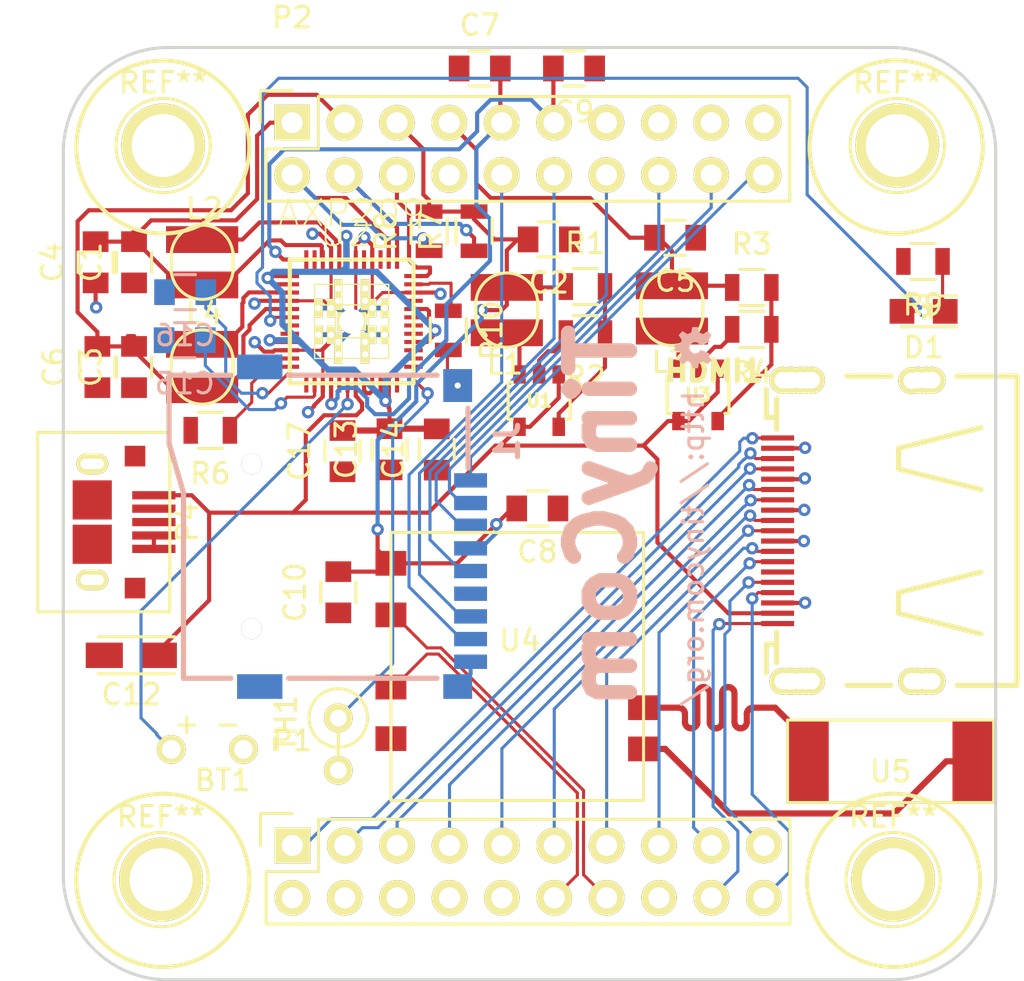
<source format=kicad_pcb>
(kicad_pcb (version 4) (host pcbnew 4.0.0-2.201511301920+6191~38~ubuntu14.04.1-stable)

  (general
    (links 170)
    (no_connects 0)
    (area 115.499334 76.717 171.159144 124.535001)
    (thickness 1.6)
    (drawings 14)
    (tracks 695)
    (zones 0)
    (modules 47)
    (nets 80)
  )

  (page A4)
  (layers
    (0 F.Cu signal)
    (31 B.Cu signal)
    (32 B.Adhes user)
    (33 F.Adhes user)
    (34 B.Paste user)
    (35 F.Paste user)
    (36 B.SilkS user)
    (37 F.SilkS user)
    (38 B.Mask user)
    (39 F.Mask user)
    (40 Dwgs.User user)
    (41 Cmts.User user)
    (42 Eco1.User user)
    (43 Eco2.User user)
    (44 Edge.Cuts user)
    (45 Margin user)
    (46 B.CrtYd user)
    (47 F.CrtYd user)
    (48 B.Fab user)
    (49 F.Fab user)
  )

  (setup
    (last_trace_width 0.2)
    (trace_clearance 0.14)
    (zone_clearance 0.2)
    (zone_45_only no)
    (trace_min 0.14)
    (segment_width 0.2)
    (edge_width 0.15)
    (via_size 0.6)
    (via_drill 0.3)
    (via_min_size 0.4)
    (via_min_drill 0.3)
    (uvia_size 0.3)
    (uvia_drill 0.1)
    (uvias_allowed no)
    (uvia_min_size 0.2)
    (uvia_min_drill 0.1)
    (pcb_text_width 0.3)
    (pcb_text_size 1.5 1.5)
    (mod_edge_width 0.15)
    (mod_text_size 1 1)
    (mod_text_width 0.15)
    (pad_size 4.064 4.064)
    (pad_drill 3.048)
    (pad_to_mask_clearance 0.07)
    (aux_axis_origin 0 0)
    (grid_origin 120.777 127.762)
    (visible_elements FFFFEF7F)
    (pcbplotparams
      (layerselection 0x010f0_80000001)
      (usegerberextensions false)
      (excludeedgelayer true)
      (linewidth 0.100000)
      (plotframeref false)
      (viasonmask false)
      (mode 1)
      (useauxorigin false)
      (hpglpennumber 1)
      (hpglpenspeed 20)
      (hpglpendiameter 15)
      (hpglpenoverlay 2)
      (psnegative false)
      (psa4output false)
      (plotreference true)
      (plotvalue true)
      (plotinvisibletext false)
      (padsonsilk false)
      (subtractmaskfromsilk false)
      (outputformat 1)
      (mirror false)
      (drillshape 0)
      (scaleselection 1)
      (outputdirectory gerber/))
  )

  (net 0 "")
  (net 1 +5V)
  (net 2 GND)
  (net 3 VCC_15)
  (net 4 VCC_33)
  (net 5 "Net-(R1-Pad2)")
  (net 6 "Net-(L1-Pad1)")
  (net 7 "Net-(L3-Pad1)")
  (net 8 "Net-(R3-Pad2)")
  (net 9 SDC0_D1)
  (net 10 SDC0_D0)
  (net 11 SDC0_CLK)
  (net 12 SDC0_CMD)
  (net 13 SDC0_D3)
  (net 14 SDC0_D2)
  (net 15 "Net-(U4-Pad6)")
  (net 16 UD1_P)
  (net 17 UD1_N)
  (net 18 "Net-(U4-Pad5)")
  (net 19 "Net-(L2-Pad1)")
  (net 20 VCC_12_CPU)
  (net 21 "Net-(L4-Pad1)")
  (net 22 VCC_12_INT)
  (net 23 NMI_N)
  (net 24 TWI0_SCK)
  (net 25 TWI0_SDA)
  (net 26 VCC_30_ANL)
  (net 27 IPSOUT)
  (net 28 "Net-(R6-Pad1)")
  (net 29 UD0_P)
  (net 30 UD0_N)
  (net 31 "Net-(TH1-Pad1)")
  (net 32 "Net-(D1-Pad1)")
  (net 33 "Net-(D1-Pad2)")
  (net 34 "Net-(BT1-Pad1)")
  (net 35 "Net-(R10-Pad1)")
  (net 36 "Net-(C15-Pad2)")
  (net 37 "Net-(C16-Pad2)")
  (net 38 "Net-(U2-Pad32)")
  (net 39 VCC_13_RTC)
  (net 40 HTX2P)
  (net 41 HTX2N)
  (net 42 UART1_TX)
  (net 43 HTX1P)
  (net 44 UART1_RX)
  (net 45 HTX1N)
  (net 46 HTX0P)
  (net 47 HTX0N)
  (net 48 HTXCP)
  (net 49 HTXCN)
  (net 50 MICIN1)
  (net 51 HCEC)
  (net 52 HHPD)
  (net 53 HCSL)
  (net 54 HSDA)
  (net 55 "Net-(P2-Pad8)")
  (net 56 "Net-(P2-Pad13)")
  (net 57 "Net-(P2-Pad15)")
  (net 58 "Net-(P2-Pad17)")
  (net 59 "Net-(P4-Pad2)")
  (net 60 "Net-(P4-Pad3)")
  (net 61 "Net-(U2-Pad3)")
  (net 62 "Net-(U2-Pad5)")
  (net 63 "Net-(U2-Pad11)")
  (net 64 "Net-(U2-Pad19)")
  (net 65 "Net-(U2-Pad20)")
  (net 66 "Net-(U2-Pad25)")
  (net 67 "Net-(U2-Pad29)")
  (net 68 "Net-(U2-Pad36)")
  (net 69 "Net-(U2-Pad38)")
  (net 70 "Net-(U2-Pad39)")
  (net 71 "Net-(U2-Pad41)")
  (net 72 "Net-(U2-Pad42)")
  (net 73 "Net-(U2-Pad43)")
  (net 74 "Net-(U2-Pad45)")
  (net 75 "Net-(HDMI1-Pad14)")
  (net 76 "Net-(HDMI1-PadSH1)")
  (net 77 "Net-(HDMI1-PadSH2)")
  (net 78 "Net-(HDMI1-PadSH3)")
  (net 79 "Net-(HDMI1-PadSH4)")

  (net_class Default "This is the default net class."
    (clearance 0.14)
    (trace_width 0.2)
    (via_dia 0.6)
    (via_drill 0.3)
    (uvia_dia 0.3)
    (uvia_drill 0.1)
    (add_net +5V)
    (add_net GND)
    (add_net HCEC)
    (add_net HCSL)
    (add_net HHPD)
    (add_net HSDA)
    (add_net HTX0N)
    (add_net HTX0P)
    (add_net HTX1N)
    (add_net HTX1P)
    (add_net HTX2N)
    (add_net HTX2P)
    (add_net HTXCN)
    (add_net HTXCP)
    (add_net IPSOUT)
    (add_net MICIN1)
    (add_net NMI_N)
    (add_net "Net-(BT1-Pad1)")
    (add_net "Net-(C15-Pad2)")
    (add_net "Net-(C16-Pad2)")
    (add_net "Net-(D1-Pad1)")
    (add_net "Net-(D1-Pad2)")
    (add_net "Net-(HDMI1-Pad14)")
    (add_net "Net-(HDMI1-PadSH1)")
    (add_net "Net-(HDMI1-PadSH2)")
    (add_net "Net-(HDMI1-PadSH3)")
    (add_net "Net-(HDMI1-PadSH4)")
    (add_net "Net-(L1-Pad1)")
    (add_net "Net-(L2-Pad1)")
    (add_net "Net-(L3-Pad1)")
    (add_net "Net-(L4-Pad1)")
    (add_net "Net-(P2-Pad13)")
    (add_net "Net-(P2-Pad15)")
    (add_net "Net-(P2-Pad17)")
    (add_net "Net-(P2-Pad8)")
    (add_net "Net-(P4-Pad2)")
    (add_net "Net-(P4-Pad3)")
    (add_net "Net-(R1-Pad2)")
    (add_net "Net-(R10-Pad1)")
    (add_net "Net-(R3-Pad2)")
    (add_net "Net-(R6-Pad1)")
    (add_net "Net-(TH1-Pad1)")
    (add_net "Net-(U2-Pad11)")
    (add_net "Net-(U2-Pad19)")
    (add_net "Net-(U2-Pad20)")
    (add_net "Net-(U2-Pad25)")
    (add_net "Net-(U2-Pad29)")
    (add_net "Net-(U2-Pad3)")
    (add_net "Net-(U2-Pad32)")
    (add_net "Net-(U2-Pad36)")
    (add_net "Net-(U2-Pad38)")
    (add_net "Net-(U2-Pad39)")
    (add_net "Net-(U2-Pad41)")
    (add_net "Net-(U2-Pad42)")
    (add_net "Net-(U2-Pad43)")
    (add_net "Net-(U2-Pad45)")
    (add_net "Net-(U2-Pad5)")
    (add_net "Net-(U4-Pad5)")
    (add_net "Net-(U4-Pad6)")
    (add_net SDC0_CLK)
    (add_net SDC0_CMD)
    (add_net SDC0_D0)
    (add_net SDC0_D1)
    (add_net SDC0_D2)
    (add_net SDC0_D3)
    (add_net TWI0_SCK)
    (add_net TWI0_SDA)
    (add_net UART1_RX)
    (add_net UART1_TX)
    (add_net UD0_N)
    (add_net UD0_P)
    (add_net UD1_N)
    (add_net UD1_P)
    (add_net VCC_13_RTC)
    (add_net VCC_30_ANL)
  )

  (net_class Power ""
    (clearance 0.15)
    (trace_width 0.2)
    (via_dia 0.6)
    (via_drill 0.3)
    (uvia_dia 0.3)
    (uvia_drill 0.1)
    (add_net VCC_12_CPU)
    (add_net VCC_12_INT)
    (add_net VCC_15)
    (add_net VCC_33)
  )

  (module tinycom:ml1220-bat (layer F.Cu) (tedit 56A1B15E) (tstamp 56866819)
    (at 131.445 113.284)
    (path /5686793B)
    (fp_text reference BT1 (at 0.75 1.5) (layer F.SilkS)
      (effects (font (size 1 1) (thickness 0.15)))
    )
    (fp_text value Battery (at 0 -0.5) (layer F.Fab)
      (effects (font (size 1 1) (thickness 0.15)))
    )
    (fp_text user - (at 1 -1.25) (layer F.SilkS)
      (effects (font (size 1 1) (thickness 0.15)))
    )
    (fp_text user + (at -1 -1.25) (layer F.SilkS)
      (effects (font (size 1 1) (thickness 0.15)))
    )
    (pad 1 thru_hole circle (at -1.75 0) (size 1.4 1.4) (drill 0.9) (layers *.Cu *.Mask F.SilkS)
      (net 34 "Net-(BT1-Pad1)"))
    (pad 2 thru_hole circle (at 1.75 0) (size 1.4 1.4) (drill 0.9) (layers *.Cu *.Mask F.SilkS)
      (net 2 GND))
  )

  (module tinycom:ax209 (layer F.Cu) (tedit 56852F80) (tstamp 567CD0CE)
    (at 138.4427 92.52966 180)
    (path /567CCBE4)
    (attr smd)
    (fp_text reference U2 (at 0.29972 4.2799 180) (layer F.SilkS)
      (effects (font (size 1.27 1.27) (thickness 0.0889)))
    )
    (fp_text value AXP209 (at 0 5.25 180) (layer F.SilkS)
      (effects (font (size 1.27 1.27) (thickness 0.0889)))
    )
    (fp_line (start -1.79832 0.49784) (end -0.79756 0.49784) (layer F.SilkS) (width 0.06604))
    (fp_line (start -0.79756 0.49784) (end -0.79756 -0.49784) (layer F.SilkS) (width 0.06604))
    (fp_line (start -1.79832 -0.49784) (end -0.79756 -0.49784) (layer F.SilkS) (width 0.06604))
    (fp_line (start -1.79832 0.49784) (end -1.79832 -0.49784) (layer F.SilkS) (width 0.06604))
    (fp_line (start -0.49784 1.79832) (end 0.49784 1.79832) (layer F.SilkS) (width 0.06604))
    (fp_line (start 0.49784 1.79832) (end 0.49784 0.79756) (layer F.SilkS) (width 0.06604))
    (fp_line (start -0.49784 0.79756) (end 0.49784 0.79756) (layer F.SilkS) (width 0.06604))
    (fp_line (start -0.49784 1.79832) (end -0.49784 0.79756) (layer F.SilkS) (width 0.06604))
    (fp_line (start -1.79832 1.79832) (end -0.79756 1.79832) (layer F.SilkS) (width 0.06604))
    (fp_line (start -0.79756 1.79832) (end -0.79756 0.79756) (layer F.SilkS) (width 0.06604))
    (fp_line (start -1.79832 0.79756) (end -0.79756 0.79756) (layer F.SilkS) (width 0.06604))
    (fp_line (start -1.79832 1.79832) (end -1.79832 0.79756) (layer F.SilkS) (width 0.06604))
    (fp_line (start 0.79756 1.79832) (end 1.79832 1.79832) (layer F.SilkS) (width 0.06604))
    (fp_line (start 1.79832 1.79832) (end 1.79832 0.79756) (layer F.SilkS) (width 0.06604))
    (fp_line (start 0.79756 0.79756) (end 1.79832 0.79756) (layer F.SilkS) (width 0.06604))
    (fp_line (start 0.79756 1.79832) (end 0.79756 0.79756) (layer F.SilkS) (width 0.06604))
    (fp_line (start 0.79756 0.49784) (end 1.79832 0.49784) (layer F.SilkS) (width 0.06604))
    (fp_line (start 1.79832 0.49784) (end 1.79832 -0.49784) (layer F.SilkS) (width 0.06604))
    (fp_line (start 0.79756 -0.49784) (end 1.79832 -0.49784) (layer F.SilkS) (width 0.06604))
    (fp_line (start 0.79756 0.49784) (end 0.79756 -0.49784) (layer F.SilkS) (width 0.06604))
    (fp_line (start -1.79832 -0.79756) (end -0.79756 -0.79756) (layer F.SilkS) (width 0.06604))
    (fp_line (start -0.79756 -0.79756) (end -0.79756 -1.79832) (layer F.SilkS) (width 0.06604))
    (fp_line (start -1.79832 -1.79832) (end -0.79756 -1.79832) (layer F.SilkS) (width 0.06604))
    (fp_line (start -1.79832 -0.79756) (end -1.79832 -1.79832) (layer F.SilkS) (width 0.06604))
    (fp_line (start -0.49784 -0.79756) (end 0.49784 -0.79756) (layer F.SilkS) (width 0.06604))
    (fp_line (start 0.49784 -0.79756) (end 0.49784 -1.79832) (layer F.SilkS) (width 0.06604))
    (fp_line (start -0.49784 -1.79832) (end 0.49784 -1.79832) (layer F.SilkS) (width 0.06604))
    (fp_line (start -0.49784 -0.79756) (end -0.49784 -1.79832) (layer F.SilkS) (width 0.06604))
    (fp_line (start 0.79756 -0.79756) (end 1.79832 -0.79756) (layer F.SilkS) (width 0.06604))
    (fp_line (start 1.79832 -0.79756) (end 1.79832 -1.79832) (layer F.SilkS) (width 0.06604))
    (fp_line (start 0.79756 -1.79832) (end 1.79832 -1.79832) (layer F.SilkS) (width 0.06604))
    (fp_line (start 0.79756 -0.79756) (end 0.79756 -1.79832) (layer F.SilkS) (width 0.06604))
    (fp_line (start -2.99974 -2.99974) (end -2.52476 -2.99974) (layer F.SilkS) (width 0.2032))
    (fp_line (start -2.52476 -2.99974) (end 2.52476 -2.99974) (layer F.SilkS) (width 0.2032))
    (fp_line (start 2.52476 -2.99974) (end 2.99974 -2.99974) (layer F.SilkS) (width 0.2032))
    (fp_line (start 2.99974 -2.99974) (end 2.99974 -2.52476) (layer F.SilkS) (width 0.2032))
    (fp_line (start 2.99974 -2.52476) (end 2.99974 2.52476) (layer F.SilkS) (width 0.2032))
    (fp_line (start 2.99974 2.52476) (end 2.99974 2.99974) (layer F.SilkS) (width 0.2032))
    (fp_line (start 2.99974 2.99974) (end 2.52476 2.99974) (layer F.SilkS) (width 0.2032))
    (fp_line (start 2.52476 2.99974) (end -2.52476 2.99974) (layer F.SilkS) (width 0.2032))
    (fp_line (start -2.52476 2.99974) (end -2.79908 2.99974) (layer F.SilkS) (width 0.2032))
    (fp_line (start -2.79908 2.99974) (end -2.99974 2.79908) (layer F.SilkS) (width 0.2032))
    (fp_line (start -2.99974 2.79908) (end -2.99974 2.52476) (layer F.SilkS) (width 0.2032))
    (fp_line (start -2.99974 2.52476) (end -2.99974 -2.52476) (layer F.SilkS) (width 0.2032))
    (fp_line (start -2.99974 -2.52476) (end -2.99974 -2.99974) (layer F.SilkS) (width 0.2032))
    (pad 1 smd rect (at -2.19964 2.99974 180) (size 0.19812 0.89916) (layers F.Cu F.Paste F.Mask)
      (net 25 TWI0_SDA))
    (pad 2 smd rect (at -1.79832 2.99974 180) (size 0.19812 0.89916) (layers F.Cu F.Paste F.Mask)
      (net 24 TWI0_SCK))
    (pad 3 smd rect (at -1.39954 2.99974 180) (size 0.19812 0.89916) (layers F.Cu F.Paste F.Mask)
      (net 61 "Net-(U2-Pad3)"))
    (pad 4 smd rect (at -0.99822 2.99974 180) (size 0.19812 0.89916) (layers F.Cu F.Paste F.Mask)
      (net 2 GND))
    (pad 5 smd rect (at -0.59944 2.99974 180) (size 0.19812 0.89916) (layers F.Cu F.Paste F.Mask)
      (net 62 "Net-(U2-Pad5)"))
    (pad 6 smd rect (at -0.19812 2.99974 180) (size 0.19812 0.89916) (layers F.Cu F.Paste F.Mask)
      (net 2 GND))
    (pad 7 smd rect (at 0.19812 2.99974 180) (size 0.19812 0.89916) (layers F.Cu F.Paste F.Mask)
      (net 27 IPSOUT))
    (pad 8 smd rect (at 0.59944 2.99974 180) (size 0.19812 0.89916) (layers F.Cu F.Paste F.Mask)
      (net 19 "Net-(L2-Pad1)"))
    (pad 9 smd rect (at 0.99822 2.99974 180) (size 0.19812 0.89916) (layers F.Cu F.Paste F.Mask)
      (net 2 GND))
    (pad 10 smd rect (at 1.39954 2.99974 180) (size 0.19812 0.89916) (layers F.Cu F.Paste F.Mask)
      (net 20 VCC_12_CPU))
    (pad 11 smd rect (at 1.79832 2.99974 180) (size 0.19812 0.89916) (layers F.Cu F.Paste F.Mask)
      (net 63 "Net-(U2-Pad11)"))
    (pad 12 smd rect (at 2.19964 2.99974 180) (size 0.19812 0.89916) (layers F.Cu F.Paste F.Mask)
      (net 26 VCC_30_ANL))
    (pad 13 smd rect (at 2.99974 2.19964 270) (size 0.19812 0.89916) (layers F.Cu F.Paste F.Mask)
      (net 27 IPSOUT))
    (pad 14 smd rect (at 2.99974 1.79832 270) (size 0.19812 0.89916) (layers F.Cu F.Paste F.Mask)
      (net 27 IPSOUT))
    (pad 15 smd rect (at 2.99974 1.39954 270) (size 0.19812 0.89916) (layers F.Cu F.Paste F.Mask)
      (net 21 "Net-(L4-Pad1)"))
    (pad 16 smd rect (at 2.99974 0.99822 270) (size 0.19812 0.89916) (layers F.Cu F.Paste F.Mask)
      (net 2 GND))
    (pad 17 smd rect (at 2.99974 0.59944 270) (size 0.19812 0.89916) (layers F.Cu F.Paste F.Mask)
      (net 22 VCC_12_INT))
    (pad 18 smd rect (at 2.99974 0.19812 270) (size 0.19812 0.89916) (layers F.Cu F.Paste F.Mask)
      (net 33 "Net-(D1-Pad2)"))
    (pad 19 smd rect (at 2.99974 -0.19812 270) (size 0.19812 0.89916) (layers F.Cu F.Paste F.Mask)
      (net 64 "Net-(U2-Pad19)"))
    (pad 20 smd rect (at 2.99974 -0.59944 270) (size 0.19812 0.89916) (layers F.Cu F.Paste F.Mask)
      (net 65 "Net-(U2-Pad20)"))
    (pad 21 smd rect (at 2.99974 -0.99822 270) (size 0.19812 0.89916) (layers F.Cu F.Paste F.Mask)
      (net 27 IPSOUT))
    (pad 22 smd rect (at 2.99974 -1.39954 270) (size 0.19812 0.89916) (layers F.Cu F.Paste F.Mask)
      (net 2 GND))
    (pad 23 smd rect (at 2.99974 -1.79832 270) (size 0.19812 0.89916) (layers F.Cu F.Paste F.Mask)
      (net 28 "Net-(R6-Pad1)"))
    (pad 24 smd rect (at 2.99974 -2.19964 270) (size 0.19812 0.89916) (layers F.Cu F.Paste F.Mask)
      (net 37 "Net-(C16-Pad2)"))
    (pad 25 smd rect (at 2.19964 -2.99974 180) (size 0.19812 0.89916) (layers F.Cu F.Paste F.Mask)
      (net 66 "Net-(U2-Pad25)"))
    (pad 26 smd rect (at 1.79832 -2.99974 180) (size 0.19812 0.89916) (layers F.Cu F.Paste F.Mask)
      (net 36 "Net-(C15-Pad2)"))
    (pad 27 smd rect (at 1.39954 -2.99974 180) (size 0.19812 0.89916) (layers F.Cu F.Paste F.Mask)
      (net 2 GND))
    (pad 28 smd rect (at 0.99822 -2.99974 180) (size 0.19812 0.89916) (layers F.Cu F.Paste F.Mask)
      (net 39 VCC_13_RTC))
    (pad 29 smd rect (at 0.59944 -2.99974 180) (size 0.19812 0.89916) (layers F.Cu F.Paste F.Mask)
      (net 67 "Net-(U2-Pad29)"))
    (pad 30 smd rect (at 0.19812 -2.99974 180) (size 0.19812 0.89916) (layers F.Cu F.Paste F.Mask)
      (net 34 "Net-(BT1-Pad1)"))
    (pad 31 smd rect (at -0.19812 -2.99974 180) (size 0.19812 0.89916) (layers F.Cu F.Paste F.Mask)
      (net 1 +5V))
    (pad 32 smd rect (at -0.59944 -2.99974 180) (size 0.19812 0.89916) (layers F.Cu F.Paste F.Mask)
      (net 38 "Net-(U2-Pad32)"))
    (pad 33 smd rect (at -0.99822 -2.99974 180) (size 0.19812 0.89916) (layers F.Cu F.Paste F.Mask)
      (net 38 "Net-(U2-Pad32)"))
    (pad 34 smd rect (at -1.39954 -2.99974 180) (size 0.19812 0.89916) (layers F.Cu F.Paste F.Mask)
      (net 27 IPSOUT))
    (pad 35 smd rect (at -1.79832 -2.99974 180) (size 0.19812 0.89916) (layers F.Cu F.Paste F.Mask)
      (net 27 IPSOUT))
    (pad 36 smd rect (at -2.19964 -2.99974 180) (size 0.19812 0.89916) (layers F.Cu F.Paste F.Mask)
      (net 68 "Net-(U2-Pad36)"))
    (pad 37 smd rect (at -2.99974 -2.19964 270) (size 0.19812 0.89916) (layers F.Cu F.Paste F.Mask)
      (net 31 "Net-(TH1-Pad1)"))
    (pad 38 smd rect (at -2.99974 -1.79832 270) (size 0.19812 0.89916) (layers F.Cu F.Paste F.Mask)
      (net 69 "Net-(U2-Pad38)"))
    (pad 39 smd rect (at -2.99974 -1.39954 270) (size 0.19812 0.89916) (layers F.Cu F.Paste F.Mask)
      (net 70 "Net-(U2-Pad39)"))
    (pad 40 smd rect (at -2.99974 -0.99822 270) (size 0.19812 0.89916) (layers F.Cu F.Paste F.Mask)
      (net 27 IPSOUT))
    (pad 41 smd rect (at -2.99974 -0.59944 270) (size 0.19812 0.89916) (layers F.Cu F.Paste F.Mask)
      (net 71 "Net-(U2-Pad41)"))
    (pad 42 smd rect (at -2.99974 -0.19812 270) (size 0.19812 0.89916) (layers F.Cu F.Paste F.Mask)
      (net 72 "Net-(U2-Pad42)"))
    (pad 43 smd rect (at -2.99974 0.19812 270) (size 0.19812 0.89916) (layers F.Cu F.Paste F.Mask)
      (net 73 "Net-(U2-Pad43)"))
    (pad 44 smd rect (at -2.99974 0.59944 270) (size 0.19812 0.89916) (layers F.Cu F.Paste F.Mask)
      (net 27 IPSOUT))
    (pad 45 smd rect (at -2.99974 0.99822 270) (size 0.19812 0.89916) (layers F.Cu F.Paste F.Mask)
      (net 74 "Net-(U2-Pad45)"))
    (pad 46 smd rect (at -2.99974 1.39954 270) (size 0.19812 0.89916) (layers F.Cu F.Paste F.Mask)
      (net 2 GND))
    (pad 47 smd rect (at -2.99974 1.79832 270) (size 0.19812 0.89916) (layers F.Cu F.Paste F.Mask)
      (net 35 "Net-(R10-Pad1)"))
    (pad 48 smd rect (at -2.99974 2.19964 270) (size 0.19812 0.89916) (layers F.Cu F.Paste F.Mask)
      (net 23 NMI_N))
    (pad N1 thru_hole rect (at 0 0 180) (size 1.4224 0.89916) (drill 1.19888) (layers *.Cu F.Paste F.SilkS F.Mask)
      (net 2 GND))
    (pad N1 thru_hole rect (at -1.59766 -0.6477 180) (size 0.39878 0.89916) (drill 0.29972) (layers *.Cu F.Paste F.SilkS F.Mask)
      (net 2 GND))
    (pad N1 thru_hole rect (at -0.99822 -0.6477 180) (size 0.39878 0.89916) (drill 0.29972) (layers *.Cu F.Paste F.SilkS F.Mask)
      (net 2 GND))
    (pad N1 thru_hole rect (at -1.59766 0.6477 180) (size 0.39878 0.89916) (drill 0.29972) (layers *.Cu F.Paste F.SilkS F.Mask)
      (net 2 GND))
    (pad N1 thru_hole rect (at -0.99822 0.6477 180) (size 0.39878 0.89916) (drill 0.29972) (layers *.Cu F.Paste F.SilkS F.Mask)
      (net 2 GND))
    (pad N1 thru_hole rect (at -0.6477 1.59766 180) (size 0.39878 0.89916) (drill 0.29972) (layers *.Cu F.Paste F.SilkS F.Mask)
      (net 2 GND))
    (pad N1 thru_hole rect (at -0.6477 0.99822 180) (size 0.39878 0.89916) (drill 0.29972) (layers *.Cu F.Paste F.SilkS F.Mask)
      (net 2 GND))
    (pad N1 thru_hole rect (at 0.6477 1.59766 180) (size 0.39878 0.89916) (drill 0.29972) (layers *.Cu F.Paste F.SilkS F.Mask)
      (net 2 GND))
    (pad N1 thru_hole rect (at 0.6477 0.99822 180) (size 0.39878 0.89916) (drill 0.29972) (layers *.Cu F.Paste F.SilkS F.Mask)
      (net 2 GND))
    (pad N1 thru_hole rect (at 1.59766 0.6477 180) (size 0.39878 0.89916) (drill 0.29972) (layers *.Cu F.Paste F.SilkS F.Mask)
      (net 2 GND))
    (pad N1 thru_hole rect (at 0.99822 0.6477 180) (size 0.39878 0.89916) (drill 0.29972) (layers *.Cu F.Paste F.SilkS F.Mask)
      (net 2 GND))
    (pad N1 thru_hole rect (at 1.59766 -0.6477 180) (size 0.39878 0.89916) (drill 0.29972) (layers *.Cu F.Paste F.SilkS F.Mask)
      (net 2 GND))
    (pad N1 thru_hole rect (at 0.99822 -0.6477 180) (size 0.39878 0.89916) (drill 0.29972) (layers *.Cu F.Paste F.SilkS F.Mask)
      (net 2 GND))
    (pad N1 thru_hole rect (at 0.6477 -1.59766 180) (size 0.39878 0.89916) (drill 0.29972) (layers *.Cu F.Paste F.SilkS F.Mask)
      (net 2 GND))
    (pad N1 thru_hole rect (at 0.6477 -0.99822 180) (size 0.39878 0.89916) (drill 0.29972) (layers *.Cu F.Paste F.SilkS F.Mask)
      (net 2 GND))
    (pad N1 thru_hole rect (at -0.6477 -1.59766 180) (size 0.39878 0.89916) (drill 0.29972) (layers *.Cu F.Paste F.SilkS F.Mask)
      (net 2 GND))
    (pad N1 thru_hole rect (at -0.6477 -0.99822 180) (size 0.39878 0.89916) (drill 0.29972) (layers *.Cu F.Paste F.SilkS F.Mask)
      (net 2 GND))
  )

  (module tinycom:SDCARD (layer B.Cu) (tedit 553F7BEC) (tstamp 562BABD4)
    (at 136.83488 102.48646 180)
    (descr "OFFSET X-> -0.950MM")
    (tags "OFFSET X-> -0.950MM")
    (path /562BAACC)
    (attr smd)
    (fp_text reference J1 (at -9.15416 4.1275 450) (layer B.SilkS)
      (effects (font (size 1.1 1.1) (thickness 0.254)) (justify mirror))
    )
    (fp_text value MICRO_SD_HINGE (at -11.05212 1.65446 450) (layer B.Fab)
      (effects (font (size 1.1 1.1) (thickness 0.254)) (justify mirror))
    )
    (fp_line (start -6.0833 -6.1849) (end 7.1628 7.2898) (layer Dwgs.User) (width 0.127))
    (fp_line (start -5.842 5.9309) (end 7.2517 -7.3279) (layer Dwgs.User) (width 0.127))
    (fp_line (start -5.74802 -7.34822) (end 1.4478 -7.34822) (layer B.SilkS) (width 0.254))
    (fp_line (start -6.17474 -0.94996) (end 10.34796 -0.94996) (layer Dwgs.User) (width 0.127))
    (fp_line (start -7.24916 2.84988) (end -7.24916 5.74802) (layer B.SilkS) (width 0.254))
    (fp_line (start -5.74802 7.34822) (end 1.4478 7.34822) (layer B.SilkS) (width 0.254))
    (fp_line (start 7.24916 7.34822) (end 7.24916 4.04876) (layer B.SilkS) (width 0.254))
    (fp_line (start 9.54786 3.74904) (end 9.54786 -5.64896) (layer Dwgs.User) (width 0.127))
    (fp_line (start 8.74776 -6.44906) (end -4.6482 -6.44906) (layer Dwgs.User) (width 0.127))
    (fp_line (start -5.4483 -5.64896) (end -5.4483 2.44856) (layer Dwgs.User) (width 0.127))
    (fp_line (start -4.6482 3.24866) (end -0.51562 3.24866) (layer Dwgs.User) (width 0.127))
    (fp_line (start -0.23114 3.3655) (end 0.83058 4.4323) (layer Dwgs.User) (width 0.127))
    (fp_line (start 1.11506 4.54914) (end 2.3495 4.54914) (layer Dwgs.User) (width 0.127))
    (fp_line (start 2.44856 4.44754) (end 2.44856 4.04876) (layer Dwgs.User) (width 0.127))
    (fp_line (start 2.64922 3.8481) (end 3.48234 3.8481) (layer Dwgs.User) (width 0.127))
    (fp_line (start 3.76682 3.96494) (end 4.34848 4.54914) (layer Dwgs.User) (width 0.127))
    (fp_line (start 4.34848 4.54914) (end 8.74776 4.54914) (layer Dwgs.User) (width 0.127))
    (fp_line (start 6.54812 1.64846) (end 6.54812 -7.34822) (layer B.SilkS) (width 0.254))
    (fp_line (start 4.24942 7.34822) (end 7.24916 7.34822) (layer B.SilkS) (width 0.254))
    (fp_line (start 4.24942 -7.34822) (end 6.54812 -7.34822) (layer B.SilkS) (width 0.254))
    (fp_line (start 7.24916 4.04876) (end 6.54812 1.64846) (layer B.SilkS) (width 0.254))
    (fp_line (start 7.24916 7.34822) (end 7.24916 -7.34822) (layer Dwgs.User) (width 0.127))
    (fp_arc (start 8.74776 3.74904) (end 8.74776 4.54914) (angle -90) (layer Dwgs.User) (width 0.127))
    (fp_arc (start 8.74776 -5.64896) (end 9.54786 -5.64896) (angle -90) (layer Dwgs.User) (width 0.127))
    (fp_arc (start -4.6482 -5.64896) (end -4.6482 -6.44906) (angle -90) (layer Dwgs.User) (width 0.127))
    (fp_arc (start -4.6482 2.44856) (end -5.4483 2.44856) (angle -90) (layer Dwgs.User) (width 0.127))
    (fp_arc (start -0.51308 3.64744) (end -0.23114 3.3655) (angle -45) (layer Dwgs.User) (width 0.127))
    (fp_arc (start 1.11506 4.14782) (end 0.83058 4.4323) (angle -44.9) (layer Dwgs.User) (width 0.127))
    (fp_arc (start 2.3495 4.44754) (end 2.3495 4.54914) (angle -90) (layer Dwgs.User) (width 0.127))
    (fp_arc (start 2.64922 4.04876) (end 2.64922 3.8481) (angle -90) (layer Dwgs.User) (width 0.127))
    (fp_arc (start 3.48234 4.24942) (end 3.76682 3.96494) (angle -45) (layer Dwgs.User) (width 0.127))
    (pad 1 smd rect (at -7.37362 2.2479 270) (size 0.6985 1.59766) (layers B.Cu B.Paste B.Mask)
      (net 14 SDC0_D2) (solder_mask_margin 0.0508) (solder_paste_margin -0.0508) (clearance 0.0508))
    (pad 2 smd rect (at -7.37362 1.14808 270) (size 0.6985 1.59766) (layers B.Cu B.Paste B.Mask)
      (net 13 SDC0_D3) (solder_mask_margin 0.0508) (solder_paste_margin -0.0508) (clearance 0.0508))
    (pad 3 smd rect (at -7.37362 0.04826 270) (size 0.6985 1.59766) (layers B.Cu B.Paste B.Mask)
      (net 12 SDC0_CMD) (solder_mask_margin 0.0508) (solder_paste_margin -0.0508) (clearance 0.0508))
    (pad 4 smd rect (at -7.37362 -1.04902 270) (size 0.6985 1.59766) (layers B.Cu B.Paste B.Mask)
      (net 4 VCC_33) (solder_mask_margin 0.0508) (solder_paste_margin -0.0508) (clearance 0.0508))
    (pad 5 smd rect (at -7.37362 -2.14884 270) (size 0.6985 1.59766) (layers B.Cu B.Paste B.Mask)
      (net 11 SDC0_CLK) (solder_mask_margin 0.0508) (solder_paste_margin -0.0508) (clearance 0.0508))
    (pad 6 smd rect (at -7.37362 -3.24866 270) (size 0.6985 1.59766) (layers B.Cu B.Paste B.Mask)
      (net 2 GND) (solder_mask_margin 0.0508) (solder_paste_margin -0.0508) (clearance 0.0508))
    (pad 7 smd rect (at -7.37362 -4.34848 270) (size 0.6985 1.59766) (layers B.Cu B.Paste B.Mask)
      (net 10 SDC0_D0) (solder_mask_margin 0.0508) (solder_paste_margin -0.0508) (clearance 0.0508))
    (pad 8 smd rect (at -7.37362 -5.4483 270) (size 0.6985 1.59766) (layers B.Cu B.Paste B.Mask)
      (net 9 SDC0_D1) (solder_mask_margin 0.0508) (solder_paste_margin -0.0508) (clearance 0.0508))
    (pad 9 smd rect (at -7.37362 -6.54812 270) (size 0.6985 1.59766) (layers B.Cu B.Paste B.Mask)
      (net 2 GND) (solder_mask_margin 0.0508) (solder_paste_margin -0.0508) (clearance 0.0508))
    (pad 10 smd rect (at -6.74878 -7.74954 270) (size 1.19888 1.39954) (layers B.Cu B.Paste B.Mask)
      (net 2 GND) (solder_mask_margin 0.0508) (solder_paste_margin -0.0508) (clearance 0.0508))
    (pad 11 smd rect (at -6.74878 6.84784 270) (size 1.59766 1.39954) (layers B.Cu B.Paste B.Mask)
      (net 2 GND) (solder_mask_margin 0.0508) (solder_paste_margin -0.0508) (clearance 0.0508))
    (pad 12 smd rect (at 2.84988 -7.74954 270) (size 1.19888 2.19964) (layers B.Cu B.Paste B.Mask)
      (net 2 GND) (solder_mask_margin 0.0508) (solder_paste_margin -0.0508) (clearance 0.0508))
    (pad 13 smd rect (at 2.84988 7.74954 270) (size 1.19888 2.19964) (layers B.Cu B.Paste B.Mask)
      (solder_mask_margin 0.0508) (solder_paste_margin -0.0508) (clearance 0.0508))
    (pad 14 thru_hole circle (at 3.2512 3.048 180) (size 1 1) (drill 1) (layers *.Cu *.Mask B.SilkS))
    (pad 15 thru_hole circle (at 3.2512 -4.953 180) (size 1 1) (drill 1) (layers *.Cu *.Mask B.SilkS))
  )

  (module Capacitors_SMD:C_0805 (layer F.Cu) (tedit 5415D6EA) (tstamp 5659A8AB)
    (at 147.447 101.6 180)
    (descr "Capacitor SMD 0805, reflow soldering, AVX (see smccp.pdf)")
    (tags "capacitor 0805")
    (path /5634A812)
    (attr smd)
    (fp_text reference C8 (at 0 -2.1 180) (layer F.SilkS)
      (effects (font (size 1 1) (thickness 0.15)))
    )
    (fp_text value C_Small (at 0 2.1 180) (layer F.Fab)
      (effects (font (size 1 1) (thickness 0.15)))
    )
    (fp_line (start -1.8 -1) (end 1.8 -1) (layer F.CrtYd) (width 0.05))
    (fp_line (start -1.8 1) (end 1.8 1) (layer F.CrtYd) (width 0.05))
    (fp_line (start -1.8 -1) (end -1.8 1) (layer F.CrtYd) (width 0.05))
    (fp_line (start 1.8 -1) (end 1.8 1) (layer F.CrtYd) (width 0.05))
    (fp_line (start 0.5 -0.85) (end -0.5 -0.85) (layer F.SilkS) (width 0.15))
    (fp_line (start -0.5 0.85) (end 0.5 0.85) (layer F.SilkS) (width 0.15))
    (pad 1 smd rect (at -1 0 180) (size 1 1.25) (layers F.Cu F.Paste F.Mask)
      (net 2 GND))
    (pad 2 smd rect (at 1 0 180) (size 1 1.25) (layers F.Cu F.Paste F.Mask)
      (net 4 VCC_33))
    (model Capacitors_SMD.3dshapes/C_0805.wrl
      (at (xyz 0 0 0))
      (scale (xyz 1 1 1))
      (rotate (xyz 0 0 0))
    )
  )

  (module opendous:SOT23-5_Opendous (layer F.Cu) (tedit 4BC58567) (tstamp 562DA0BF)
    (at 155.239951 96.092415 180)
    (tags SOT23-5_Opendous)
    (path /562DA13C)
    (attr smd)
    (fp_text reference U3 (at 0 0 180) (layer F.SilkS)
      (effects (font (size 0.6096 0.6096) (thickness 0.1524)))
    )
    (fp_text value SY8008BAAC (at -1.524 0 270) (layer F.SilkS) hide
      (effects (font (size 0.127 0.127) (thickness 0.00254)))
    )
    (fp_line (start -1.50114 -0.89916) (end -1.30048 -0.89916) (layer F.SilkS) (width 0.1524))
    (fp_line (start -1.50114 -0.89916) (end -1.50114 0.89916) (layer F.SilkS) (width 0.1524))
    (fp_line (start -1.50114 0.89916) (end -1.30048 0.89916) (layer F.SilkS) (width 0.1524))
    (fp_line (start 1.50114 0.89916) (end 1.30048 0.89916) (layer F.SilkS) (width 0.1524))
    (fp_line (start 1.50114 -0.89916) (end 1.30048 -0.89916) (layer F.SilkS) (width 0.1524))
    (fp_line (start 1.50114 0.89916) (end 1.50114 -0.89916) (layer F.SilkS) (width 0.1524))
    (pad 5 smd rect (at -0.9525 -1.27 180) (size 0.6096 0.889) (layers F.Cu F.Paste F.Mask)
      (net 8 "Net-(R3-Pad2)"))
    (pad 4 smd rect (at 0.9525 -1.27 180) (size 0.6096 0.889) (layers F.Cu F.Paste F.Mask)
      (net 1 +5V))
    (pad 3 smd rect (at 0.9525 1.27 180) (size 0.6096 0.889) (layers F.Cu F.Paste F.Mask)
      (net 7 "Net-(L3-Pad1)"))
    (pad 2 smd rect (at 0 1.27 180) (size 0.6096 0.889) (layers F.Cu F.Paste F.Mask)
      (net 2 GND))
    (pad 1 smd rect (at -0.9525 1.27 180) (size 0.6096 0.889) (layers F.Cu F.Paste F.Mask)
      (net 1 +5V))
    (model techno/SOT23_6.wrl
      (at (xyz 0 0 0.001))
      (scale (xyz 0.3937 0.3937 0.3937))
      (rotate (xyz -90 0 0))
    )
  )

  (module opendous:SOT23-5_Opendous (layer F.Cu) (tedit 4BC58567) (tstamp 562DA18C)
    (at 147.532046 96.371012 180)
    (tags SOT23-5_Opendous)
    (path /562D9C58)
    (attr smd)
    (fp_text reference U1 (at 0 0 180) (layer F.SilkS)
      (effects (font (size 0.6096 0.6096) (thickness 0.1524)))
    )
    (fp_text value SY8008BAAC (at -1.524 0 270) (layer F.SilkS) hide
      (effects (font (size 0.127 0.127) (thickness 0.00254)))
    )
    (fp_line (start -1.50114 -0.89916) (end -1.30048 -0.89916) (layer F.SilkS) (width 0.1524))
    (fp_line (start -1.50114 -0.89916) (end -1.50114 0.89916) (layer F.SilkS) (width 0.1524))
    (fp_line (start -1.50114 0.89916) (end -1.30048 0.89916) (layer F.SilkS) (width 0.1524))
    (fp_line (start 1.50114 0.89916) (end 1.30048 0.89916) (layer F.SilkS) (width 0.1524))
    (fp_line (start 1.50114 -0.89916) (end 1.30048 -0.89916) (layer F.SilkS) (width 0.1524))
    (fp_line (start 1.50114 0.89916) (end 1.50114 -0.89916) (layer F.SilkS) (width 0.1524))
    (pad 5 smd rect (at -0.9525 -1.27 180) (size 0.6096 0.889) (layers F.Cu F.Paste F.Mask)
      (net 5 "Net-(R1-Pad2)"))
    (pad 4 smd rect (at 0.9525 -1.27 180) (size 0.6096 0.889) (layers F.Cu F.Paste F.Mask)
      (net 1 +5V))
    (pad 3 smd rect (at 0.9525 1.27 180) (size 0.6096 0.889) (layers F.Cu F.Paste F.Mask)
      (net 6 "Net-(L1-Pad1)"))
    (pad 2 smd rect (at 0 1.27 180) (size 0.6096 0.889) (layers F.Cu F.Paste F.Mask)
      (net 2 GND))
    (pad 1 smd rect (at -0.9525 1.27 180) (size 0.6096 0.889) (layers F.Cu F.Paste F.Mask)
      (net 1 +5V))
    (model techno/SOT23_6.wrl
      (at (xyz 0 0 0.001))
      (scale (xyz 0.3937 0.3937 0.3937))
      (rotate (xyz -90 0 0))
    )
  )

  (module Resistors_SMD:R_0805 (layer F.Cu) (tedit 5415CDEB) (tstamp 562DC417)
    (at 149.776546 90.838412)
    (descr "Resistor SMD 0805, reflow soldering, Vishay (see dcrcw.pdf)")
    (tags "resistor 0805")
    (path /562DB5C1)
    (attr smd)
    (fp_text reference R1 (at 0 -2.1) (layer F.SilkS)
      (effects (font (size 1 1) (thickness 0.15)))
    )
    (fp_text value R_Small (at 0 2.1) (layer F.Fab)
      (effects (font (size 1 1) (thickness 0.15)))
    )
    (fp_line (start -1.6 -1) (end 1.6 -1) (layer F.CrtYd) (width 0.05))
    (fp_line (start -1.6 1) (end 1.6 1) (layer F.CrtYd) (width 0.05))
    (fp_line (start -1.6 -1) (end -1.6 1) (layer F.CrtYd) (width 0.05))
    (fp_line (start 1.6 -1) (end 1.6 1) (layer F.CrtYd) (width 0.05))
    (fp_line (start 0.6 0.875) (end -0.6 0.875) (layer F.SilkS) (width 0.15))
    (fp_line (start -0.6 -0.875) (end 0.6 -0.875) (layer F.SilkS) (width 0.15))
    (pad 1 smd rect (at -0.95 0) (size 0.7 1.3) (layers F.Cu F.Paste F.Mask)
      (net 4 VCC_33))
    (pad 2 smd rect (at 0.95 0) (size 0.7 1.3) (layers F.Cu F.Paste F.Mask)
      (net 5 "Net-(R1-Pad2)"))
    (model Resistors_SMD.3dshapes/R_0805.wrl
      (at (xyz 0 0 0))
      (scale (xyz 1 1 1))
      (rotate (xyz 0 0 0))
    )
  )

  (module Resistors_SMD:R_0805 (layer F.Cu) (tedit 5415CDEB) (tstamp 562DC423)
    (at 149.776546 93.124412 180)
    (descr "Resistor SMD 0805, reflow soldering, Vishay (see dcrcw.pdf)")
    (tags "resistor 0805")
    (path /562DB6A1)
    (attr smd)
    (fp_text reference R2 (at 0 -2.1 180) (layer F.SilkS)
      (effects (font (size 1 1) (thickness 0.15)))
    )
    (fp_text value R_Small (at 0 2.1 180) (layer F.Fab)
      (effects (font (size 1 1) (thickness 0.15)))
    )
    (fp_line (start -1.6 -1) (end 1.6 -1) (layer F.CrtYd) (width 0.05))
    (fp_line (start -1.6 1) (end 1.6 1) (layer F.CrtYd) (width 0.05))
    (fp_line (start -1.6 -1) (end -1.6 1) (layer F.CrtYd) (width 0.05))
    (fp_line (start 1.6 -1) (end 1.6 1) (layer F.CrtYd) (width 0.05))
    (fp_line (start 0.6 0.875) (end -0.6 0.875) (layer F.SilkS) (width 0.15))
    (fp_line (start -0.6 -0.875) (end 0.6 -0.875) (layer F.SilkS) (width 0.15))
    (pad 1 smd rect (at -0.95 0 180) (size 0.7 1.3) (layers F.Cu F.Paste F.Mask)
      (net 5 "Net-(R1-Pad2)"))
    (pad 2 smd rect (at 0.95 0 180) (size 0.7 1.3) (layers F.Cu F.Paste F.Mask)
      (net 2 GND))
    (model Resistors_SMD.3dshapes/R_0805.wrl
      (at (xyz 0 0 0))
      (scale (xyz 1 1 1))
      (rotate (xyz 0 0 0))
    )
  )

  (module Resistors_SMD:R_0805 (layer F.Cu) (tedit 5415CDEB) (tstamp 562F853B)
    (at 157.844451 90.884115)
    (descr "Resistor SMD 0805, reflow soldering, Vishay (see dcrcw.pdf)")
    (tags "resistor 0805")
    (path /562F971A)
    (attr smd)
    (fp_text reference R3 (at 0 -2.1) (layer F.SilkS)
      (effects (font (size 1 1) (thickness 0.15)))
    )
    (fp_text value R_Small (at 0 2.1) (layer F.Fab)
      (effects (font (size 1 1) (thickness 0.15)))
    )
    (fp_line (start -1.6 -1) (end 1.6 -1) (layer F.CrtYd) (width 0.05))
    (fp_line (start -1.6 1) (end 1.6 1) (layer F.CrtYd) (width 0.05))
    (fp_line (start -1.6 -1) (end -1.6 1) (layer F.CrtYd) (width 0.05))
    (fp_line (start 1.6 -1) (end 1.6 1) (layer F.CrtYd) (width 0.05))
    (fp_line (start 0.6 0.875) (end -0.6 0.875) (layer F.SilkS) (width 0.15))
    (fp_line (start -0.6 -0.875) (end 0.6 -0.875) (layer F.SilkS) (width 0.15))
    (pad 1 smd rect (at -0.95 0) (size 0.7 1.3) (layers F.Cu F.Paste F.Mask)
      (net 3 VCC_15))
    (pad 2 smd rect (at 0.95 0) (size 0.7 1.3) (layers F.Cu F.Paste F.Mask)
      (net 8 "Net-(R3-Pad2)"))
    (model Resistors_SMD.3dshapes/R_0805.wrl
      (at (xyz 0 0 0))
      (scale (xyz 1 1 1))
      (rotate (xyz 0 0 0))
    )
  )

  (module Resistors_SMD:R_0805 (layer F.Cu) (tedit 5415CDEB) (tstamp 562F8547)
    (at 157.844451 92.916115 180)
    (descr "Resistor SMD 0805, reflow soldering, Vishay (see dcrcw.pdf)")
    (tags "resistor 0805")
    (path /562F977F)
    (attr smd)
    (fp_text reference R4 (at 0 -2.1 180) (layer F.SilkS)
      (effects (font (size 1 1) (thickness 0.15)))
    )
    (fp_text value R_Small (at 0 2.1 180) (layer F.Fab)
      (effects (font (size 1 1) (thickness 0.15)))
    )
    (fp_line (start -1.6 -1) (end 1.6 -1) (layer F.CrtYd) (width 0.05))
    (fp_line (start -1.6 1) (end 1.6 1) (layer F.CrtYd) (width 0.05))
    (fp_line (start -1.6 -1) (end -1.6 1) (layer F.CrtYd) (width 0.05))
    (fp_line (start 1.6 -1) (end 1.6 1) (layer F.CrtYd) (width 0.05))
    (fp_line (start 0.6 0.875) (end -0.6 0.875) (layer F.SilkS) (width 0.15))
    (fp_line (start -0.6 -0.875) (end 0.6 -0.875) (layer F.SilkS) (width 0.15))
    (pad 1 smd rect (at -0.95 0 180) (size 0.7 1.3) (layers F.Cu F.Paste F.Mask)
      (net 8 "Net-(R3-Pad2)"))
    (pad 2 smd rect (at 0.95 0 180) (size 0.7 1.3) (layers F.Cu F.Paste F.Mask)
      (net 2 GND))
    (model Resistors_SMD.3dshapes/R_0805.wrl
      (at (xyz 0 0 0))
      (scale (xyz 1 1 1))
      (rotate (xyz 0 0 0))
    )
  )

  (module cd32:CD32 (layer F.Cu) (tedit 51741C03) (tstamp 563226C7)
    (at 145.966546 91.981412 180)
    (path /562DC539)
    (fp_text reference L1 (at 0.1 -2.6 180) (layer F.SilkS)
      (effects (font (size 1 1) (thickness 0.15)))
    )
    (fp_text value "SMD-INDUCTOR-2.2UH-20%-1.2A(0805)" (at 0.2 2.7 180) (layer F.SilkS) hide
      (effects (font (size 1 1) (thickness 0.15)))
    )
    (fp_arc (start 0 0.3) (end 1.5 0.3) (angle 90) (layer F.SilkS) (width 0.15))
    (fp_arc (start 0 0.3) (end 0 1.8) (angle 90) (layer F.SilkS) (width 0.15))
    (fp_arc (start 0 -0.3) (end 0 -1.8) (angle 90) (layer F.SilkS) (width 0.15))
    (fp_arc (start 0 -0.3) (end -1.5 -0.3) (angle 90) (layer F.SilkS) (width 0.15))
    (fp_line (start -1.5 -0.5) (end -1.5 0.5) (layer F.SilkS) (width 0.15))
    (fp_line (start 1.5 -0.5) (end 1.5 0.5) (layer F.SilkS) (width 0.15))
    (pad 1 smd rect (at 0 -1.1 180) (size 3.5 1.3) (layers F.Cu F.Paste F.Mask)
      (net 6 "Net-(L1-Pad1)"))
    (pad 2 smd rect (at 0 1.1 180) (size 3.5 1.3) (layers F.Cu F.Paste F.Mask)
      (net 4 VCC_33))
  )

  (module cd32:CD32 (layer F.Cu) (tedit 51741C03) (tstamp 563226D3)
    (at 153.973451 91.900115 180)
    (path /562F95C2)
    (fp_text reference L3 (at 0.1 -2.6 180) (layer F.SilkS)
      (effects (font (size 1 1) (thickness 0.15)))
    )
    (fp_text value "SMD-INDUCTOR-2.2UH-20%-1.2A(0805)" (at 0.2 2.7 180) (layer F.SilkS) hide
      (effects (font (size 1 1) (thickness 0.15)))
    )
    (fp_arc (start 0 0.3) (end 1.5 0.3) (angle 90) (layer F.SilkS) (width 0.15))
    (fp_arc (start 0 0.3) (end 0 1.8) (angle 90) (layer F.SilkS) (width 0.15))
    (fp_arc (start 0 -0.3) (end 0 -1.8) (angle 90) (layer F.SilkS) (width 0.15))
    (fp_arc (start 0 -0.3) (end -1.5 -0.3) (angle 90) (layer F.SilkS) (width 0.15))
    (fp_line (start -1.5 -0.5) (end -1.5 0.5) (layer F.SilkS) (width 0.15))
    (fp_line (start 1.5 -0.5) (end 1.5 0.5) (layer F.SilkS) (width 0.15))
    (pad 1 smd rect (at 0 -1.1 180) (size 3.5 1.3) (layers F.Cu F.Paste F.Mask)
      (net 7 "Net-(L3-Pad1)"))
    (pad 2 smd rect (at 0 1.1 180) (size 3.5 1.3) (layers F.Cu F.Paste F.Mask)
      (net 3 VCC_15))
  )

  (module tinycom:tc-USB_Micro-B (layer F.Cu) (tedit 564E9400) (tstamp 562CE55C)
    (at 127.037 102.262 270)
    (descr "Micro USB Type B Receptacle")
    (tags "USB USB_B USB_micro USB_OTG")
    (path /565013FA)
    (attr smd)
    (fp_text reference P4 (at 0 -3.45 270) (layer F.SilkS)
      (effects (font (size 1 1) (thickness 0.15)))
    )
    (fp_text value USB_OTG (at 0 4.8 270) (layer F.Fab)
      (effects (font (size 1 1) (thickness 0.15)))
    )
    (fp_line (start -4.6 -2.8) (end 4.6 -2.8) (layer F.CrtYd) (width 0.05))
    (fp_line (start 4.6 -2.8) (end 4.6 4.05) (layer F.CrtYd) (width 0.05))
    (fp_line (start 4.6 4.05) (end -4.6 4.05) (layer F.CrtYd) (width 0.05))
    (fp_line (start -4.6 4.05) (end -4.6 -2.8) (layer F.CrtYd) (width 0.05))
    (fp_line (start -4.3509 3.81746) (end 4.3491 3.81746) (layer F.SilkS) (width 0.15))
    (fp_line (start -4.3509 -2.58754) (end 4.3491 -2.58754) (layer F.SilkS) (width 0.15))
    (fp_line (start 4.3491 -2.58754) (end 4.3491 3.81746) (layer F.SilkS) (width 0.15))
    (fp_line (start 4.3491 2.58746) (end -4.3509 2.58746) (layer F.SilkS) (width 0.15))
    (fp_line (start -4.3509 3.81746) (end -4.3509 -2.58754) (layer F.SilkS) (width 0.15))
    (pad 1 smd rect (at -1.3009 -1.81254) (size 2.1 0.4) (layers F.Cu F.Paste F.Mask)
      (net 1 +5V))
    (pad 2 smd rect (at -0.6509 -1.81254) (size 2.1 0.4) (layers F.Cu F.Paste F.Mask)
      (net 59 "Net-(P4-Pad2)"))
    (pad 3 smd rect (at -0.0009 -1.81254) (size 2.1 0.4) (layers F.Cu F.Paste F.Mask)
      (net 60 "Net-(P4-Pad3)"))
    (pad 4 smd rect (at 0.6491 -1.81254) (size 2.1 0.4) (layers F.Cu F.Paste F.Mask)
      (net 2 GND))
    (pad 5 smd rect (at 1.2991 -1.81254) (size 2.1 0.4) (layers F.Cu F.Paste F.Mask)
      (net 2 GND))
    (pad 6 thru_hole oval (at -2.825 1.175) (size 1.55 1) (drill oval 1.15 0.5) (layers *.Cu *.Mask F.SilkS)
      (net 2 GND))
    (pad 6 thru_hole oval (at 2.8 1.175) (size 1.55 1) (drill oval 1.15 0.5) (layers *.Cu *.Mask F.SilkS)
      (net 2 GND))
    (pad "" np_thru_hole circle (at -2 -0.975 270) (size 0.6 0.6) (drill 0.6) (layers *.Cu *.Mask F.SilkS))
    (pad "" np_thru_hole circle (at 2 -0.975 270) (size 0.6 0.6) (drill 0.6) (layers *.Cu *.Mask F.SilkS))
    (pad 6 smd rect (at -1.075 1.175) (size 1.9 1.9) (layers F.Cu F.Paste F.Mask)
      (net 2 GND))
    (pad 6 smd rect (at 1.075 1.175) (size 1.9 1.9) (layers F.Cu F.Paste F.Mask)
      (net 2 GND))
    (pad 6 smd rect (at -3.2 -0.9) (size 1 1) (layers F.Cu F.Paste F.Mask)
      (net 2 GND))
    (pad 6 smd rect (at 3.2 -0.9) (size 1 1) (layers F.Cu F.Paste F.Mask)
      (net 2 GND))
  )

  (module Socket_Strips:Socket_Strip_Straight_2x10 (layer F.Cu) (tedit 0) (tstamp 5659911E)
    (at 135.567 117.942)
    (descr "Through hole socket strip")
    (tags "socket strip")
    (path /5659CDBC)
    (fp_text reference P1 (at 0 -5.1) (layer F.SilkS)
      (effects (font (size 1 1) (thickness 0.15)))
    )
    (fp_text value CONN_02X10 (at 0 -3.1) (layer F.Fab)
      (effects (font (size 1 1) (thickness 0.15)))
    )
    (fp_line (start -1.75 -1.75) (end -1.75 4.3) (layer F.CrtYd) (width 0.05))
    (fp_line (start 24.65 -1.75) (end 24.65 4.3) (layer F.CrtYd) (width 0.05))
    (fp_line (start -1.75 -1.75) (end 24.65 -1.75) (layer F.CrtYd) (width 0.05))
    (fp_line (start -1.75 4.3) (end 24.65 4.3) (layer F.CrtYd) (width 0.05))
    (fp_line (start 24.13 3.81) (end -1.27 3.81) (layer F.SilkS) (width 0.15))
    (fp_line (start 1.27 -1.27) (end 24.13 -1.27) (layer F.SilkS) (width 0.15))
    (fp_line (start 24.13 3.81) (end 24.13 -1.27) (layer F.SilkS) (width 0.15))
    (fp_line (start -1.27 3.81) (end -1.27 1.27) (layer F.SilkS) (width 0.15))
    (fp_line (start 0 -1.55) (end -1.55 -1.55) (layer F.SilkS) (width 0.15))
    (fp_line (start -1.27 1.27) (end 1.27 1.27) (layer F.SilkS) (width 0.15))
    (fp_line (start 1.27 1.27) (end 1.27 -1.27) (layer F.SilkS) (width 0.15))
    (fp_line (start -1.55 -1.55) (end -1.55 0) (layer F.SilkS) (width 0.15))
    (pad 1 thru_hole rect (at 0 0) (size 1.7272 1.7272) (drill 1.016) (layers *.Cu *.Mask F.SilkS)
      (net 40 HTX2P))
    (pad 2 thru_hole oval (at 0 2.54) (size 1.7272 1.7272) (drill 1.016) (layers *.Cu *.Mask F.SilkS)
      (net 2 GND))
    (pad 3 thru_hole oval (at 2.54 0) (size 1.7272 1.7272) (drill 1.016) (layers *.Cu *.Mask F.SilkS)
      (net 41 HTX2N))
    (pad 4 thru_hole oval (at 2.54 2.54) (size 1.7272 1.7272) (drill 1.016) (layers *.Cu *.Mask F.SilkS)
      (net 42 UART1_TX))
    (pad 5 thru_hole oval (at 5.08 0) (size 1.7272 1.7272) (drill 1.016) (layers *.Cu *.Mask F.SilkS)
      (net 43 HTX1P))
    (pad 6 thru_hole oval (at 5.08 2.54) (size 1.7272 1.7272) (drill 1.016) (layers *.Cu *.Mask F.SilkS)
      (net 44 UART1_RX))
    (pad 7 thru_hole oval (at 7.62 0) (size 1.7272 1.7272) (drill 1.016) (layers *.Cu *.Mask F.SilkS)
      (net 45 HTX1N))
    (pad 8 thru_hole oval (at 7.62 2.54) (size 1.7272 1.7272) (drill 1.016) (layers *.Cu *.Mask F.SilkS)
      (net 29 UD0_P))
    (pad 9 thru_hole oval (at 10.16 0) (size 1.7272 1.7272) (drill 1.016) (layers *.Cu *.Mask F.SilkS)
      (net 46 HTX0P))
    (pad 10 thru_hole oval (at 10.16 2.54) (size 1.7272 1.7272) (drill 1.016) (layers *.Cu *.Mask F.SilkS)
      (net 30 UD0_N))
    (pad 11 thru_hole oval (at 12.7 0) (size 1.7272 1.7272) (drill 1.016) (layers *.Cu *.Mask F.SilkS)
      (net 47 HTX0N))
    (pad 12 thru_hole oval (at 12.7 2.54) (size 1.7272 1.7272) (drill 1.016) (layers *.Cu *.Mask F.SilkS)
      (net 16 UD1_P))
    (pad 13 thru_hole oval (at 15.24 0) (size 1.7272 1.7272) (drill 1.016) (layers *.Cu *.Mask F.SilkS)
      (net 48 HTXCP))
    (pad 14 thru_hole oval (at 15.24 2.54) (size 1.7272 1.7272) (drill 1.016) (layers *.Cu *.Mask F.SilkS)
      (net 17 UD1_N))
    (pad 15 thru_hole oval (at 17.78 0) (size 1.7272 1.7272) (drill 1.016) (layers *.Cu *.Mask F.SilkS)
      (net 49 HTXCN))
    (pad 16 thru_hole oval (at 17.78 2.54) (size 1.7272 1.7272) (drill 1.016) (layers *.Cu *.Mask F.SilkS)
      (net 50 MICIN1))
    (pad 17 thru_hole oval (at 20.32 0) (size 1.7272 1.7272) (drill 1.016) (layers *.Cu *.Mask F.SilkS)
      (net 51 HCEC))
    (pad 18 thru_hole oval (at 20.32 2.54) (size 1.7272 1.7272) (drill 1.016) (layers *.Cu *.Mask F.SilkS)
      (net 52 HHPD))
    (pad 19 thru_hole oval (at 22.86 0) (size 1.7272 1.7272) (drill 1.016) (layers *.Cu *.Mask F.SilkS)
      (net 53 HCSL))
    (pad 20 thru_hole oval (at 22.86 2.54) (size 1.7272 1.7272) (drill 1.016) (layers *.Cu *.Mask F.SilkS)
      (net 54 HSDA))
    (model Socket_Strips.3dshapes/Socket_Strip_Straight_2x10.wrl
      (at (xyz 0.45 -0.05 0))
      (scale (xyz 1 1 1))
      (rotate (xyz 0 0 180))
    )
  )

  (module Socket_Strips:Socket_Strip_Straight_2x10 (layer F.Cu) (tedit 0) (tstamp 56599142)
    (at 135.557 82.892)
    (descr "Through hole socket strip")
    (tags "socket strip")
    (path /5659D358)
    (fp_text reference P2 (at 0 -5.1) (layer F.SilkS)
      (effects (font (size 1 1) (thickness 0.15)))
    )
    (fp_text value CONN_02X10 (at 0 -3.1) (layer F.Fab)
      (effects (font (size 1 1) (thickness 0.15)))
    )
    (fp_line (start -1.75 -1.75) (end -1.75 4.3) (layer F.CrtYd) (width 0.05))
    (fp_line (start 24.65 -1.75) (end 24.65 4.3) (layer F.CrtYd) (width 0.05))
    (fp_line (start -1.75 -1.75) (end 24.65 -1.75) (layer F.CrtYd) (width 0.05))
    (fp_line (start -1.75 4.3) (end 24.65 4.3) (layer F.CrtYd) (width 0.05))
    (fp_line (start 24.13 3.81) (end -1.27 3.81) (layer F.SilkS) (width 0.15))
    (fp_line (start 1.27 -1.27) (end 24.13 -1.27) (layer F.SilkS) (width 0.15))
    (fp_line (start 24.13 3.81) (end 24.13 -1.27) (layer F.SilkS) (width 0.15))
    (fp_line (start -1.27 3.81) (end -1.27 1.27) (layer F.SilkS) (width 0.15))
    (fp_line (start 0 -1.55) (end -1.55 -1.55) (layer F.SilkS) (width 0.15))
    (fp_line (start -1.27 1.27) (end 1.27 1.27) (layer F.SilkS) (width 0.15))
    (fp_line (start 1.27 1.27) (end 1.27 -1.27) (layer F.SilkS) (width 0.15))
    (fp_line (start -1.55 -1.55) (end -1.55 0) (layer F.SilkS) (width 0.15))
    (pad 1 thru_hole rect (at 0 0) (size 1.7272 1.7272) (drill 1.016) (layers *.Cu *.Mask F.SilkS)
      (net 20 VCC_12_CPU))
    (pad 2 thru_hole oval (at 0 2.54) (size 1.7272 1.7272) (drill 1.016) (layers *.Cu *.Mask F.SilkS)
      (net 24 TWI0_SCK))
    (pad 3 thru_hole oval (at 2.54 0) (size 1.7272 1.7272) (drill 1.016) (layers *.Cu *.Mask F.SilkS)
      (net 22 VCC_12_INT))
    (pad 4 thru_hole oval (at 2.54 2.54) (size 1.7272 1.7272) (drill 1.016) (layers *.Cu *.Mask F.SilkS)
      (net 25 TWI0_SDA))
    (pad 5 thru_hole oval (at 5.08 0) (size 1.7272 1.7272) (drill 1.016) (layers *.Cu *.Mask F.SilkS)
      (net 4 VCC_33))
    (pad 6 thru_hole oval (at 5.08 2.54) (size 1.7272 1.7272) (drill 1.016) (layers *.Cu *.Mask F.SilkS)
      (net 23 NMI_N))
    (pad 7 thru_hole oval (at 7.62 0) (size 1.7272 1.7272) (drill 1.016) (layers *.Cu *.Mask F.SilkS)
      (net 3 VCC_15))
    (pad 8 thru_hole oval (at 7.62 2.54) (size 1.7272 1.7272) (drill 1.016) (layers *.Cu *.Mask F.SilkS)
      (net 55 "Net-(P2-Pad8)"))
    (pad 9 thru_hole oval (at 10.16 0) (size 1.7272 1.7272) (drill 1.016) (layers *.Cu *.Mask F.SilkS)
      (net 39 VCC_13_RTC))
    (pad 10 thru_hole oval (at 10.16 2.54) (size 1.7272 1.7272) (drill 1.016) (layers *.Cu *.Mask F.SilkS)
      (net 9 SDC0_D1))
    (pad 11 thru_hole oval (at 12.7 0) (size 1.7272 1.7272) (drill 1.016) (layers *.Cu *.Mask F.SilkS)
      (net 26 VCC_30_ANL))
    (pad 12 thru_hole oval (at 12.7 2.54) (size 1.7272 1.7272) (drill 1.016) (layers *.Cu *.Mask F.SilkS)
      (net 10 SDC0_D0))
    (pad 13 thru_hole oval (at 15.24 0) (size 1.7272 1.7272) (drill 1.016) (layers *.Cu *.Mask F.SilkS)
      (net 56 "Net-(P2-Pad13)"))
    (pad 14 thru_hole oval (at 15.24 2.54) (size 1.7272 1.7272) (drill 1.016) (layers *.Cu *.Mask F.SilkS)
      (net 11 SDC0_CLK))
    (pad 15 thru_hole oval (at 17.78 0) (size 1.7272 1.7272) (drill 1.016) (layers *.Cu *.Mask F.SilkS)
      (net 57 "Net-(P2-Pad15)"))
    (pad 16 thru_hole oval (at 17.78 2.54) (size 1.7272 1.7272) (drill 1.016) (layers *.Cu *.Mask F.SilkS)
      (net 12 SDC0_CMD))
    (pad 17 thru_hole oval (at 20.32 0) (size 1.7272 1.7272) (drill 1.016) (layers *.Cu *.Mask F.SilkS)
      (net 58 "Net-(P2-Pad17)"))
    (pad 18 thru_hole oval (at 20.32 2.54) (size 1.7272 1.7272) (drill 1.016) (layers *.Cu *.Mask F.SilkS)
      (net 13 SDC0_D3))
    (pad 19 thru_hole oval (at 22.86 0) (size 1.7272 1.7272) (drill 1.016) (layers *.Cu *.Mask F.SilkS)
      (net 2 GND))
    (pad 20 thru_hole oval (at 22.86 2.54) (size 1.7272 1.7272) (drill 1.016) (layers *.Cu *.Mask F.SilkS)
      (net 14 SDC0_D2))
    (model Socket_Strips.3dshapes/Socket_Strip_Straight_2x10.wrl
      (at (xyz 0.45 -0.05 0))
      (scale (xyz 1 1 1))
      (rotate (xyz 0 0 180))
    )
  )

  (module tinycom:RTL8188 (layer F.Cu) (tedit 56599AD0) (tstamp 56599D5D)
    (at 146.347 109.012 180)
    (path /565A19B0)
    (fp_text reference U4 (at -0.25 1 180) (layer F.SilkS)
      (effects (font (size 1 1) (thickness 0.15)))
    )
    (fp_text value RTL8188 (at 0 -1 180) (layer F.Fab)
      (effects (font (size 1 1) (thickness 0.15)))
    )
    (fp_line (start -6.25 6.25) (end -6.25 -6.75) (layer F.SilkS) (width 0.15))
    (fp_line (start 6 6.25) (end -6.25 6.25) (layer F.SilkS) (width 0.15))
    (fp_line (start 6 -6.75) (end 6 6.25) (layer F.SilkS) (width 0.15))
    (fp_line (start -6.25 -6.75) (end 6 -6.75) (layer F.SilkS) (width 0.15))
    (pad 1 smd rect (at 6 -3.75 180) (size 1.5 1.2) (layers F.Cu F.Paste F.Mask)
      (net 2 GND))
    (pad 2 smd rect (at 6 -1.25 180) (size 1.5 1.2) (layers F.Cu F.Paste F.Mask)
      (net 16 UD1_P))
    (pad 3 smd rect (at 6 2.25 180) (size 1.5 1.2) (layers F.Cu F.Paste F.Mask)
      (net 17 UD1_N))
    (pad 4 smd rect (at 6 4.75 180) (size 1.5 1.2) (layers F.Cu F.Paste F.Mask)
      (net 4 VCC_33))
    (pad 5 smd rect (at -6.25 -4.25 180) (size 1.5 1.2) (layers F.Cu F.Paste F.Mask)
      (net 18 "Net-(U4-Pad5)"))
    (pad 6 smd rect (at -6.25 -2.25 180) (size 1.5 1.2) (layers F.Cu F.Paste F.Mask)
      (net 15 "Net-(U4-Pad6)"))
  )

  (module tinycom:rainsun-antenna (layer F.Cu) (tedit 5659A26E) (tstamp 5659A390)
    (at 164.577 113.862)
    (path /565A4AE2)
    (fp_text reference U5 (at 0 0.5) (layer F.SilkS)
      (effects (font (size 1 1) (thickness 0.15)))
    )
    (fp_text value rainsun-antenna (at 0 -0.5) (layer F.Fab)
      (effects (font (size 1 1) (thickness 0.15)))
    )
    (fp_line (start -5 2) (end -5 -2) (layer F.SilkS) (width 0.15))
    (fp_line (start 5 2) (end -5 2) (layer F.SilkS) (width 0.15))
    (fp_line (start 5 -2) (end 5 2) (layer F.SilkS) (width 0.15))
    (fp_line (start -5 -2) (end 5 -2) (layer F.SilkS) (width 0.15))
    (pad 2 smd rect (at 4 0) (size 2 4) (layers F.Cu F.Paste F.Mask)
      (net 18 "Net-(U4-Pad5)"))
    (pad 1 smd rect (at -4 0) (size 2 4) (layers F.Cu F.Paste F.Mask)
      (net 15 "Net-(U4-Pad6)"))
  )

  (module cd32:CD32 (layer F.Cu) (tedit 51741C03) (tstamp 567EA4D3)
    (at 131.191 89.662)
    (path /567CDA6D)
    (fp_text reference L2 (at 0.1 -2.6) (layer F.SilkS)
      (effects (font (size 1 1) (thickness 0.15)))
    )
    (fp_text value "SMD-INDUCTOR-2.2UH-20%-1.2A(0805)" (at 0.2 2.7) (layer F.SilkS) hide
      (effects (font (size 1 1) (thickness 0.15)))
    )
    (fp_arc (start 0 0.3) (end 1.5 0.3) (angle 90) (layer F.SilkS) (width 0.15))
    (fp_arc (start 0 0.3) (end 0 1.8) (angle 90) (layer F.SilkS) (width 0.15))
    (fp_arc (start 0 -0.3) (end 0 -1.8) (angle 90) (layer F.SilkS) (width 0.15))
    (fp_arc (start 0 -0.3) (end -1.5 -0.3) (angle 90) (layer F.SilkS) (width 0.15))
    (fp_line (start -1.5 -0.5) (end -1.5 0.5) (layer F.SilkS) (width 0.15))
    (fp_line (start 1.5 -0.5) (end 1.5 0.5) (layer F.SilkS) (width 0.15))
    (pad 1 smd rect (at 0 -1.1) (size 3.5 1.3) (layers F.Cu F.Paste F.Mask)
      (net 19 "Net-(L2-Pad1)"))
    (pad 2 smd rect (at 0 1.1) (size 3.5 1.3) (layers F.Cu F.Paste F.Mask)
      (net 20 VCC_12_CPU))
  )

  (module cd32:CD32 (layer F.Cu) (tedit 51741C03) (tstamp 567EA4D9)
    (at 131.191 94.742)
    (path /567CF23C)
    (fp_text reference L4 (at 0.1 -2.6) (layer F.SilkS)
      (effects (font (size 1 1) (thickness 0.15)))
    )
    (fp_text value "SMD-INDUCTOR-2.2UH-20%-1.2A(0805)" (at 0.2 2.7) (layer F.SilkS) hide
      (effects (font (size 1 1) (thickness 0.15)))
    )
    (fp_arc (start 0 0.3) (end 1.5 0.3) (angle 90) (layer F.SilkS) (width 0.15))
    (fp_arc (start 0 0.3) (end 0 1.8) (angle 90) (layer F.SilkS) (width 0.15))
    (fp_arc (start 0 -0.3) (end 0 -1.8) (angle 90) (layer F.SilkS) (width 0.15))
    (fp_arc (start 0 -0.3) (end -1.5 -0.3) (angle 90) (layer F.SilkS) (width 0.15))
    (fp_line (start -1.5 -0.5) (end -1.5 0.5) (layer F.SilkS) (width 0.15))
    (fp_line (start 1.5 -0.5) (end 1.5 0.5) (layer F.SilkS) (width 0.15))
    (pad 1 smd rect (at 0 -1.1) (size 3.5 1.3) (layers F.Cu F.Paste F.Mask)
      (net 21 "Net-(L4-Pad1)"))
    (pad 2 smd rect (at 0 1.1) (size 3.5 1.3) (layers F.Cu F.Paste F.Mask)
      (net 22 VCC_12_INT))
  )

  (module Capacitors_SMD:C_0805 (layer F.Cu) (tedit 5415D6EA) (tstamp 567D1A37)
    (at 126.026001 89.662 90)
    (descr "Capacitor SMD 0805, reflow soldering, AVX (see smccp.pdf)")
    (tags "capacitor 0805")
    (path /567D201A)
    (attr smd)
    (fp_text reference C4 (at 0 -2.1 90) (layer F.SilkS)
      (effects (font (size 1 1) (thickness 0.15)))
    )
    (fp_text value C_Small (at 0 2.1 90) (layer F.Fab)
      (effects (font (size 1 1) (thickness 0.15)))
    )
    (fp_line (start -1.8 -1) (end 1.8 -1) (layer F.CrtYd) (width 0.05))
    (fp_line (start -1.8 1) (end 1.8 1) (layer F.CrtYd) (width 0.05))
    (fp_line (start -1.8 -1) (end -1.8 1) (layer F.CrtYd) (width 0.05))
    (fp_line (start 1.8 -1) (end 1.8 1) (layer F.CrtYd) (width 0.05))
    (fp_line (start 0.5 -0.85) (end -0.5 -0.85) (layer F.SilkS) (width 0.15))
    (fp_line (start -0.5 0.85) (end 0.5 0.85) (layer F.SilkS) (width 0.15))
    (pad 1 smd rect (at -1 0 90) (size 1 1.25) (layers F.Cu F.Paste F.Mask)
      (net 2 GND))
    (pad 2 smd rect (at 1 0 90) (size 1 1.25) (layers F.Cu F.Paste F.Mask)
      (net 20 VCC_12_CPU))
    (model Capacitors_SMD.3dshapes/C_0805.wrl
      (at (xyz 0 0 0))
      (scale (xyz 1 1 1))
      (rotate (xyz 0 0 0))
    )
  )

  (module Capacitors_SMD:C_0805 (layer F.Cu) (tedit 5415D6EA) (tstamp 567D1A43)
    (at 126.111 94.742 90)
    (descr "Capacitor SMD 0805, reflow soldering, AVX (see smccp.pdf)")
    (tags "capacitor 0805")
    (path /567D2314)
    (attr smd)
    (fp_text reference C6 (at 0 -2.1 90) (layer F.SilkS)
      (effects (font (size 1 1) (thickness 0.15)))
    )
    (fp_text value C_Small (at 0 2.1 90) (layer F.Fab)
      (effects (font (size 1 1) (thickness 0.15)))
    )
    (fp_line (start -1.8 -1) (end 1.8 -1) (layer F.CrtYd) (width 0.05))
    (fp_line (start -1.8 1) (end 1.8 1) (layer F.CrtYd) (width 0.05))
    (fp_line (start -1.8 -1) (end -1.8 1) (layer F.CrtYd) (width 0.05))
    (fp_line (start 1.8 -1) (end 1.8 1) (layer F.CrtYd) (width 0.05))
    (fp_line (start 0.5 -0.85) (end -0.5 -0.85) (layer F.SilkS) (width 0.15))
    (fp_line (start -0.5 0.85) (end 0.5 0.85) (layer F.SilkS) (width 0.15))
    (pad 1 smd rect (at -1 0 90) (size 1 1.25) (layers F.Cu F.Paste F.Mask)
      (net 2 GND))
    (pad 2 smd rect (at 1 0 90) (size 1 1.25) (layers F.Cu F.Paste F.Mask)
      (net 22 VCC_12_INT))
    (model Capacitors_SMD.3dshapes/C_0805.wrl
      (at (xyz 0 0 0))
      (scale (xyz 1 1 1))
      (rotate (xyz 0 0 0))
    )
  )

  (module Capacitors_SMD:C_0805 (layer F.Cu) (tedit 5415D6EA) (tstamp 567D1CF7)
    (at 144.653 80.264)
    (descr "Capacitor SMD 0805, reflow soldering, AVX (see smccp.pdf)")
    (tags "capacitor 0805")
    (path /567D403F)
    (attr smd)
    (fp_text reference C7 (at 0 -2.1) (layer F.SilkS)
      (effects (font (size 1 1) (thickness 0.15)))
    )
    (fp_text value C_Small (at 0 2.1) (layer F.Fab)
      (effects (font (size 1 1) (thickness 0.15)))
    )
    (fp_line (start -1.8 -1) (end 1.8 -1) (layer F.CrtYd) (width 0.05))
    (fp_line (start -1.8 1) (end 1.8 1) (layer F.CrtYd) (width 0.05))
    (fp_line (start -1.8 -1) (end -1.8 1) (layer F.CrtYd) (width 0.05))
    (fp_line (start 1.8 -1) (end 1.8 1) (layer F.CrtYd) (width 0.05))
    (fp_line (start 0.5 -0.85) (end -0.5 -0.85) (layer F.SilkS) (width 0.15))
    (fp_line (start -0.5 0.85) (end 0.5 0.85) (layer F.SilkS) (width 0.15))
    (pad 1 smd rect (at -1 0) (size 1 1.25) (layers F.Cu F.Paste F.Mask)
      (net 2 GND))
    (pad 2 smd rect (at 1 0) (size 1 1.25) (layers F.Cu F.Paste F.Mask)
      (net 39 VCC_13_RTC))
    (model Capacitors_SMD.3dshapes/C_0805.wrl
      (at (xyz 0 0 0))
      (scale (xyz 1 1 1))
      (rotate (xyz 0 0 0))
    )
  )

  (module Capacitors_SMD:C_0805 (layer F.Cu) (tedit 5415D6EA) (tstamp 567D1D03)
    (at 149.225 80.264 180)
    (descr "Capacitor SMD 0805, reflow soldering, AVX (see smccp.pdf)")
    (tags "capacitor 0805")
    (path /567D4980)
    (attr smd)
    (fp_text reference C9 (at 0 -2.1 180) (layer F.SilkS)
      (effects (font (size 1 1) (thickness 0.15)))
    )
    (fp_text value C_Small (at 0 2.1 180) (layer F.Fab)
      (effects (font (size 1 1) (thickness 0.15)))
    )
    (fp_line (start -1.8 -1) (end 1.8 -1) (layer F.CrtYd) (width 0.05))
    (fp_line (start -1.8 1) (end 1.8 1) (layer F.CrtYd) (width 0.05))
    (fp_line (start -1.8 -1) (end -1.8 1) (layer F.CrtYd) (width 0.05))
    (fp_line (start 1.8 -1) (end 1.8 1) (layer F.CrtYd) (width 0.05))
    (fp_line (start 0.5 -0.85) (end -0.5 -0.85) (layer F.SilkS) (width 0.15))
    (fp_line (start -0.5 0.85) (end 0.5 0.85) (layer F.SilkS) (width 0.15))
    (pad 1 smd rect (at -1 0 180) (size 1 1.25) (layers F.Cu F.Paste F.Mask)
      (net 2 GND))
    (pad 2 smd rect (at 1 0 180) (size 1 1.25) (layers F.Cu F.Paste F.Mask)
      (net 26 VCC_30_ANL))
    (model Capacitors_SMD.3dshapes/C_0805.wrl
      (at (xyz 0 0 0))
      (scale (xyz 1 1 1))
      (rotate (xyz 0 0 0))
    )
  )

  (module Capacitors_SMD:C_0805 (layer F.Cu) (tedit 5415D6EA) (tstamp 567D1FFF)
    (at 137.795 105.664 90)
    (descr "Capacitor SMD 0805, reflow soldering, AVX (see smccp.pdf)")
    (tags "capacitor 0805")
    (path /567D7DE7)
    (attr smd)
    (fp_text reference C10 (at 0 -2.1 90) (layer F.SilkS)
      (effects (font (size 1 1) (thickness 0.15)))
    )
    (fp_text value C_Small (at 0 2.1 90) (layer F.Fab)
      (effects (font (size 1 1) (thickness 0.15)))
    )
    (fp_line (start -1.8 -1) (end 1.8 -1) (layer F.CrtYd) (width 0.05))
    (fp_line (start -1.8 1) (end 1.8 1) (layer F.CrtYd) (width 0.05))
    (fp_line (start -1.8 -1) (end -1.8 1) (layer F.CrtYd) (width 0.05))
    (fp_line (start 1.8 -1) (end 1.8 1) (layer F.CrtYd) (width 0.05))
    (fp_line (start 0.5 -0.85) (end -0.5 -0.85) (layer F.SilkS) (width 0.15))
    (fp_line (start -0.5 0.85) (end 0.5 0.85) (layer F.SilkS) (width 0.15))
    (pad 1 smd rect (at -1 0 90) (size 1 1.25) (layers F.Cu F.Paste F.Mask)
      (net 2 GND))
    (pad 2 smd rect (at 1 0 90) (size 1 1.25) (layers F.Cu F.Paste F.Mask)
      (net 4 VCC_33))
    (model Capacitors_SMD.3dshapes/C_0805.wrl
      (at (xyz 0 0 0))
      (scale (xyz 1 1 1))
      (rotate (xyz 0 0 0))
    )
  )

  (module Resistors_SMD:R_0805 (layer F.Cu) (tedit 5415CDEB) (tstamp 567E1F9C)
    (at 131.587 97.812 180)
    (descr "Resistor SMD 0805, reflow soldering, Vishay (see dcrcw.pdf)")
    (tags "resistor 0805")
    (path /567E3EEF)
    (attr smd)
    (fp_text reference R6 (at 0 -2.1 180) (layer F.SilkS)
      (effects (font (size 1 1) (thickness 0.15)))
    )
    (fp_text value 200K (at 0 2.1 180) (layer F.Fab)
      (effects (font (size 1 1) (thickness 0.15)))
    )
    (fp_line (start -1.6 -1) (end 1.6 -1) (layer F.CrtYd) (width 0.05))
    (fp_line (start -1.6 1) (end 1.6 1) (layer F.CrtYd) (width 0.05))
    (fp_line (start -1.6 -1) (end -1.6 1) (layer F.CrtYd) (width 0.05))
    (fp_line (start 1.6 -1) (end 1.6 1) (layer F.CrtYd) (width 0.05))
    (fp_line (start 0.6 0.875) (end -0.6 0.875) (layer F.SilkS) (width 0.15))
    (fp_line (start -0.6 -0.875) (end 0.6 -0.875) (layer F.SilkS) (width 0.15))
    (pad 1 smd rect (at -0.95 0 180) (size 0.7 1.3) (layers F.Cu F.Paste F.Mask)
      (net 28 "Net-(R6-Pad1)"))
    (pad 2 smd rect (at 0.95 0 180) (size 0.7 1.3) (layers F.Cu F.Paste F.Mask)
      (net 2 GND))
    (model Resistors_SMD.3dshapes/R_0805.wrl
      (at (xyz 0 0 0))
      (scale (xyz 1 1 1))
      (rotate (xyz 0 0 0))
    )
  )

  (module Connect:1pin (layer F.Cu) (tedit 0) (tstamp 56808B64)
    (at 164.9 84)
    (descr "module 1 pin (ou trou mecanique de percage)")
    (tags DEV)
    (fp_text reference REF** (at 0 -3.048) (layer F.SilkS)
      (effects (font (size 1 1) (thickness 0.15)))
    )
    (fp_text value 1pin (at 0 2.794) (layer F.Fab)
      (effects (font (size 1 1) (thickness 0.15)))
    )
    (fp_circle (center 0 0) (end 0 -2.286) (layer F.SilkS) (width 0.15))
    (pad 1 thru_hole circle (at 0 0) (size 4.064 4.064) (drill 3.048) (layers *.Cu *.Mask F.SilkS))
  )

  (module Connect:1pin (layer F.Cu) (tedit 567E2A4E) (tstamp 56808B6A)
    (at 129.3 84)
    (descr "module 1 pin (ou trou mecanique de percage)")
    (tags DEV)
    (fp_text reference REF** (at 0 -3.048) (layer F.SilkS)
      (effects (font (size 1 1) (thickness 0.15)))
    )
    (fp_text value 1pin (at 0 2.794) (layer F.Fab)
      (effects (font (size 1 1) (thickness 0.15)))
    )
    (fp_circle (center 0 0) (end 0 -2.286) (layer F.SilkS) (width 0.15))
    (pad 2 thru_hole circle (at 0 0) (size 4.064 4.064) (drill 3.048) (layers *.Cu *.Mask F.SilkS))
  )

  (module Connect:1pin (layer F.Cu) (tedit 567E2A6F) (tstamp 56808B77)
    (at 129.2 119.6)
    (descr "module 1 pin (ou trou mecanique de percage)")
    (tags DEV)
    (fp_text reference REF** (at 0 -3.048) (layer F.SilkS)
      (effects (font (size 1 1) (thickness 0.15)))
    )
    (fp_text value 1pin (at 0 2.794) (layer F.Fab)
      (effects (font (size 1 1) (thickness 0.15)))
    )
    (fp_circle (center 0 0) (end 0 -2.286) (layer F.SilkS) (width 0.15))
    (pad 3 thru_hole circle (at 0 0) (size 4.064 4.064) (drill 3.048) (layers *.Cu *.Mask F.SilkS))
  )

  (module Connect:1pin (layer F.Cu) (tedit 567E2A85) (tstamp 56808B83)
    (at 164.7 119.6)
    (descr "module 1 pin (ou trou mecanique de percage)")
    (tags DEV)
    (fp_text reference REF** (at 0 -3.048) (layer F.SilkS)
      (effects (font (size 1 1) (thickness 0.15)))
    )
    (fp_text value 1pin (at 0 2.794) (layer F.Fab)
      (effects (font (size 1 1) (thickness 0.15)))
    )
    (fp_circle (center 0 0) (end 0 -2.286) (layer F.SilkS) (width 0.15))
    (pad 4 thru_hole circle (at 0 0) (size 4.064 4.064) (drill 3.048) (layers *.Cu *.Mask F.SilkS))
  )

  (module Resistors_SMD:R_0805 (layer F.Cu) (tedit 5415CDEB) (tstamp 5684B762)
    (at 144.377 88.153946 90)
    (descr "Resistor SMD 0805, reflow soldering, Vishay (see dcrcw.pdf)")
    (tags "resistor 0805")
    (path /5684CCB8)
    (attr smd)
    (fp_text reference R7 (at 0 -2.1 90) (layer F.SilkS)
      (effects (font (size 1 1) (thickness 0.15)))
    )
    (fp_text value 2.2K (at 0 2.1 90) (layer F.Fab)
      (effects (font (size 1 1) (thickness 0.15)))
    )
    (fp_line (start -1.6 -1) (end 1.6 -1) (layer F.CrtYd) (width 0.05))
    (fp_line (start -1.6 1) (end 1.6 1) (layer F.CrtYd) (width 0.05))
    (fp_line (start -1.6 -1) (end -1.6 1) (layer F.CrtYd) (width 0.05))
    (fp_line (start 1.6 -1) (end 1.6 1) (layer F.CrtYd) (width 0.05))
    (fp_line (start 0.6 0.875) (end -0.6 0.875) (layer F.SilkS) (width 0.15))
    (fp_line (start -0.6 -0.875) (end 0.6 -0.875) (layer F.SilkS) (width 0.15))
    (pad 1 smd rect (at -0.95 0 90) (size 0.7 1.3) (layers F.Cu F.Paste F.Mask)
      (net 25 TWI0_SDA))
    (pad 2 smd rect (at 0.95 0 90) (size 0.7 1.3) (layers F.Cu F.Paste F.Mask)
      (net 4 VCC_33))
    (model Resistors_SMD.3dshapes/R_0805.wrl
      (at (xyz 0 0 0))
      (scale (xyz 1 1 1))
      (rotate (xyz 0 0 0))
    )
  )

  (module Resistors_SMD:R_0805 (layer F.Cu) (tedit 5415CDEB) (tstamp 5684B76E)
    (at 142.196581 88.153946 90)
    (descr "Resistor SMD 0805, reflow soldering, Vishay (see dcrcw.pdf)")
    (tags "resistor 0805")
    (path /5684CF75)
    (attr smd)
    (fp_text reference R8 (at 0 -2.1 90) (layer F.SilkS)
      (effects (font (size 1 1) (thickness 0.15)))
    )
    (fp_text value 2.2K (at 0 2.1 90) (layer F.Fab)
      (effects (font (size 1 1) (thickness 0.15)))
    )
    (fp_line (start -1.6 -1) (end 1.6 -1) (layer F.CrtYd) (width 0.05))
    (fp_line (start -1.6 1) (end 1.6 1) (layer F.CrtYd) (width 0.05))
    (fp_line (start -1.6 -1) (end -1.6 1) (layer F.CrtYd) (width 0.05))
    (fp_line (start 1.6 -1) (end 1.6 1) (layer F.CrtYd) (width 0.05))
    (fp_line (start 0.6 0.875) (end -0.6 0.875) (layer F.SilkS) (width 0.15))
    (fp_line (start -0.6 -0.875) (end 0.6 -0.875) (layer F.SilkS) (width 0.15))
    (pad 1 smd rect (at -0.95 0 90) (size 0.7 1.3) (layers F.Cu F.Paste F.Mask)
      (net 24 TWI0_SCK))
    (pad 2 smd rect (at 0.95 0 90) (size 0.7 1.3) (layers F.Cu F.Paste F.Mask)
      (net 4 VCC_33))
    (model Resistors_SMD.3dshapes/R_0805.wrl
      (at (xyz 0 0 0))
      (scale (xyz 1 1 1))
      (rotate (xyz 0 0 0))
    )
  )

  (module Capacitors_SMD:C_0805 (layer F.Cu) (tedit 5415D6EA) (tstamp 5684BF54)
    (at 140.277 98.732 90)
    (descr "Capacitor SMD 0805, reflow soldering, AVX (see smccp.pdf)")
    (tags "capacitor 0805")
    (path /5685046A)
    (attr smd)
    (fp_text reference C13 (at 0 -2.1 90) (layer F.SilkS)
      (effects (font (size 1 1) (thickness 0.15)))
    )
    (fp_text value 10uF (at 0 2.1 90) (layer F.Fab)
      (effects (font (size 1 1) (thickness 0.15)))
    )
    (fp_line (start -1.8 -1) (end 1.8 -1) (layer F.CrtYd) (width 0.05))
    (fp_line (start -1.8 1) (end 1.8 1) (layer F.CrtYd) (width 0.05))
    (fp_line (start -1.8 -1) (end -1.8 1) (layer F.CrtYd) (width 0.05))
    (fp_line (start 1.8 -1) (end 1.8 1) (layer F.CrtYd) (width 0.05))
    (fp_line (start 0.5 -0.85) (end -0.5 -0.85) (layer F.SilkS) (width 0.15))
    (fp_line (start -0.5 0.85) (end 0.5 0.85) (layer F.SilkS) (width 0.15))
    (pad 1 smd rect (at -1 0 90) (size 1 1.25) (layers F.Cu F.Paste F.Mask)
      (net 2 GND))
    (pad 2 smd rect (at 1 0 90) (size 1 1.25) (layers F.Cu F.Paste F.Mask)
      (net 27 IPSOUT))
    (model Capacitors_SMD.3dshapes/C_0805.wrl
      (at (xyz 0 0 0))
      (scale (xyz 1 1 1))
      (rotate (xyz 0 0 0))
    )
  )

  (module Capacitors_SMD:C_0805 (layer F.Cu) (tedit 5415D6EA) (tstamp 5684C026)
    (at 142.567 98.742 90)
    (descr "Capacitor SMD 0805, reflow soldering, AVX (see smccp.pdf)")
    (tags "capacitor 0805")
    (path /56851332)
    (attr smd)
    (fp_text reference C14 (at 0 -2.1 90) (layer F.SilkS)
      (effects (font (size 1 1) (thickness 0.15)))
    )
    (fp_text value 10uF (at 0 2.1 90) (layer F.Fab)
      (effects (font (size 1 1) (thickness 0.15)))
    )
    (fp_line (start -1.8 -1) (end 1.8 -1) (layer F.CrtYd) (width 0.05))
    (fp_line (start -1.8 1) (end 1.8 1) (layer F.CrtYd) (width 0.05))
    (fp_line (start -1.8 -1) (end -1.8 1) (layer F.CrtYd) (width 0.05))
    (fp_line (start 1.8 -1) (end 1.8 1) (layer F.CrtYd) (width 0.05))
    (fp_line (start 0.5 -0.85) (end -0.5 -0.85) (layer F.SilkS) (width 0.15))
    (fp_line (start -0.5 0.85) (end 0.5 0.85) (layer F.SilkS) (width 0.15))
    (pad 1 smd rect (at -1 0 90) (size 1 1.25) (layers F.Cu F.Paste F.Mask)
      (net 2 GND))
    (pad 2 smd rect (at 1 0 90) (size 1 1.25) (layers F.Cu F.Paste F.Mask)
      (net 27 IPSOUT))
    (model Capacitors_SMD.3dshapes/C_0805.wrl
      (at (xyz 0 0 0))
      (scale (xyz 1 1 1))
      (rotate (xyz 0 0 0))
    )
  )

  (module tinycom:oshw_logo_2mm (layer B.Cu) (tedit 0) (tstamp 56864699)
    (at 154.997 93.802 270)
    (fp_text reference G*** (at 0 -1.05918 270) (layer B.SilkS) hide
      (effects (font (size 0.0889 0.0889) (thickness 0.01778)) (justify mirror))
    )
    (fp_text value LOGO (at 0 1.05918 270) (layer B.SilkS) hide
      (effects (font (size 0.0889 0.0889) (thickness 0.01778)) (justify mirror))
    )
    (fp_poly (pts (xy -0.60452 -0.89662) (xy -0.59436 -0.89154) (xy -0.5715 -0.8763) (xy -0.53848 -0.85598)
      (xy -0.49784 -0.82804) (xy -0.45974 -0.80264) (xy -0.42672 -0.77978) (xy -0.40386 -0.76454)
      (xy -0.3937 -0.75946) (xy -0.38862 -0.762) (xy -0.37084 -0.77216) (xy -0.3429 -0.78486)
      (xy -0.32766 -0.79248) (xy -0.30226 -0.80518) (xy -0.28956 -0.80772) (xy -0.28702 -0.80264)
      (xy -0.27686 -0.78486) (xy -0.26416 -0.75184) (xy -0.24384 -0.70866) (xy -0.22352 -0.65786)
      (xy -0.20066 -0.60198) (xy -0.1778 -0.5461) (xy -0.15494 -0.49276) (xy -0.13462 -0.4445)
      (xy -0.11938 -0.4064) (xy -0.10922 -0.37846) (xy -0.10414 -0.3683) (xy -0.10668 -0.36576)
      (xy -0.11938 -0.35306) (xy -0.1397 -0.33782) (xy -0.18796 -0.29718) (xy -0.23368 -0.23876)
      (xy -0.26416 -0.17272) (xy -0.27178 -0.09906) (xy -0.26416 -0.03302) (xy -0.23876 0.03048)
      (xy -0.19304 0.09144) (xy -0.13716 0.13462) (xy -0.07112 0.16256) (xy 0 0.17018)
      (xy 0.06858 0.16256) (xy 0.13462 0.13716) (xy 0.19558 0.09144) (xy 0.21844 0.0635)
      (xy 0.254 0.00254) (xy 0.27432 -0.05842) (xy 0.27432 -0.07366) (xy 0.27178 -0.14478)
      (xy 0.25146 -0.21336) (xy 0.2159 -0.27178) (xy 0.16256 -0.32258) (xy 0.15748 -0.32766)
      (xy 0.13208 -0.34544) (xy 0.11684 -0.3556) (xy 0.10414 -0.36576) (xy 0.19304 -0.58166)
      (xy 0.20828 -0.61722) (xy 0.23368 -0.67564) (xy 0.254 -0.72644) (xy 0.27178 -0.76708)
      (xy 0.28448 -0.79248) (xy 0.28956 -0.80518) (xy 0.28956 -0.80518) (xy 0.29718 -0.80518)
      (xy 0.31242 -0.8001) (xy 0.3429 -0.78486) (xy 0.36322 -0.7747) (xy 0.38608 -0.76454)
      (xy 0.39624 -0.75946) (xy 0.4064 -0.76454) (xy 0.42672 -0.77978) (xy 0.45974 -0.8001)
      (xy 0.49784 -0.8255) (xy 0.5334 -0.8509) (xy 0.56896 -0.87376) (xy 0.59182 -0.889)
      (xy 0.60452 -0.89662) (xy 0.60706 -0.89662) (xy 0.61722 -0.889) (xy 0.63754 -0.87376)
      (xy 0.66548 -0.84582) (xy 0.70612 -0.80518) (xy 0.71374 -0.8001) (xy 0.74676 -0.76454)
      (xy 0.7747 -0.73406) (xy 0.79502 -0.71374) (xy 0.8001 -0.70612) (xy 0.8001 -0.70612)
      (xy 0.79502 -0.69342) (xy 0.77978 -0.66802) (xy 0.75692 -0.635) (xy 0.72898 -0.59436)
      (xy 0.65786 -0.49022) (xy 0.6985 -0.3937) (xy 0.70866 -0.36322) (xy 0.7239 -0.32766)
      (xy 0.7366 -0.30226) (xy 0.74168 -0.28956) (xy 0.75184 -0.28702) (xy 0.77978 -0.2794)
      (xy 0.81788 -0.27178) (xy 0.8636 -0.26416) (xy 0.90932 -0.254) (xy 0.94742 -0.24638)
      (xy 0.9779 -0.2413) (xy 0.9906 -0.23876) (xy 0.99314 -0.23622) (xy 0.99568 -0.23114)
      (xy 0.99822 -0.21844) (xy 0.99822 -0.19304) (xy 0.99822 -0.15494) (xy 0.99822 -0.09906)
      (xy 0.99822 -0.09398) (xy 0.99822 -0.04064) (xy 0.99822 0) (xy 0.99568 0.0254)
      (xy 0.99314 0.03556) (xy 0.99314 0.03556) (xy 0.98044 0.04064) (xy 0.9525 0.04572)
      (xy 0.9144 0.05334) (xy 0.86614 0.0635) (xy 0.8636 0.0635) (xy 0.81534 0.07112)
      (xy 0.77724 0.08128) (xy 0.7493 0.08636) (xy 0.7366 0.09144) (xy 0.73406 0.09398)
      (xy 0.7239 0.11176) (xy 0.7112 0.14224) (xy 0.69596 0.1778) (xy 0.68072 0.21336)
      (xy 0.66548 0.24892) (xy 0.65786 0.27178) (xy 0.65532 0.28448) (xy 0.65532 0.28448)
      (xy 0.66294 0.29464) (xy 0.67818 0.32004) (xy 0.70104 0.35306) (xy 0.72898 0.3937)
      (xy 0.73152 0.39878) (xy 0.75946 0.43688) (xy 0.77978 0.47244) (xy 0.79502 0.4953)
      (xy 0.8001 0.50546) (xy 0.8001 0.508) (xy 0.79248 0.51816) (xy 0.77216 0.54102)
      (xy 0.74168 0.5715) (xy 0.70612 0.60706) (xy 0.69596 0.61722) (xy 0.65786 0.65532)
      (xy 0.62992 0.68072) (xy 0.61214 0.69342) (xy 0.60452 0.6985) (xy 0.60452 0.69596)
      (xy 0.59182 0.69088) (xy 0.56642 0.6731) (xy 0.5334 0.65024) (xy 0.49276 0.6223)
      (xy 0.49022 0.61976) (xy 0.44958 0.59436) (xy 0.41656 0.5715) (xy 0.3937 0.55626)
      (xy 0.38354 0.54864) (xy 0.381 0.54864) (xy 0.36576 0.55372) (xy 0.33528 0.56388)
      (xy 0.30226 0.57658) (xy 0.26416 0.59182) (xy 0.23114 0.60706) (xy 0.20574 0.61722)
      (xy 0.19304 0.62484) (xy 0.19304 0.62484) (xy 0.18796 0.64008) (xy 0.18288 0.67056)
      (xy 0.17272 0.7112) (xy 0.1651 0.75946) (xy 0.16256 0.76708) (xy 0.15494 0.81534)
      (xy 0.14732 0.85344) (xy 0.1397 0.88138) (xy 0.13716 0.89408) (xy 0.13208 0.89408)
      (xy 0.10668 0.89662) (xy 0.07112 0.89662) (xy 0.02794 0.89662) (xy -0.01524 0.89662)
      (xy -0.05842 0.89662) (xy -0.09652 0.89408) (xy -0.12192 0.89408) (xy -0.13462 0.89154)
      (xy -0.13462 0.889) (xy -0.1397 0.8763) (xy -0.14478 0.84582) (xy -0.15494 0.80518)
      (xy -0.16256 0.75438) (xy -0.1651 0.74676) (xy -0.17272 0.6985) (xy -0.18288 0.6604)
      (xy -0.18796 0.63246) (xy -0.1905 0.6223) (xy -0.19558 0.61976) (xy -0.21336 0.61214)
      (xy -0.24638 0.59944) (xy -0.28702 0.58166) (xy -0.37846 0.5461) (xy -0.49022 0.6223)
      (xy -0.50038 0.62992) (xy -0.54102 0.65786) (xy -0.57404 0.67818) (xy -0.5969 0.69342)
      (xy -0.60706 0.6985) (xy -0.60706 0.6985) (xy -0.61722 0.68834) (xy -0.64008 0.66802)
      (xy -0.67056 0.63754) (xy -0.70612 0.60452) (xy -0.73152 0.57658) (xy -0.762 0.5461)
      (xy -0.78232 0.52578) (xy -0.79248 0.51054) (xy -0.79756 0.50292) (xy -0.79502 0.49784)
      (xy -0.78994 0.48514) (xy -0.77216 0.46228) (xy -0.7493 0.42672) (xy -0.72136 0.38862)
      (xy -0.6985 0.35306) (xy -0.67564 0.3175) (xy -0.6604 0.28956) (xy -0.65278 0.27686)
      (xy -0.65532 0.27178) (xy -0.66294 0.24892) (xy -0.67564 0.2159) (xy -0.69342 0.17526)
      (xy -0.73152 0.08636) (xy -0.78994 0.0762) (xy -0.8255 0.06858) (xy -0.8763 0.06096)
      (xy -0.92202 0.0508) (xy -0.99568 0.03556) (xy -0.99822 -0.23114) (xy -0.98806 -0.23622)
      (xy -0.97536 -0.2413) (xy -0.94996 -0.24638) (xy -0.90932 -0.254) (xy -0.8636 -0.26162)
      (xy -0.8255 -0.26924) (xy -0.78486 -0.27686) (xy -0.75692 -0.28194) (xy -0.74422 -0.28448)
      (xy -0.74168 -0.28956) (xy -0.73152 -0.30988) (xy -0.71628 -0.34036) (xy -0.70104 -0.37592)
      (xy -0.6858 -0.41402) (xy -0.6731 -0.44958) (xy -0.66294 -0.47498) (xy -0.65786 -0.49022)
      (xy -0.66294 -0.50038) (xy -0.67818 -0.52324) (xy -0.70104 -0.55626) (xy -0.72644 -0.59436)
      (xy -0.75438 -0.635) (xy -0.77724 -0.66802) (xy -0.79248 -0.69342) (xy -0.8001 -0.70358)
      (xy -0.79502 -0.7112) (xy -0.77978 -0.72898) (xy -0.75184 -0.75946) (xy -0.70612 -0.80518)
      (xy -0.6985 -0.81026) (xy -0.66548 -0.84582) (xy -0.635 -0.87122) (xy -0.61468 -0.89154)
      (xy -0.60452 -0.89662)) (layer B.SilkS) (width 0.00254))
  )

  (module Discret:R1 (layer F.Cu) (tedit 0) (tstamp 56864364)
    (at 137.795 113.03 270)
    (descr "Resistance verticale")
    (tags R)
    (path /56864773)
    (fp_text reference TH1 (at -1.016 2.54 270) (layer F.SilkS)
      (effects (font (size 1 1) (thickness 0.15)))
    )
    (fp_text value THERMISTOR (at -1.143 2.54 270) (layer F.Fab)
      (effects (font (size 1 1) (thickness 0.15)))
    )
    (fp_line (start -1.27 0) (end 1.27 0) (layer F.SilkS) (width 0.15))
    (fp_circle (center -1.27 0) (end -0.635 1.27) (layer F.SilkS) (width 0.15))
    (pad 1 thru_hole circle (at -1.27 0 270) (size 1.397 1.397) (drill 0.8128) (layers *.Cu *.Mask F.SilkS)
      (net 31 "Net-(TH1-Pad1)"))
    (pad 2 thru_hole circle (at 1.27 0 270) (size 1.397 1.397) (drill 0.8128) (layers *.Cu *.Mask F.SilkS)
      (net 2 GND))
    (model Discret.3dshapes/R1.wrl
      (at (xyz 0 0 0))
      (scale (xyz 1 1 1))
      (rotate (xyz 0 0 0))
    )
  )

  (module Resistors_SMD:R_0805 (layer F.Cu) (tedit 5415CDEB) (tstamp 56864889)
    (at 166.147 89.622 180)
    (descr "Resistor SMD 0805, reflow soldering, Vishay (see dcrcw.pdf)")
    (tags "resistor 0805")
    (path /568663CD)
    (attr smd)
    (fp_text reference R9 (at 0 -2.1 180) (layer F.SilkS)
      (effects (font (size 1 1) (thickness 0.15)))
    )
    (fp_text value 300 (at 0 2.1 180) (layer F.Fab)
      (effects (font (size 1 1) (thickness 0.15)))
    )
    (fp_line (start -1.6 -1) (end 1.6 -1) (layer F.CrtYd) (width 0.05))
    (fp_line (start -1.6 1) (end 1.6 1) (layer F.CrtYd) (width 0.05))
    (fp_line (start -1.6 -1) (end -1.6 1) (layer F.CrtYd) (width 0.05))
    (fp_line (start 1.6 -1) (end 1.6 1) (layer F.CrtYd) (width 0.05))
    (fp_line (start 0.6 0.875) (end -0.6 0.875) (layer F.SilkS) (width 0.15))
    (fp_line (start -0.6 -0.875) (end 0.6 -0.875) (layer F.SilkS) (width 0.15))
    (pad 1 smd rect (at -0.95 0 180) (size 0.7 1.3) (layers F.Cu F.Paste F.Mask)
      (net 32 "Net-(D1-Pad1)"))
    (pad 2 smd rect (at 0.95 0 180) (size 0.7 1.3) (layers F.Cu F.Paste F.Mask)
      (net 2 GND))
    (model Resistors_SMD.3dshapes/R_0805.wrl
      (at (xyz 0 0 0))
      (scale (xyz 1 1 1))
      (rotate (xyz 0 0 0))
    )
  )

  (module LEDs:LED-0805 (layer F.Cu) (tedit 55BDE1C2) (tstamp 56864902)
    (at 166.177 92.042 180)
    (descr "LED 0805 smd package")
    (tags "LED 0805 SMD")
    (path /56865F44)
    (attr smd)
    (fp_text reference D1 (at 0 -1.75 180) (layer F.SilkS)
      (effects (font (size 1 1) (thickness 0.15)))
    )
    (fp_text value Led_Small (at 0 1.75 180) (layer F.Fab)
      (effects (font (size 1 1) (thickness 0.15)))
    )
    (fp_line (start -1.6 0.75) (end 1.1 0.75) (layer F.SilkS) (width 0.15))
    (fp_line (start -1.6 -0.75) (end 1.1 -0.75) (layer F.SilkS) (width 0.15))
    (fp_line (start -0.1 0.15) (end -0.1 -0.1) (layer F.SilkS) (width 0.15))
    (fp_line (start -0.1 -0.1) (end -0.25 0.05) (layer F.SilkS) (width 0.15))
    (fp_line (start -0.35 -0.35) (end -0.35 0.35) (layer F.SilkS) (width 0.15))
    (fp_line (start 0 0) (end 0.35 0) (layer F.SilkS) (width 0.15))
    (fp_line (start -0.35 0) (end 0 -0.35) (layer F.SilkS) (width 0.15))
    (fp_line (start 0 -0.35) (end 0 0.35) (layer F.SilkS) (width 0.15))
    (fp_line (start 0 0.35) (end -0.35 0) (layer F.SilkS) (width 0.15))
    (fp_line (start 1.9 -0.95) (end 1.9 0.95) (layer F.CrtYd) (width 0.05))
    (fp_line (start 1.9 0.95) (end -1.9 0.95) (layer F.CrtYd) (width 0.05))
    (fp_line (start -1.9 0.95) (end -1.9 -0.95) (layer F.CrtYd) (width 0.05))
    (fp_line (start -1.9 -0.95) (end 1.9 -0.95) (layer F.CrtYd) (width 0.05))
    (pad 2 smd rect (at 1.04902 0) (size 1.19888 1.19888) (layers F.Cu F.Paste F.Mask)
      (net 33 "Net-(D1-Pad2)"))
    (pad 1 smd rect (at -1.04902 0) (size 1.19888 1.19888) (layers F.Cu F.Paste F.Mask)
      (net 32 "Net-(D1-Pad1)"))
    (model LEDs.3dshapes/LED-0805.wrl
      (at (xyz 0 0 0))
      (scale (xyz 1 1 1))
      (rotate (xyz 0 0 0))
    )
  )

  (module Resistors_SMD:R_0805 (layer F.Cu) (tedit 5415CDEB) (tstamp 5698B35C)
    (at 143.129 92.964 270)
    (descr "Resistor SMD 0805, reflow soldering, Vishay (see dcrcw.pdf)")
    (tags "resistor 0805")
    (path /5698E6DA)
    (attr smd)
    (fp_text reference R10 (at 0 -2.1 270) (layer F.SilkS)
      (effects (font (size 1 1) (thickness 0.15)))
    )
    (fp_text value 200K (at 0 2.1 270) (layer F.Fab)
      (effects (font (size 1 1) (thickness 0.15)))
    )
    (fp_line (start -1.6 -1) (end 1.6 -1) (layer F.CrtYd) (width 0.05))
    (fp_line (start -1.6 1) (end 1.6 1) (layer F.CrtYd) (width 0.05))
    (fp_line (start -1.6 -1) (end -1.6 1) (layer F.CrtYd) (width 0.05))
    (fp_line (start 1.6 -1) (end 1.6 1) (layer F.CrtYd) (width 0.05))
    (fp_line (start 0.6 0.875) (end -0.6 0.875) (layer F.SilkS) (width 0.15))
    (fp_line (start -0.6 -0.875) (end 0.6 -0.875) (layer F.SilkS) (width 0.15))
    (pad 1 smd rect (at -0.95 0 270) (size 0.7 1.3) (layers F.Cu F.Paste F.Mask)
      (net 35 "Net-(R10-Pad1)"))
    (pad 2 smd rect (at 0.95 0 270) (size 0.7 1.3) (layers F.Cu F.Paste F.Mask)
      (net 2 GND))
    (model Resistors_SMD.3dshapes/R_0805.wrl
      (at (xyz 0 0 0))
      (scale (xyz 1 1 1))
      (rotate (xyz 0 0 0))
    )
  )

  (module Capacitors_SMD:C_0805 (layer B.Cu) (tedit 5415D6EA) (tstamp 5699C973)
    (at 130.347 93.442)
    (descr "Capacitor SMD 0805, reflow soldering, AVX (see smccp.pdf)")
    (tags "capacitor 0805")
    (path /5699CC8C)
    (attr smd)
    (fp_text reference C15 (at 0 2.1) (layer B.SilkS)
      (effects (font (size 1 1) (thickness 0.15)) (justify mirror))
    )
    (fp_text value 1uF (at 0 -2.1) (layer B.Fab)
      (effects (font (size 1 1) (thickness 0.15)) (justify mirror))
    )
    (fp_line (start -1.8 1) (end 1.8 1) (layer B.CrtYd) (width 0.05))
    (fp_line (start -1.8 -1) (end 1.8 -1) (layer B.CrtYd) (width 0.05))
    (fp_line (start -1.8 1) (end -1.8 -1) (layer B.CrtYd) (width 0.05))
    (fp_line (start 1.8 1) (end 1.8 -1) (layer B.CrtYd) (width 0.05))
    (fp_line (start 0.5 0.85) (end -0.5 0.85) (layer B.SilkS) (width 0.15))
    (fp_line (start -0.5 -0.85) (end 0.5 -0.85) (layer B.SilkS) (width 0.15))
    (pad 1 smd rect (at -1 0) (size 1 1.25) (layers B.Cu B.Paste B.Mask)
      (net 2 GND))
    (pad 2 smd rect (at 1 0) (size 1 1.25) (layers B.Cu B.Paste B.Mask)
      (net 36 "Net-(C15-Pad2)"))
    (model Capacitors_SMD.3dshapes/C_0805.wrl
      (at (xyz 0 0 0))
      (scale (xyz 1 1 1))
      (rotate (xyz 0 0 0))
    )
  )

  (module Capacitors_SMD:C_0805 (layer B.Cu) (tedit 5415D6EA) (tstamp 5699C97F)
    (at 130.367 91.112)
    (descr "Capacitor SMD 0805, reflow soldering, AVX (see smccp.pdf)")
    (tags "capacitor 0805")
    (path /5699D605)
    (attr smd)
    (fp_text reference C16 (at 0 2.1) (layer B.SilkS)
      (effects (font (size 1 1) (thickness 0.15)) (justify mirror))
    )
    (fp_text value 1uF (at 0 -2.1) (layer B.Fab)
      (effects (font (size 1 1) (thickness 0.15)) (justify mirror))
    )
    (fp_line (start -1.8 1) (end 1.8 1) (layer B.CrtYd) (width 0.05))
    (fp_line (start -1.8 -1) (end 1.8 -1) (layer B.CrtYd) (width 0.05))
    (fp_line (start -1.8 1) (end -1.8 -1) (layer B.CrtYd) (width 0.05))
    (fp_line (start 1.8 1) (end 1.8 -1) (layer B.CrtYd) (width 0.05))
    (fp_line (start 0.5 0.85) (end -0.5 0.85) (layer B.SilkS) (width 0.15))
    (fp_line (start -0.5 -0.85) (end 0.5 -0.85) (layer B.SilkS) (width 0.15))
    (pad 1 smd rect (at -1 0) (size 1 1.25) (layers B.Cu B.Paste B.Mask)
      (net 2 GND))
    (pad 2 smd rect (at 1 0) (size 1 1.25) (layers B.Cu B.Paste B.Mask)
      (net 37 "Net-(C16-Pad2)"))
    (model Capacitors_SMD.3dshapes/C_0805.wrl
      (at (xyz 0 0 0))
      (scale (xyz 1 1 1))
      (rotate (xyz 0 0 0))
    )
  )

  (module Capacitors_SMD:C_0805 (layer F.Cu) (tedit 5415D6EA) (tstamp 5699D48E)
    (at 137.997 98.822 90)
    (descr "Capacitor SMD 0805, reflow soldering, AVX (see smccp.pdf)")
    (tags "capacitor 0805")
    (path /569A37FD)
    (attr smd)
    (fp_text reference C17 (at 0 -2.1 90) (layer F.SilkS)
      (effects (font (size 1 1) (thickness 0.15)))
    )
    (fp_text value 10uF (at 0 2.1 90) (layer F.Fab)
      (effects (font (size 1 1) (thickness 0.15)))
    )
    (fp_line (start -1.8 -1) (end 1.8 -1) (layer F.CrtYd) (width 0.05))
    (fp_line (start -1.8 1) (end 1.8 1) (layer F.CrtYd) (width 0.05))
    (fp_line (start -1.8 -1) (end -1.8 1) (layer F.CrtYd) (width 0.05))
    (fp_line (start 1.8 -1) (end 1.8 1) (layer F.CrtYd) (width 0.05))
    (fp_line (start 0.5 -0.85) (end -0.5 -0.85) (layer F.SilkS) (width 0.15))
    (fp_line (start -0.5 0.85) (end 0.5 0.85) (layer F.SilkS) (width 0.15))
    (pad 1 smd rect (at -1 0 90) (size 1 1.25) (layers F.Cu F.Paste F.Mask)
      (net 2 GND))
    (pad 2 smd rect (at 1 0 90) (size 1 1.25) (layers F.Cu F.Paste F.Mask)
      (net 27 IPSOUT))
    (model Capacitors_SMD.3dshapes/C_0805.wrl
      (at (xyz 0 0 0))
      (scale (xyz 1 1 1))
      (rotate (xyz 0 0 0))
    )
  )

  (module Capacitors_SMD:C_0805 (layer F.Cu) (tedit 5415D6EA) (tstamp 567CFF86)
    (at 127.889 89.662 90)
    (descr "Capacitor SMD 0805, reflow soldering, AVX (see smccp.pdf)")
    (tags "capacitor 0805")
    (path /567CFB32)
    (attr smd)
    (fp_text reference C1 (at 0 -2.1 90) (layer F.SilkS)
      (effects (font (size 1 1) (thickness 0.15)))
    )
    (fp_text value C_Small (at 0 2.1 90) (layer F.Fab)
      (effects (font (size 1 1) (thickness 0.15)))
    )
    (fp_line (start -1.8 -1) (end 1.8 -1) (layer F.CrtYd) (width 0.05))
    (fp_line (start -1.8 1) (end 1.8 1) (layer F.CrtYd) (width 0.05))
    (fp_line (start -1.8 -1) (end -1.8 1) (layer F.CrtYd) (width 0.05))
    (fp_line (start 1.8 -1) (end 1.8 1) (layer F.CrtYd) (width 0.05))
    (fp_line (start 0.5 -0.85) (end -0.5 -0.85) (layer F.SilkS) (width 0.15))
    (fp_line (start -0.5 0.85) (end 0.5 0.85) (layer F.SilkS) (width 0.15))
    (pad 1 smd rect (at -1 0 90) (size 1 1.25) (layers F.Cu F.Paste F.Mask)
      (net 2 GND))
    (pad 2 smd rect (at 1 0 90) (size 1 1.25) (layers F.Cu F.Paste F.Mask)
      (net 20 VCC_12_CPU))
    (model Capacitors_SMD.3dshapes/C_0805.wrl
      (at (xyz 0 0 0))
      (scale (xyz 1 1 1))
      (rotate (xyz 0 0 0))
    )
  )

  (module Capacitors_SMD:C_0805 (layer F.Cu) (tedit 5415D6EA) (tstamp 567CFF92)
    (at 127.889 94.742 90)
    (descr "Capacitor SMD 0805, reflow soldering, AVX (see smccp.pdf)")
    (tags "capacitor 0805")
    (path /567CFE8D)
    (attr smd)
    (fp_text reference C3 (at 0 -2.1 90) (layer F.SilkS)
      (effects (font (size 1 1) (thickness 0.15)))
    )
    (fp_text value C_Small (at 0 2.1 90) (layer F.Fab)
      (effects (font (size 1 1) (thickness 0.15)))
    )
    (fp_line (start -1.8 -1) (end 1.8 -1) (layer F.CrtYd) (width 0.05))
    (fp_line (start -1.8 1) (end 1.8 1) (layer F.CrtYd) (width 0.05))
    (fp_line (start -1.8 -1) (end -1.8 1) (layer F.CrtYd) (width 0.05))
    (fp_line (start 1.8 -1) (end 1.8 1) (layer F.CrtYd) (width 0.05))
    (fp_line (start 0.5 -0.85) (end -0.5 -0.85) (layer F.SilkS) (width 0.15))
    (fp_line (start -0.5 0.85) (end 0.5 0.85) (layer F.SilkS) (width 0.15))
    (pad 1 smd rect (at -1 0 90) (size 1 1.25) (layers F.Cu F.Paste F.Mask)
      (net 2 GND))
    (pad 2 smd rect (at 1 0 90) (size 1 1.25) (layers F.Cu F.Paste F.Mask)
      (net 22 VCC_12_INT))
    (model Capacitors_SMD.3dshapes/C_0805.wrl
      (at (xyz 0 0 0))
      (scale (xyz 1 1 1))
      (rotate (xyz 0 0 0))
    )
  )

  (module Capacitors_SMD:C_0805 (layer F.Cu) (tedit 5415D6EA) (tstamp 562DC40B)
    (at 147.998546 88.552412 180)
    (descr "Capacitor SMD 0805, reflow soldering, AVX (see smccp.pdf)")
    (tags "capacitor 0805")
    (path /562DC5D0)
    (attr smd)
    (fp_text reference C2 (at 0 -2.1 180) (layer F.SilkS)
      (effects (font (size 1 1) (thickness 0.15)))
    )
    (fp_text value C_Small (at 0 2.1 180) (layer F.Fab)
      (effects (font (size 1 1) (thickness 0.15)))
    )
    (fp_line (start -1.8 -1) (end 1.8 -1) (layer F.CrtYd) (width 0.05))
    (fp_line (start -1.8 1) (end 1.8 1) (layer F.CrtYd) (width 0.05))
    (fp_line (start -1.8 -1) (end -1.8 1) (layer F.CrtYd) (width 0.05))
    (fp_line (start 1.8 -1) (end 1.8 1) (layer F.CrtYd) (width 0.05))
    (fp_line (start 0.5 -0.85) (end -0.5 -0.85) (layer F.SilkS) (width 0.15))
    (fp_line (start -0.5 0.85) (end 0.5 0.85) (layer F.SilkS) (width 0.15))
    (pad 1 smd rect (at -1 0 180) (size 1 1.25) (layers F.Cu F.Paste F.Mask)
      (net 2 GND))
    (pad 2 smd rect (at 1 0 180) (size 1 1.25) (layers F.Cu F.Paste F.Mask)
      (net 4 VCC_33))
    (model Capacitors_SMD.3dshapes/C_0805.wrl
      (at (xyz 0 0 0))
      (scale (xyz 1 1 1))
      (rotate (xyz 0 0 0))
    )
  )

  (module Capacitors_SMD:C_0805 (layer F.Cu) (tedit 5415D6EA) (tstamp 562F8507)
    (at 154.126451 88.471115 180)
    (descr "Capacitor SMD 0805, reflow soldering, AVX (see smccp.pdf)")
    (tags "capacitor 0805")
    (path /562F9D1E)
    (attr smd)
    (fp_text reference C5 (at 0 -2.1 180) (layer F.SilkS)
      (effects (font (size 1 1) (thickness 0.15)))
    )
    (fp_text value C_Small (at 0 2.1 180) (layer F.Fab)
      (effects (font (size 1 1) (thickness 0.15)))
    )
    (fp_line (start -1.8 -1) (end 1.8 -1) (layer F.CrtYd) (width 0.05))
    (fp_line (start -1.8 1) (end 1.8 1) (layer F.CrtYd) (width 0.05))
    (fp_line (start -1.8 -1) (end -1.8 1) (layer F.CrtYd) (width 0.05))
    (fp_line (start 1.8 -1) (end 1.8 1) (layer F.CrtYd) (width 0.05))
    (fp_line (start 0.5 -0.85) (end -0.5 -0.85) (layer F.SilkS) (width 0.15))
    (fp_line (start -0.5 0.85) (end 0.5 0.85) (layer F.SilkS) (width 0.15))
    (pad 1 smd rect (at -1 0 180) (size 1 1.25) (layers F.Cu F.Paste F.Mask)
      (net 2 GND))
    (pad 2 smd rect (at 1 0 180) (size 1 1.25) (layers F.Cu F.Paste F.Mask)
      (net 3 VCC_15))
    (model Capacitors_SMD.3dshapes/C_0805.wrl
      (at (xyz 0 0 0))
      (scale (xyz 1 1 1))
      (rotate (xyz 0 0 0))
    )
  )

  (module Capacitors_Tantalum_SMD:TantalC_SizeA_EIA-3216_Reflow (layer F.Cu) (tedit 555EF642) (tstamp 56B17642)
    (at 127.757 108.722 180)
    (descr "Tantal Cap. , Size A, EIA-3216, Reflow")
    (tags "Tantal Capacitor Size-A EIA-3216 reflow")
    (path /5634C85E)
    (attr smd)
    (fp_text reference C12 (at 0 -1.9 180) (layer F.SilkS)
      (effects (font (size 1 1) (thickness 0.15)))
    )
    (fp_text value CP_Small (at 0 2.1 180) (layer F.Fab)
      (effects (font (size 1 1) (thickness 0.15)))
    )
    (fp_line (start 1.6 0.9) (end -2.1 0.9) (layer F.SilkS) (width 0.15))
    (fp_line (start 1.6 -0.9) (end -2.1 -0.9) (layer F.SilkS) (width 0.15))
    (fp_line (start -2.5 1.2) (end 2.5 1.2) (layer F.CrtYd) (width 0.05))
    (fp_line (start 2.5 1.2) (end 2.5 -1.2) (layer F.CrtYd) (width 0.05))
    (fp_line (start 2.5 -1.2) (end -2.5 -1.2) (layer F.CrtYd) (width 0.05))
    (fp_line (start -2.5 -1.2) (end -2.5 1.2) (layer F.CrtYd) (width 0.05))
    (pad 2 smd rect (at 1.31 0 180) (size 1.8 1.23) (layers F.Cu F.Paste F.Mask)
      (net 2 GND))
    (pad 1 smd rect (at -1.31 0 180) (size 1.8 1.23) (layers F.Cu F.Paste F.Mask)
      (net 1 +5V))
    (model Capacitors_Tantalum_SMD.3dshapes/TantalC_SizeA_EIA-3216_Reflow.wrl
      (at (xyz 0 0 0))
      (scale (xyz 1 1 1))
      (rotate (xyz 0 0 180))
    )
  )

  (module tinycom:HDMI-SWM-19 (layer F.Cu) (tedit 56975E36) (tstamp 56B2C128)
    (at 164.647 102.682 270)
    (descr "PADOVETE OT 1.6X0.28 STAVAT NA 1.6X0.25")
    (tags "PADOVETE OT 1.6X0.28 STAVAT NA 1.6X0.25")
    (path /56B2BC0F)
    (attr smd)
    (fp_text reference HDMI1 (at -7.747 8.636 360) (layer F.SilkS)
      (effects (font (size 1.016 1.016) (thickness 0.254)))
    )
    (fp_text value HDMI-SWM-19 (at 0.53 8.38 270) (layer F.Fab)
      (effects (font (size 1.27 1.27) (thickness 0.254)))
    )
    (fp_line (start 6.39826 5.59816) (end 5.4991 5.59816) (layer F.SilkS) (width 0.254))
    (fp_line (start 5.4991 5.59816) (end 4.89966 5.59816) (layer F.SilkS) (width 0.254))
    (fp_line (start -4.89966 5.59816) (end -5.4991 5.59816) (layer F.SilkS) (width 0.254))
    (fp_line (start -5.4991 5.59816) (end -6.39826 5.59816) (layer F.SilkS) (width 0.254))
    (fp_line (start -7.49808 2.19964) (end -7.49808 0.04826) (layer F.SilkS) (width 0.254))
    (fp_line (start -7.49808 -3.1496) (end -7.49808 -6.0579) (layer F.SilkS) (width 0.254))
    (fp_line (start -7.49808 -6.0579) (end 7.49808 -6.0579) (layer F.SilkS) (width 0.254))
    (fp_line (start 7.49808 -6.0579) (end 7.49808 -3.1496) (layer F.SilkS) (width 0.254))
    (fp_line (start 7.49808 0.04826) (end 7.49808 2.19964) (layer F.SilkS) (width 0.254))
    (fp_line (start -6.87324 6.09854) (end -5.4991 6.09854) (layer F.SilkS) (width 0.254))
    (fp_line (start -5.4991 6.09854) (end -5.4991 5.59816) (layer F.SilkS) (width 0.254))
    (fp_line (start 5.4991 5.59816) (end 5.4991 6.09854) (layer F.SilkS) (width 0.254))
    (fp_line (start 5.4991 6.09854) (end 6.88594 6.09854) (layer F.SilkS) (width 0.254))
    (fp_line (start -1.99898 -4.318) (end -2.99974 -0.3175) (layer F.SilkS) (width 0.254))
    (fp_line (start -2.99974 -0.3175) (end -3.99796 -0.3175) (layer F.SilkS) (width 0.254))
    (fp_line (start -3.99796 -0.3175) (end -4.99872 -4.318) (layer F.SilkS) (width 0.254))
    (fp_line (start 1.99898 -4.318) (end 2.99974 -0.3175) (layer F.SilkS) (width 0.254))
    (fp_line (start 2.99974 -0.3175) (end 3.99796 -0.3175) (layer F.SilkS) (width 0.254))
    (fp_line (start 3.99796 -0.3175) (end 4.99872 -4.318) (layer F.SilkS) (width 0.254))
    (fp_line (start -7.493 -6.096) (end 7.493 6.096) (layer F.Fab) (width 0.127))
    (fp_line (start 7.493 -6.096) (end -7.493 6.096) (layer F.Fab) (width 0.127))
    (pad 1 smd rect (at -4.5 5.55) (size 1.6 0.25) (layers F.Cu F.Paste F.Mask)
      (net 40 HTX2P) (solder_mask_margin 0.05) (solder_paste_margin -0.01))
    (pad 2 smd rect (at -4 5.55) (size 1.6 0.25) (layers F.Cu F.Paste F.Mask)
      (net 2 GND) (solder_mask_margin 0.05) (solder_paste_margin -0.01))
    (pad 3 smd rect (at -3.5 5.55) (size 1.6 0.25) (layers F.Cu F.Paste F.Mask)
      (net 41 HTX2N) (solder_mask_margin 0.05) (solder_paste_margin -0.01))
    (pad 4 smd rect (at -3 5.55) (size 1.6 0.25) (layers F.Cu F.Paste F.Mask)
      (net 43 HTX1P) (solder_mask_margin 0.05) (solder_paste_margin -0.01))
    (pad 5 smd rect (at -2.5 5.55) (size 1.6 0.25) (layers F.Cu F.Paste F.Mask)
      (net 2 GND) (solder_mask_margin 0.05) (solder_paste_margin -0.01))
    (pad 6 smd rect (at -2 5.55) (size 1.6 0.25) (layers F.Cu F.Paste F.Mask)
      (net 45 HTX1N) (solder_mask_margin 0.05) (solder_paste_margin -0.01))
    (pad 7 smd rect (at -1.5 5.55) (size 1.6 0.25) (layers F.Cu F.Paste F.Mask)
      (net 46 HTX0P) (solder_mask_margin 0.05) (solder_paste_margin -0.01))
    (pad 8 smd rect (at -1 5.55) (size 1.6 0.25) (layers F.Cu F.Paste F.Mask)
      (net 2 GND) (solder_mask_margin 0.05) (solder_paste_margin -0.01))
    (pad 9 smd rect (at -0.5 5.55) (size 1.6 0.25) (layers F.Cu F.Paste F.Mask)
      (net 47 HTX0N) (solder_mask_margin 0.05) (solder_paste_margin -0.01))
    (pad 10 smd rect (at 0 5.55) (size 1.6 0.25) (layers F.Cu F.Paste F.Mask)
      (net 48 HTXCP) (solder_mask_margin 0.05) (solder_paste_margin -0.01))
    (pad 11 smd rect (at 0.5 5.55) (size 1.6 0.25) (layers F.Cu F.Paste F.Mask)
      (net 2 GND) (solder_mask_margin 0.05) (solder_paste_margin -0.01))
    (pad 12 smd rect (at 1 5.55) (size 1.6 0.25) (layers F.Cu F.Paste F.Mask)
      (net 49 HTXCN) (solder_mask_margin 0.05) (solder_paste_margin -0.01))
    (pad 13 smd rect (at 1.5 5.55) (size 1.6 0.25) (layers F.Cu F.Paste F.Mask)
      (net 51 HCEC) (solder_mask_margin 0.05) (solder_paste_margin -0.01))
    (pad 14 smd rect (at 2 5.55) (size 1.6 0.25) (layers F.Cu F.Paste F.Mask)
      (net 75 "Net-(HDMI1-Pad14)") (solder_mask_margin 0.05) (solder_paste_margin -0.01))
    (pad 15 smd rect (at 2.5 5.55) (size 1.6 0.25) (layers F.Cu F.Paste F.Mask)
      (net 53 HCSL) (solder_mask_margin 0.05) (solder_paste_margin -0.01))
    (pad 16 smd rect (at 3 5.55) (size 1.6 0.25) (layers F.Cu F.Paste F.Mask)
      (net 54 HSDA) (solder_mask_margin 0.05) (solder_paste_margin -0.01))
    (pad 17 smd rect (at 3.5 5.55) (size 1.6 0.25) (layers F.Cu F.Paste F.Mask)
      (net 2 GND) (solder_mask_margin 0.05) (solder_paste_margin -0.01))
    (pad 18 smd rect (at 4 5.55) (size 1.6 0.25) (layers F.Cu F.Paste F.Mask)
      (net 1 +5V) (solder_mask_margin 0.05) (solder_paste_margin -0.01))
    (pad 19 smd rect (at 4.5 5.55) (size 1.6 0.25) (layers F.Cu F.Paste F.Mask)
      (net 52 HHPD) (solder_mask_margin 0.05) (solder_paste_margin -0.01))
    (pad SH1 thru_hole circle (at -7.3 4.85) (size 1.3 1.3) (drill 0.8) (layers *.Cu F.SilkS F.Mask)
      (net 76 "Net-(HDMI1-PadSH1)"))
    (pad SH2 thru_hole circle (at -7.3 -1.25) (size 1.3 1.3) (drill 0.8) (layers *.Cu F.SilkS F.Mask)
      (net 77 "Net-(HDMI1-PadSH2)"))
    (pad SH3 thru_hole circle (at 7.3 -1.25) (size 1.3 1.3) (drill 0.8) (layers *.Cu F.SilkS F.Mask)
      (net 78 "Net-(HDMI1-PadSH3)"))
    (pad SH4 thru_hole circle (at 7.3 4.85) (size 1.3 1.3) (drill 0.8) (layers *.Cu F.SilkS F.Mask)
      (net 79 "Net-(HDMI1-PadSH4)"))
    (pad SH1 thru_hole circle (at -7.3 4.45) (size 1.3 1.3) (drill 0.8) (layers *.Cu F.SilkS F.Mask)
      (net 76 "Net-(HDMI1-PadSH1)"))
    (pad SH2 thru_hole circle (at -7.3 -1.65) (size 1.3 1.3) (drill 0.8) (layers *.Cu F.SilkS F.Mask)
      (net 77 "Net-(HDMI1-PadSH2)"))
    (pad SH3 thru_hole circle (at 7.3 -1.65) (size 1.3 1.3) (drill 0.8) (layers *.Cu F.SilkS F.Mask)
      (net 78 "Net-(HDMI1-PadSH3)"))
    (pad SH4 thru_hole circle (at 7.3 4.45) (size 1.3 1.3) (drill 0.8) (layers *.Cu F.SilkS F.Mask)
      (net 79 "Net-(HDMI1-PadSH4)"))
    (pad SH1 thru_hole circle (at -7.3 4.15) (size 1.3 1.3) (drill 0.8) (layers *.Cu F.SilkS F.Mask)
      (net 76 "Net-(HDMI1-PadSH1)"))
    (pad SH1 thru_hole circle (at -7.3 5) (size 1.3 1.3) (drill 0.8) (layers *.Cu F.SilkS F.Mask)
      (net 76 "Net-(HDMI1-PadSH1)"))
    (pad SH4 thru_hole circle (at 7.3 5) (size 1.3 1.3) (drill 0.8) (layers *.Cu F.SilkS F.Mask)
      (net 79 "Net-(HDMI1-PadSH4)"))
    (pad SH4 thru_hole circle (at 7.3 4.15) (size 1.3 1.3) (drill 0.8) (layers *.Cu F.SilkS F.Mask)
      (net 79 "Net-(HDMI1-PadSH4)"))
    (pad SH1 thru_hole circle (at -7.3 5.3) (size 1.3 1.3) (drill 0.8) (layers *.Cu F.SilkS F.Mask)
      (net 76 "Net-(HDMI1-PadSH1)"))
    (pad SH4 thru_hole circle (at 7.3 5.3) (size 1.3 1.3) (drill 0.8) (layers *.Cu F.SilkS F.Mask)
      (net 79 "Net-(HDMI1-PadSH4)"))
    (pad SH3 thru_hole circle (at 7.3 -0.95) (size 1.3 1.3) (drill 0.8) (layers *.Cu F.SilkS F.Mask)
      (net 78 "Net-(HDMI1-PadSH3)"))
    (pad SH2 thru_hole circle (at -7.275 -0.95) (size 1.3 1.3) (drill 0.8) (layers *.Cu F.SilkS F.Mask)
      (net 77 "Net-(HDMI1-PadSH2)"))
    (pad SH1 thru_hole circle (at -7.3 3.9) (size 1.3 1.3) (drill 0.8) (layers *.Cu F.SilkS F.Mask)
      (net 76 "Net-(HDMI1-PadSH1)"))
    (pad SH2 thru_hole circle (at -7.3 -1.95) (size 1.3 1.3) (drill 0.8) (layers *.Cu F.SilkS F.Mask)
      (net 77 "Net-(HDMI1-PadSH2)"))
    (pad SH3 thru_hole circle (at 7.3 -1.95) (size 1.3 1.3) (drill 0.8) (layers *.Cu F.SilkS F.Mask)
      (net 78 "Net-(HDMI1-PadSH3)"))
    (pad SH4 thru_hole circle (at 7.3 3.9) (size 1.3 1.3) (drill 0.8) (layers *.Cu F.SilkS F.Mask)
      (net 79 "Net-(HDMI1-PadSH4)"))
  )

  (gr_text TinyCom (at 150.587 102.012 90) (layer B.SilkS)
    (effects (font (size 3 3) (thickness 0.7)) (justify mirror))
  )
  (gr_text http://tinycom.org/ (at 155.007 103.552 90) (layer B.SilkS)
    (effects (font (size 1 1) (thickness 0.15)) (justify mirror))
  )
  (gr_circle (center 164.846 84.074) (end 169.037 83.82) (layer F.SilkS) (width 0.2))
  (gr_circle (center 129.286 84.074) (end 133.477 83.947) (layer F.SilkS) (width 0.2))
  (gr_circle (center 164.719 119.634) (end 168.91 119.888) (layer F.SilkS) (width 0.2))
  (gr_circle (center 129.286 119.634) (end 133.477 119.888) (layer F.SilkS) (width 0.2))
  (gr_line (start 169.672 119.38) (end 169.672 84.328) (layer Edge.Cuts) (width 0.15))
  (gr_line (start 129.54 124.46) (end 164.592 124.46) (layer Edge.Cuts) (width 0.15))
  (gr_line (start 124.46 119.38) (end 124.46 84.328) (layer Edge.Cuts) (width 0.15))
  (gr_line (start 129.54 79.248) (end 164.592 79.248) (layer Edge.Cuts) (width 0.15))
  (gr_arc (start 129.54 84.328) (end 124.46 84.328) (angle 90) (layer Edge.Cuts) (width 0.15))
  (gr_arc (start 164.592 84.328) (end 164.592 79.248) (angle 90) (layer Edge.Cuts) (width 0.15))
  (gr_arc (start 164.592 119.38) (end 169.672 119.38) (angle 90) (layer Edge.Cuts) (width 0.15))
  (gr_arc (start 129.54 119.38) (end 129.54 124.46) (angle 90) (layer Edge.Cuts) (width 0.15))

  (segment (start 159.097 106.682) (end 156.702 106.682) (width 0.2) (layer F.Cu) (net 1))
  (segment (start 156.702 106.682) (end 153.27 103.25) (width 0.2) (layer F.Cu) (net 1))
  (segment (start 136.217 101.1842) (end 135.597 101.8042) (width 0.2) (layer F.Cu) (net 1))
  (segment (start 136.217 97.972) (end 136.217 101.1842) (width 0.2) (layer F.Cu) (net 1))
  (segment (start 138.947588 96.502436) (end 138.947588 96.804494) (width 0.2) (layer F.Cu) (net 1))
  (segment (start 138.947588 96.804494) (end 138.670083 97.081999) (width 0.2) (layer F.Cu) (net 1))
  (segment (start 138.670083 97.081999) (end 137.107001 97.081999) (width 0.2) (layer F.Cu) (net 1))
  (segment (start 138.70213 96.201455) (end 138.947588 96.502436) (width 0.2) (layer F.Cu) (net 1))
  (segment (start 138.64082 96.140145) (end 138.70213 96.201455) (width 0.2) (layer F.Cu) (net 1))
  (segment (start 138.64082 95.5294) (end 138.64082 96.140145) (width 0.2) (layer F.Cu) (net 1))
  (segment (start 137.107001 97.081999) (end 136.217 97.972) (width 0.2) (layer F.Cu) (net 1))
  (segment (start 131.53 101.8042) (end 135.597 101.8042) (width 0.2) (layer F.Cu) (net 1))
  (segment (start 135.597 101.8042) (end 142.1628 101.8042) (width 0.2) (layer F.Cu) (net 1))
  (segment (start 142.1628 101.8042) (end 145.377 98.59) (width 0.2) (layer F.Cu) (net 1))
  (segment (start 131.53 106.054) (end 131.53 101.8042) (width 0.2) (layer F.Cu) (net 1))
  (segment (start 131.53 101.8042) (end 130.6869 100.9611) (width 0.2) (layer F.Cu) (net 1))
  (segment (start 129.037 108.762) (end 129.037 108.547) (width 0.2) (layer F.Cu) (net 1))
  (segment (start 129.037 108.547) (end 131.53 106.054) (width 0.2) (layer F.Cu) (net 1))
  (segment (start 153.27 103.25) (end 153.27 99.22) (width 0.2) (layer F.Cu) (net 1))
  (segment (start 153.842 103.822) (end 153.27 103.25) (width 0.2) (layer F.Cu) (net 1))
  (segment (start 130.6869 100.9611) (end 130.09954 100.9611) (width 0.2) (layer F.Cu) (net 1))
  (segment (start 130.09954 100.9611) (end 128.84954 100.9611) (width 0.2) (layer F.Cu) (net 1))
  (segment (start 154.287451 97.362415) (end 154.792251 97.362415) (width 0.2) (layer F.Cu) (net 1))
  (segment (start 154.792251 97.362415) (end 156.192451 95.962215) (width 0.2) (layer F.Cu) (net 1))
  (segment (start 156.192451 95.962215) (end 156.192451 95.466915) (width 0.2) (layer F.Cu) (net 1))
  (segment (start 156.192451 95.466915) (end 156.192451 94.822415) (width 0.2) (layer F.Cu) (net 1))
  (segment (start 153.782651 97.362415) (end 154.287451 97.362415) (width 0.2) (layer F.Cu) (net 1))
  (segment (start 152.593066 98.552) (end 153.782651 97.362415) (width 0.2) (layer F.Cu) (net 1))
  (segment (start 145.668558 98.552) (end 146.579546 97.641012) (width 0.2) (layer F.Cu) (net 1))
  (segment (start 146.579546 97.641012) (end 147.084346 97.641012) (width 0.2) (layer F.Cu) (net 1))
  (segment (start 147.084346 97.641012) (end 148.484546 96.240812) (width 0.2) (layer F.Cu) (net 1))
  (segment (start 148.484546 96.240812) (end 148.484546 95.745512) (width 0.2) (layer F.Cu) (net 1))
  (segment (start 148.484546 95.745512) (end 148.484546 95.101012) (width 0.2) (layer F.Cu) (net 1))
  (segment (start 153.27 99.22) (end 152.602 98.552) (width 0.2) (layer F.Cu) (net 1))
  (segment (start 152.602 98.552) (end 152.593066 98.552) (width 0.2) (layer F.Cu) (net 1))
  (segment (start 145.377 98.59) (end 145.415 98.552) (width 0.2) (layer F.Cu) (net 1))
  (segment (start 145.415 98.552) (end 145.668558 98.552) (width 0.2) (layer F.Cu) (net 1))
  (segment (start 145.415 98.552) (end 152.593066 98.552) (width 0.2) (layer F.Cu) (net 1))
  (segment (start 159.097 106.182) (end 160.418 106.182) (width 0.2) (layer F.Cu) (net 2))
  (via (at 160.43 106.17) (size 0.6) (drill 0.3) (layers F.Cu B.Cu) (net 2))
  (segment (start 160.418 106.182) (end 160.43 106.17) (width 0.2) (layer F.Cu) (net 2))
  (segment (start 159.097 103.182) (end 160.368 103.182) (width 0.2) (layer F.Cu) (net 2))
  (segment (start 160.368 103.182) (end 160.37 103.18) (width 0.2) (layer F.Cu) (net 2))
  (via (at 160.37 103.18) (size 0.6) (drill 0.3) (layers F.Cu B.Cu) (net 2))
  (segment (start 159.097 101.682) (end 160.378 101.682) (width 0.2) (layer F.Cu) (net 2))
  (segment (start 160.378 101.682) (end 160.39 101.67) (width 0.2) (layer F.Cu) (net 2))
  (via (at 160.39 101.67) (size 0.6) (drill 0.3) (layers F.Cu B.Cu) (net 2))
  (segment (start 159.097 100.182) (end 160.378 100.182) (width 0.2) (layer F.Cu) (net 2))
  (segment (start 160.378 100.182) (end 160.42 100.14) (width 0.2) (layer F.Cu) (net 2))
  (via (at 160.42 100.14) (size 0.6) (drill 0.3) (layers F.Cu B.Cu) (net 2))
  (segment (start 159.097 98.682) (end 160.408 98.682) (width 0.2) (layer F.Cu) (net 2))
  (segment (start 160.408 98.682) (end 160.43 98.66) (width 0.2) (layer F.Cu) (net 2))
  (via (at 160.43 98.66) (size 0.6) (drill 0.3) (layers F.Cu B.Cu) (net 2))
  (segment (start 136.84504 91.88196) (end 137.44448 91.88196) (width 0.3) (layer B.Cu) (net 2))
  (segment (start 139.44092 89.52992) (end 139.44092 91.79306) (width 0.15) (layer F.Cu) (net 2))
  (segment (start 139.44092 91.79306) (end 138.70432 92.52966) (width 0.15) (layer F.Cu) (net 2))
  (segment (start 138.70432 92.52966) (end 138.4427 92.52966) (width 0.15) (layer F.Cu) (net 2))
  (segment (start 138.64082 89.52992) (end 138.64082 92.33154) (width 0.15) (layer F.Cu) (net 2))
  (segment (start 138.64082 92.33154) (end 138.4427 92.52966) (width 0.15) (layer F.Cu) (net 2))
  (segment (start 135.44296 93.9292) (end 136.94283 93.9292) (width 0.15) (layer F.Cu) (net 2))
  (segment (start 136.94283 93.9292) (end 137.44448 93.42755) (width 0.15) (layer F.Cu) (net 2))
  (segment (start 137.44448 93.42755) (end 137.44448 93.17736) (width 0.15) (layer F.Cu) (net 2))
  (segment (start 137.04316 95.5294) (end 137.04316 93.93033) (width 0.15) (layer F.Cu) (net 2))
  (segment (start 137.04316 93.93033) (end 137.44561 93.52788) (width 0.15) (layer F.Cu) (net 2))
  (segment (start 137.44561 93.52788) (end 137.795 93.52788) (width 0.15) (layer F.Cu) (net 2))
  (segment (start 141.44244 91.13012) (end 139.94257 91.13012) (width 0.15) (layer F.Cu) (net 2))
  (segment (start 139.94257 91.13012) (end 139.44092 91.63177) (width 0.15) (layer F.Cu) (net 2))
  (segment (start 139.44092 91.63177) (end 139.44092 91.88196) (width 0.15) (layer F.Cu) (net 2))
  (segment (start 135.44296 91.53144) (end 137.09396 91.53144) (width 0.15) (layer F.Cu) (net 2))
  (segment (start 137.09396 91.53144) (end 137.44448 91.88196) (width 0.15) (layer F.Cu) (net 2))
  (segment (start 137.44448 89.52992) (end 137.44448 91.53031) (width 0.15) (layer F.Cu) (net 2))
  (segment (start 137.44448 91.53031) (end 137.44448 91.88196) (width 0.15) (layer F.Cu) (net 2))
  (segment (start 134.04102 93.838155) (end 133.741021 93.538156) (width 0.2) (layer F.Cu) (net 2))
  (segment (start 134.639737 93.997467) (end 134.200332 93.997467) (width 0.2) (layer F.Cu) (net 2))
  (segment (start 135.44296 93.9292) (end 134.708004 93.9292) (width 0.2) (layer F.Cu) (net 2))
  (segment (start 134.200332 93.997467) (end 134.04102 93.838155) (width 0.2) (layer F.Cu) (net 2))
  (via (at 133.741021 93.538156) (size 0.6) (drill 0.3) (layers F.Cu B.Cu) (net 2))
  (segment (start 134.708004 93.9292) (end 134.639737 93.997467) (width 0.2) (layer F.Cu) (net 2))
  (segment (start 137.04316 95.5294) (end 137.04316 96.17898) (width 0.2) (layer F.Cu) (net 2))
  (segment (start 137.04316 96.17898) (end 136.626999 96.595141) (width 0.2) (layer F.Cu) (net 2))
  (segment (start 136.626999 96.595141) (end 136.626999 96.632001) (width 0.2) (layer F.Cu) (net 2))
  (segment (start 136.626999 96.632001) (end 136.327 96.932) (width 0.2) (layer F.Cu) (net 2))
  (segment (start 133.86171 91.53144) (end 133.728443 91.664707) (width 0.2) (layer F.Cu) (net 2))
  (segment (start 135.44296 91.53144) (end 133.86171 91.53144) (width 0.2) (layer F.Cu) (net 2))
  (via (at 133.728443 91.664707) (size 0.6) (drill 0.3) (layers F.Cu B.Cu) (net 2))
  (segment (start 136.888409 88.280317) (end 136.54 88.280317) (width 0.2) (layer F.Cu) (net 2))
  (segment (start 137.343451 88.735359) (end 136.888409 88.280317) (width 0.2) (layer F.Cu) (net 2))
  (segment (start 137.343452 88.839504) (end 137.343451 88.735359) (width 0.2) (layer F.Cu) (net 2))
  (segment (start 137.44448 89.52992) (end 137.44448 88.940532) (width 0.2) (layer F.Cu) (net 2))
  (segment (start 137.44448 88.940532) (end 137.343452 88.839504) (width 0.2) (layer F.Cu) (net 2))
  (segment (start 141.44244 91.13012) (end 142.685082 91.13012) (width 0.2) (layer F.Cu) (net 2))
  (segment (start 142.685082 91.13012) (end 142.747982 91.19302) (width 0.2) (layer F.Cu) (net 2))
  (via (at 142.747982 91.19302) (size 0.6) (drill 0.3) (layers F.Cu B.Cu) (net 2))
  (segment (start 139.44092 89.52992) (end 139.44092 88.835918) (width 0.2) (layer F.Cu) (net 2))
  (segment (start 138.757003 88.751999) (end 139.057002 88.452) (width 0.15) (layer F.Cu) (net 2))
  (segment (start 139.44092 88.835918) (end 139.357001 88.751999) (width 0.2) (layer F.Cu) (net 2))
  (segment (start 138.64082 89.52992) (end 138.64082 88.868182) (width 0.15) (layer F.Cu) (net 2))
  (segment (start 138.64082 88.868182) (end 138.757003 88.751999) (width 0.15) (layer F.Cu) (net 2))
  (via (at 139.057002 88.452) (size 0.6) (drill 0.3) (layers F.Cu B.Cu) (net 2))
  (segment (start 139.357001 88.751999) (end 139.057002 88.452) (width 0.2) (layer F.Cu) (net 2))
  (via (at 136.327 96.932) (size 0.6) (drill 0.3) (layers F.Cu B.Cu) (net 2))
  (segment (start 143.087 93.702) (end 143.087 95.14196) (width 0.15) (layer F.Cu) (net 2))
  (segment (start 143.087 95.14196) (end 143.58366 95.63862) (width 0.15) (layer F.Cu) (net 2))
  (via (at 143.58366 95.63862) (size 0.6) (drill 0.3) (layers F.Cu B.Cu) (net 2))
  (segment (start 138.4427 92.52966) (end 138.79322 92.52966) (width 0.3) (layer B.Cu) (net 2))
  (segment (start 138.79322 92.52966) (end 139.44092 93.17736) (width 0.3) (layer B.Cu) (net 2))
  (segment (start 138.4427 92.52966) (end 138.4427 92.88018) (width 0.3) (layer B.Cu) (net 2))
  (segment (start 138.4427 92.88018) (end 137.795 93.52788) (width 0.3) (layer B.Cu) (net 2))
  (segment (start 137.795 91.53144) (end 137.795 91.88196) (width 0.3) (layer B.Cu) (net 2))
  (segment (start 137.795 91.88196) (end 138.4427 92.52966) (width 0.3) (layer B.Cu) (net 2))
  (segment (start 139.44092 91.88196) (end 139.0904 91.88196) (width 0.3) (layer B.Cu) (net 2))
  (segment (start 139.0904 91.88196) (end 138.4427 92.52966) (width 0.3) (layer B.Cu) (net 2))
  (segment (start 137.44448 93.17736) (end 136.84504 93.17736) (width 0.3) (layer B.Cu) (net 2))
  (segment (start 137.795 94.12732) (end 137.795 93.52788) (width 0.3) (layer B.Cu) (net 2))
  (segment (start 137.795 93.52788) (end 137.44448 93.17736) (width 0.3) (layer B.Cu) (net 2))
  (segment (start 139.0904 93.52788) (end 139.0904 94.12732) (width 0.3) (layer B.Cu) (net 2))
  (segment (start 140.04036 93.17736) (end 139.44092 93.17736) (width 0.3) (layer B.Cu) (net 2))
  (segment (start 139.44092 93.17736) (end 139.0904 93.52788) (width 0.3) (layer B.Cu) (net 2))
  (segment (start 139.44092 91.88196) (end 140.04036 91.88196) (width 0.3) (layer B.Cu) (net 2))
  (segment (start 139.0904 90.932) (end 139.0904 91.53144) (width 0.3) (layer B.Cu) (net 2))
  (segment (start 139.0904 91.53144) (end 139.44092 91.88196) (width 0.3) (layer B.Cu) (net 2))
  (segment (start 137.795 91.53144) (end 137.795 90.932) (width 0.3) (layer B.Cu) (net 2))
  (segment (start 137.44448 91.88196) (end 137.795 91.53144) (width 0.3) (layer B.Cu) (net 2))
  (segment (start 144.2085 109.03458) (end 144.2085 109.61116) (width 0.2) (layer B.Cu) (net 2))
  (segment (start 144.2085 109.61116) (end 143.58366 110.236) (width 0.2) (layer B.Cu) (net 2))
  (segment (start 155.239951 94.822415) (end 155.239951 94.570615) (width 0.2) (layer F.Cu) (net 2))
  (segment (start 155.239951 94.570615) (end 156.044451 93.766115) (width 0.2) (layer F.Cu) (net 2))
  (segment (start 156.044451 93.766115) (end 156.344451 93.766115) (width 0.2) (layer F.Cu) (net 2))
  (segment (start 156.344451 93.766115) (end 156.894451 93.216115) (width 0.2) (layer F.Cu) (net 2))
  (segment (start 156.894451 93.216115) (end 156.894451 92.916115) (width 0.2) (layer F.Cu) (net 2))
  (segment (start 147.532046 95.101012) (end 147.532046 94.418912) (width 0.2) (layer F.Cu) (net 2))
  (segment (start 147.532046 94.418912) (end 147.976546 93.974412) (width 0.2) (layer F.Cu) (net 2))
  (segment (start 147.976546 93.974412) (end 148.276546 93.974412) (width 0.2) (layer F.Cu) (net 2))
  (segment (start 148.826546 93.424412) (end 148.826546 93.124412) (width 0.2) (layer F.Cu) (net 2))
  (segment (start 148.276546 93.974412) (end 148.826546 93.424412) (width 0.2) (layer F.Cu) (net 2))
  (via (at 136.54 88.280317) (size 0.6) (drill 0.3) (layers F.Cu B.Cu) (net 2))
  (segment (start 126.026001 90.662) (end 126.026001 91.826001) (width 0.2) (layer F.Cu) (net 2))
  (segment (start 126.026001 91.826001) (end 126.05 91.85) (width 0.2) (layer F.Cu) (net 2))
  (via (at 126.05 91.85) (size 0.6) (drill 0.3) (layers F.Cu B.Cu) (net 2))
  (segment (start 128.84954 102.9111) (end 128.84954 103.5611) (width 0.2) (layer F.Cu) (net 2))
  (segment (start 152.626451 88.471115) (end 151.926451 88.471115) (width 0.2) (layer F.Cu) (net 3))
  (segment (start 150.000937 86.545601) (end 145.182471 86.545601) (width 0.2) (layer F.Cu) (net 3))
  (segment (start 151.926451 88.471115) (end 150.000937 86.545601) (width 0.2) (layer F.Cu) (net 3))
  (segment (start 144.040599 83.755599) (end 143.177 82.892) (width 0.2) (layer F.Cu) (net 3))
  (segment (start 145.182471 86.545601) (end 144.49 85.85313) (width 0.2) (layer F.Cu) (net 3))
  (segment (start 144.49 85.85313) (end 144.49 84.205) (width 0.2) (layer F.Cu) (net 3))
  (segment (start 144.49 84.205) (end 144.040599 83.755599) (width 0.2) (layer F.Cu) (net 3))
  (segment (start 153.973451 90.800115) (end 156.810451 90.800115) (width 0.2) (layer F.Cu) (net 3))
  (segment (start 156.810451 90.800115) (end 156.894451 90.884115) (width 0.2) (layer F.Cu) (net 3))
  (segment (start 153.973451 90.800115) (end 153.973451 89.118115) (width 0.2) (layer F.Cu) (net 3))
  (segment (start 153.973451 89.118115) (end 153.326451 88.471115) (width 0.2) (layer F.Cu) (net 3))
  (segment (start 153.326451 88.471115) (end 152.626451 88.471115) (width 0.2) (layer F.Cu) (net 3))
  (segment (start 144.75 92.405664) (end 144.75 91.9814) (width 0.2) (layer B.Cu) (net 4))
  (segment (start 141.574011 96.410979) (end 141.574011 95.581653) (width 0.2) (layer B.Cu) (net 4))
  (segment (start 141.574011 95.581653) (end 144.75 92.405664) (width 0.2) (layer B.Cu) (net 4))
  (segment (start 139.7 98.28499) (end 141.574011 96.410979) (width 0.2) (layer B.Cu) (net 4))
  (segment (start 139.7 102.616) (end 139.7 98.28499) (width 0.2) (layer B.Cu) (net 4))
  (segment (start 145.716558 91.9814) (end 145.174264 91.9814) (width 0.2) (layer F.Cu) (net 4))
  (segment (start 145.174264 91.9814) (end 144.75 91.9814) (width 0.2) (layer F.Cu) (net 4))
  (segment (start 145.966546 91.731412) (end 145.716558 91.9814) (width 0.2) (layer F.Cu) (net 4))
  (segment (start 145.966546 90.881412) (end 145.966546 91.731412) (width 0.2) (layer F.Cu) (net 4))
  (via (at 144.75 91.9814) (size 0.6) (drill 0.3) (layers F.Cu B.Cu) (net 4))
  (segment (start 142.196581 87.203946) (end 142.196581 86.653946) (width 0.2) (layer F.Cu) (net 4))
  (segment (start 142.196581 86.653946) (end 141.92 86.377365) (width 0.2) (layer F.Cu) (net 4))
  (segment (start 141.92 86.377365) (end 141.92 84.175) (width 0.2) (layer F.Cu) (net 4))
  (segment (start 141.92 84.175) (end 141.500599 83.755599) (width 0.2) (layer F.Cu) (net 4))
  (segment (start 141.500599 83.755599) (end 140.637 82.892) (width 0.2) (layer F.Cu) (net 4))
  (segment (start 146.498546 88.552412) (end 145.352412 88.552412) (width 0.2) (layer F.Cu) (net 4))
  (segment (start 145.352412 88.552412) (end 144.377 87.577) (width 0.2) (layer F.Cu) (net 4))
  (segment (start 144.377 87.577) (end 144.377 87.203946) (width 0.2) (layer F.Cu) (net 4))
  (segment (start 144.377 87.203946) (end 142.196581 87.203946) (width 0.2) (layer F.Cu) (net 4))
  (segment (start 145.966546 90.881412) (end 148.783546 90.881412) (width 0.2) (layer F.Cu) (net 4))
  (segment (start 148.783546 90.881412) (end 148.826546 90.838412) (width 0.2) (layer F.Cu) (net 4))
  (segment (start 145.966546 90.881412) (end 145.966546 89.084412) (width 0.2) (layer F.Cu) (net 4))
  (segment (start 145.966546 89.084412) (end 146.498546 88.552412) (width 0.2) (layer F.Cu) (net 4))
  (segment (start 140.347 104.262) (end 143.557332 104.262) (width 0.2) (layer F.Cu) (net 4))
  (segment (start 143.557332 104.262) (end 145.457332 102.362) (width 0.2) (layer F.Cu) (net 4))
  (segment (start 139.7 102.616) (end 139.7 103.615) (width 0.2) (layer F.Cu) (net 4))
  (segment (start 139.7 103.615) (end 140.347 104.262) (width 0.2) (layer F.Cu) (net 4))
  (via (at 139.7 102.616) (size 0.6) (drill 0.3) (layers F.Cu B.Cu) (net 4))
  (segment (start 145.457332 102.786264) (end 144.708116 103.53548) (width 0.2) (layer B.Cu) (net 4))
  (segment (start 145.457332 102.362) (end 145.457332 102.786264) (width 0.2) (layer B.Cu) (net 4))
  (via (at 145.457332 102.362) (size 0.6) (drill 0.3) (layers F.Cu B.Cu) (net 4))
  (segment (start 146.219332 101.6) (end 145.457332 102.362) (width 0.2) (layer F.Cu) (net 4))
  (segment (start 144.708116 103.53548) (end 144.2085 103.53548) (width 0.2) (layer B.Cu) (net 4))
  (segment (start 146.447 101.6) (end 146.219332 101.6) (width 0.2) (layer F.Cu) (net 4))
  (segment (start 137.795 104.664) (end 139.945 104.664) (width 0.2) (layer F.Cu) (net 4))
  (segment (start 139.945 104.664) (end 140.347 104.262) (width 0.2) (layer F.Cu) (net 4))
  (segment (start 148.484546 97.641012) (end 148.484546 96.996512) (width 0.2) (layer F.Cu) (net 5))
  (segment (start 148.484546 96.996512) (end 150.726546 94.754512) (width 0.2) (layer F.Cu) (net 5))
  (segment (start 150.726546 94.754512) (end 150.726546 93.974412) (width 0.2) (layer F.Cu) (net 5))
  (segment (start 150.726546 93.974412) (end 150.726546 93.124412) (width 0.2) (layer F.Cu) (net 5))
  (segment (start 150.726546 90.838412) (end 150.726546 93.124412) (width 0.2) (layer F.Cu) (net 5))
  (segment (start 146.579546 95.101012) (end 146.579546 93.694412) (width 0.2) (layer F.Cu) (net 6))
  (segment (start 146.579546 93.694412) (end 145.966546 93.081412) (width 0.2) (layer F.Cu) (net 6))
  (segment (start 154.287451 94.822415) (end 154.287451 93.314115) (width 0.2) (layer F.Cu) (net 7))
  (segment (start 154.287451 93.314115) (end 153.973451 93.000115) (width 0.2) (layer F.Cu) (net 7))
  (segment (start 156.192451 97.362415) (end 156.192451 97.222715) (width 0.2) (layer F.Cu) (net 8))
  (segment (start 156.192451 97.222715) (end 158.794451 94.620715) (width 0.2) (layer F.Cu) (net 8))
  (segment (start 158.794451 94.620715) (end 158.794451 93.766115) (width 0.2) (layer F.Cu) (net 8))
  (segment (start 158.794451 93.766115) (end 158.794451 92.916115) (width 0.2) (layer F.Cu) (net 8))
  (segment (start 158.794451 90.884115) (end 158.794451 92.916115) (width 0.2) (layer F.Cu) (net 8))
  (segment (start 141.224 105.39984) (end 141.224 99.972862) (width 0.15) (layer B.Cu) (net 9))
  (segment (start 141.224 99.972862) (end 145.717 95.479862) (width 0.15) (layer B.Cu) (net 9))
  (segment (start 145.717 95.479862) (end 145.717 86.653314) (width 0.15) (layer B.Cu) (net 9))
  (segment (start 145.717 86.653314) (end 145.717 85.432) (width 0.15) (layer B.Cu) (net 9))
  (segment (start 144.2085 107.93476) (end 143.75892 107.93476) (width 0.15) (layer B.Cu) (net 9))
  (segment (start 143.75892 107.93476) (end 141.224 105.39984) (width 0.15) (layer B.Cu) (net 9))
  (segment (start 144.2085 106.83494) (end 143.75892 106.83494) (width 0.15) (layer B.Cu) (net 10))
  (segment (start 143.75892 106.83494) (end 141.732 104.80802) (width 0.15) (layer B.Cu) (net 10))
  (segment (start 141.732 104.80802) (end 141.732 99.889142) (width 0.15) (layer B.Cu) (net 10))
  (segment (start 141.732 99.889142) (end 148.257 93.364142) (width 0.15) (layer B.Cu) (net 10))
  (segment (start 148.257 93.364142) (end 148.257 85.432) (width 0.15) (layer B.Cu) (net 10))
  (segment (start 150.797 91.248421) (end 150.797 86.653314) (width 0.15) (layer B.Cu) (net 11))
  (segment (start 142.24 99.80542) (end 150.797 91.248421) (width 0.15) (layer B.Cu) (net 11))
  (segment (start 142.24 103.11638) (end 142.24 99.80542) (width 0.15) (layer B.Cu) (net 11))
  (segment (start 143.75892 104.6353) (end 142.24 103.11638) (width 0.15) (layer B.Cu) (net 11))
  (segment (start 144.2085 104.6353) (end 143.75892 104.6353) (width 0.15) (layer B.Cu) (net 11))
  (segment (start 150.797 86.653314) (end 150.797 85.432) (width 0.15) (layer B.Cu) (net 11))
  (segment (start 153.337 86.653314) (end 153.337 85.432) (width 0.15) (layer B.Cu) (net 12))
  (segment (start 153.337 89.132699) (end 153.337 86.653314) (width 0.15) (layer B.Cu) (net 12))
  (segment (start 142.540011 99.929688) (end 153.337 89.132699) (width 0.15) (layer B.Cu) (net 12))
  (segment (start 142.540011 101.219291) (end 142.540011 99.929688) (width 0.15) (layer B.Cu) (net 12))
  (segment (start 143.75892 102.4382) (end 142.540011 101.219291) (width 0.15) (layer B.Cu) (net 12))
  (segment (start 144.2085 102.4382) (end 143.75892 102.4382) (width 0.15) (layer B.Cu) (net 12))
  (segment (start 155.877 87.016978) (end 155.877 86.653314) (width 0.15) (layer B.Cu) (net 13))
  (segment (start 143.184669 99.709308) (end 155.877 87.016978) (width 0.15) (layer B.Cu) (net 13))
  (segment (start 143.75892 101.33838) (end 143.184669 100.764129) (width 0.15) (layer B.Cu) (net 13))
  (segment (start 144.2085 101.33838) (end 143.75892 101.33838) (width 0.15) (layer B.Cu) (net 13))
  (segment (start 155.877 86.653314) (end 155.877 85.432) (width 0.15) (layer B.Cu) (net 13))
  (segment (start 143.184669 100.764129) (end 143.184669 99.709308) (width 0.15) (layer B.Cu) (net 13))
  (segment (start 144.2085 100.23856) (end 144.2085 99.1235) (width 0.15) (layer B.Cu) (net 14))
  (segment (start 144.2085 99.1235) (end 157.9 85.432) (width 0.15) (layer B.Cu) (net 14))
  (segment (start 157.9 85.432) (end 158.417 85.432) (width 0.15) (layer B.Cu) (net 14))
  (segment (start 152.597 111.262) (end 154.305 111.262) (width 0.3) (layer F.Cu) (net 15))
  (segment (start 157.117953 112.196549) (end 157.174834 112.23229) (width 0.3) (layer F.Cu) (net 15))
  (segment (start 157.174834 112.23229) (end 157.238243 112.254478) (width 0.3) (layer F.Cu) (net 15))
  (segment (start 157.435165 112.23229) (end 157.492046 112.196549) (width 0.3) (layer F.Cu) (net 15))
  (segment (start 155.974834 112.23229) (end 156.038243 112.254478) (width 0.3) (layer F.Cu) (net 15))
  (segment (start 154.305 111.262) (end 154.371756 111.269521) (width 0.3) (layer F.Cu) (net 15))
  (segment (start 154.605 111.962) (end 154.612521 112.028756) (width 0.3) (layer F.Cu) (net 15))
  (segment (start 155.139549 112.149046) (end 155.17529 112.092165) (width 0.3) (layer F.Cu) (net 15))
  (segment (start 154.371756 111.269521) (end 154.435165 111.291709) (width 0.3) (layer F.Cu) (net 15))
  (segment (start 154.634709 112.092165) (end 154.67045 112.149046) (width 0.3) (layer F.Cu) (net 15))
  (segment (start 156.638243 110.269522) (end 156.705 110.262) (width 0.3) (layer F.Cu) (net 15))
  (segment (start 155.035165 112.23229) (end 155.092046 112.196549) (width 0.3) (layer F.Cu) (net 15))
  (segment (start 155.27045 110.374954) (end 155.317953 110.327451) (width 0.3) (layer F.Cu) (net 15))
  (segment (start 154.539549 111.374953) (end 154.57529 111.431834) (width 0.3) (layer F.Cu) (net 15))
  (segment (start 154.435165 111.291709) (end 154.492046 111.32745) (width 0.3) (layer F.Cu) (net 15))
  (segment (start 156.517953 110.327451) (end 156.574834 110.29171) (width 0.3) (layer F.Cu) (net 15))
  (segment (start 157.67045 111.374953) (end 157.717953 111.32745) (width 0.3) (layer F.Cu) (net 15))
  (segment (start 154.605 111.562) (end 154.605 111.962) (width 0.3) (layer F.Cu) (net 15))
  (segment (start 154.774834 112.23229) (end 154.838243 112.254478) (width 0.3) (layer F.Cu) (net 15))
  (segment (start 154.492046 111.32745) (end 154.539549 111.374953) (width 0.3) (layer F.Cu) (net 15))
  (segment (start 154.57529 111.431834) (end 154.597478 111.495243) (width 0.3) (layer F.Cu) (net 15))
  (segment (start 156.292046 112.196549) (end 156.339549 112.149046) (width 0.3) (layer F.Cu) (net 15))
  (segment (start 155.917953 112.196549) (end 155.974834 112.23229) (width 0.3) (layer F.Cu) (net 15))
  (segment (start 154.612521 112.028756) (end 154.634709 112.092165) (width 0.3) (layer F.Cu) (net 15))
  (segment (start 154.597478 111.495243) (end 154.605 111.562) (width 0.3) (layer F.Cu) (net 15))
  (segment (start 154.67045 112.149046) (end 154.717953 112.196549) (width 0.3) (layer F.Cu) (net 15))
  (segment (start 154.717953 112.196549) (end 154.774834 112.23229) (width 0.3) (layer F.Cu) (net 15))
  (segment (start 155.205 111.962) (end 155.205 110.562) (width 0.3) (layer F.Cu) (net 15))
  (segment (start 154.838243 112.254478) (end 154.905 112.262) (width 0.3) (layer F.Cu) (net 15))
  (segment (start 156.397478 112.028756) (end 156.405 111.962) (width 0.3) (layer F.Cu) (net 15))
  (segment (start 155.635165 110.29171) (end 155.692046 110.327451) (width 0.3) (layer F.Cu) (net 15))
  (segment (start 155.205 110.562) (end 155.212521 110.495244) (width 0.3) (layer F.Cu) (net 15))
  (segment (start 156.405 111.962) (end 156.405 110.562) (width 0.3) (layer F.Cu) (net 15))
  (segment (start 154.905 112.262) (end 154.971756 112.254478) (width 0.3) (layer F.Cu) (net 15))
  (segment (start 155.438243 110.269522) (end 155.505 110.262) (width 0.3) (layer F.Cu) (net 15))
  (segment (start 154.971756 112.254478) (end 155.035165 112.23229) (width 0.3) (layer F.Cu) (net 15))
  (segment (start 155.87045 112.149046) (end 155.917953 112.196549) (width 0.3) (layer F.Cu) (net 15))
  (segment (start 156.105 112.262) (end 156.171756 112.254478) (width 0.3) (layer F.Cu) (net 15))
  (segment (start 155.092046 112.196549) (end 155.139549 112.149046) (width 0.3) (layer F.Cu) (net 15))
  (segment (start 155.17529 112.092165) (end 155.197478 112.028756) (width 0.3) (layer F.Cu) (net 15))
  (segment (start 155.197478 112.028756) (end 155.205 111.962) (width 0.3) (layer F.Cu) (net 15))
  (segment (start 157.605 111.962) (end 157.605 111.562) (width 0.3) (layer F.Cu) (net 15))
  (segment (start 156.37529 112.092165) (end 156.397478 112.028756) (width 0.3) (layer F.Cu) (net 15))
  (segment (start 155.212521 110.495244) (end 155.234709 110.431835) (width 0.3) (layer F.Cu) (net 15))
  (segment (start 156.997478 110.495244) (end 157.005 110.562) (width 0.3) (layer F.Cu) (net 15))
  (segment (start 155.234709 110.431835) (end 155.27045 110.374954) (width 0.3) (layer F.Cu) (net 15))
  (segment (start 156.171756 112.254478) (end 156.235165 112.23229) (width 0.3) (layer F.Cu) (net 15))
  (segment (start 157.597478 112.028756) (end 157.605 111.962) (width 0.3) (layer F.Cu) (net 15))
  (segment (start 160.577 112.862) (end 160.577 113.862) (width 0.3) (layer F.Cu) (net 15))
  (segment (start 155.317953 110.327451) (end 155.374834 110.29171) (width 0.3) (layer F.Cu) (net 15))
  (segment (start 156.771756 110.269522) (end 156.835165 110.29171) (width 0.3) (layer F.Cu) (net 15))
  (segment (start 156.705 110.262) (end 156.771756 110.269522) (width 0.3) (layer F.Cu) (net 15))
  (segment (start 157.005 110.562) (end 157.005 111.962) (width 0.3) (layer F.Cu) (net 15))
  (segment (start 156.339549 112.149046) (end 156.37529 112.092165) (width 0.3) (layer F.Cu) (net 15))
  (segment (start 155.834709 112.092165) (end 155.87045 112.149046) (width 0.3) (layer F.Cu) (net 15))
  (segment (start 155.374834 110.29171) (end 155.438243 110.269522) (width 0.3) (layer F.Cu) (net 15))
  (segment (start 155.505 110.262) (end 155.571756 110.269522) (width 0.3) (layer F.Cu) (net 15))
  (segment (start 156.038243 112.254478) (end 156.105 112.262) (width 0.3) (layer F.Cu) (net 15))
  (segment (start 156.47045 110.374954) (end 156.517953 110.327451) (width 0.3) (layer F.Cu) (net 15))
  (segment (start 156.412521 110.495244) (end 156.434709 110.431835) (width 0.3) (layer F.Cu) (net 15))
  (segment (start 155.571756 110.269522) (end 155.635165 110.29171) (width 0.3) (layer F.Cu) (net 15))
  (segment (start 157.07045 112.149046) (end 157.117953 112.196549) (width 0.3) (layer F.Cu) (net 15))
  (segment (start 157.717953 111.32745) (end 157.774834 111.291709) (width 0.3) (layer F.Cu) (net 15))
  (segment (start 155.692046 110.327451) (end 155.739549 110.374954) (width 0.3) (layer F.Cu) (net 15))
  (segment (start 157.634709 111.431834) (end 157.67045 111.374953) (width 0.3) (layer F.Cu) (net 15))
  (segment (start 155.739549 110.374954) (end 155.77529 110.431835) (width 0.3) (layer F.Cu) (net 15))
  (segment (start 155.797478 110.495244) (end 155.805 110.562) (width 0.3) (layer F.Cu) (net 15))
  (segment (start 155.77529 110.431835) (end 155.797478 110.495244) (width 0.3) (layer F.Cu) (net 15))
  (segment (start 155.805 110.562) (end 155.805 111.962) (width 0.3) (layer F.Cu) (net 15))
  (segment (start 155.812521 112.028756) (end 155.834709 112.092165) (width 0.3) (layer F.Cu) (net 15))
  (segment (start 155.805 111.962) (end 155.812521 112.028756) (width 0.3) (layer F.Cu) (net 15))
  (segment (start 156.235165 112.23229) (end 156.292046 112.196549) (width 0.3) (layer F.Cu) (net 15))
  (segment (start 156.892046 110.327451) (end 156.939549 110.374954) (width 0.3) (layer F.Cu) (net 15))
  (segment (start 156.405 110.562) (end 156.412521 110.495244) (width 0.3) (layer F.Cu) (net 15))
  (segment (start 156.574834 110.29171) (end 156.638243 110.269522) (width 0.3) (layer F.Cu) (net 15))
  (segment (start 156.434709 110.431835) (end 156.47045 110.374954) (width 0.3) (layer F.Cu) (net 15))
  (segment (start 156.835165 110.29171) (end 156.892046 110.327451) (width 0.3) (layer F.Cu) (net 15))
  (segment (start 156.939549 110.374954) (end 156.97529 110.431835) (width 0.3) (layer F.Cu) (net 15))
  (segment (start 157.034709 112.092165) (end 157.07045 112.149046) (width 0.3) (layer F.Cu) (net 15))
  (segment (start 156.97529 110.431835) (end 156.997478 110.495244) (width 0.3) (layer F.Cu) (net 15))
  (segment (start 157.005 111.962) (end 157.012521 112.028756) (width 0.3) (layer F.Cu) (net 15))
  (segment (start 157.012521 112.028756) (end 157.034709 112.092165) (width 0.3) (layer F.Cu) (net 15))
  (segment (start 157.238243 112.254478) (end 157.305 112.262) (width 0.3) (layer F.Cu) (net 15))
  (segment (start 157.605 111.562) (end 157.612521 111.495243) (width 0.3) (layer F.Cu) (net 15))
  (segment (start 157.612521 111.495243) (end 157.634709 111.431834) (width 0.3) (layer F.Cu) (net 15))
  (segment (start 157.305 112.262) (end 157.371756 112.254478) (width 0.3) (layer F.Cu) (net 15))
  (segment (start 157.371756 112.254478) (end 157.435165 112.23229) (width 0.3) (layer F.Cu) (net 15))
  (segment (start 157.492046 112.196549) (end 157.539549 112.149046) (width 0.3) (layer F.Cu) (net 15))
  (segment (start 157.539549 112.149046) (end 157.57529 112.092165) (width 0.3) (layer F.Cu) (net 15))
  (segment (start 157.57529 112.092165) (end 157.597478 112.028756) (width 0.3) (layer F.Cu) (net 15))
  (segment (start 157.774834 111.291709) (end 157.838243 111.269521) (width 0.3) (layer F.Cu) (net 15))
  (segment (start 157.838243 111.269521) (end 157.905 111.262) (width 0.3) (layer F.Cu) (net 15))
  (segment (start 157.905 111.262) (end 158.977 111.262) (width 0.3) (layer F.Cu) (net 15))
  (segment (start 158.977 111.262) (end 160.577 112.862) (width 0.3) (layer F.Cu) (net 15))
  (segment (start 142.649868 108.662) (end 149.387001 115.399133) (width 0.15) (layer F.Cu) (net 16))
  (segment (start 149.387001 115.399133) (end 149.387001 119.361999) (width 0.15) (layer F.Cu) (net 16))
  (segment (start 149.387001 119.361999) (end 148.267 120.482) (width 0.15) (layer F.Cu) (net 16))
  (segment (start 140.497 110.262) (end 142.097 108.662) (width 0.15) (layer F.Cu) (net 16))
  (segment (start 142.097 108.662) (end 142.649868 108.662) (width 0.15) (layer F.Cu) (net 16))
  (segment (start 140.347 110.262) (end 140.497 110.262) (width 0.15) (layer F.Cu) (net 16))
  (segment (start 142.774132 108.362) (end 149.686999 115.274867) (width 0.15) (layer F.Cu) (net 17))
  (segment (start 149.686999 115.274867) (end 149.686999 119.361999) (width 0.15) (layer F.Cu) (net 17))
  (segment (start 149.686999 119.361999) (end 150.807 120.482) (width 0.15) (layer F.Cu) (net 17))
  (segment (start 140.347 106.762) (end 140.497 106.762) (width 0.15) (layer F.Cu) (net 17))
  (segment (start 140.497 106.762) (end 142.097 108.362) (width 0.15) (layer F.Cu) (net 17))
  (segment (start 142.097 108.362) (end 142.774132 108.362) (width 0.15) (layer F.Cu) (net 17))
  (segment (start 152.597 113.262) (end 153.647 113.262) (width 0.3) (layer F.Cu) (net 18))
  (segment (start 167.277 113.862) (end 168.577 113.862) (width 0.3) (layer F.Cu) (net 18))
  (segment (start 153.647 113.262) (end 156.775 116.39) (width 0.3) (layer F.Cu) (net 18))
  (segment (start 156.775 116.39) (end 164.749 116.39) (width 0.3) (layer F.Cu) (net 18))
  (segment (start 164.749 116.39) (end 167.277 113.862) (width 0.3) (layer F.Cu) (net 18))
  (segment (start 137.683461 88.594521) (end 136.819253 87.730313) (width 0.2) (layer F.Cu) (net 19))
  (segment (start 137.84326 88.858464) (end 137.683461 88.698665) (width 0.2) (layer F.Cu) (net 19))
  (segment (start 133.972687 87.730313) (end 133.141 88.562) (width 0.2) (layer F.Cu) (net 19))
  (segment (start 133.141 88.562) (end 131.191 88.562) (width 0.2) (layer F.Cu) (net 19))
  (segment (start 137.84326 89.52992) (end 137.84326 88.858464) (width 0.2) (layer F.Cu) (net 19))
  (segment (start 136.819253 87.730313) (end 133.972687 87.730313) (width 0.2) (layer F.Cu) (net 19))
  (segment (start 137.683461 88.698665) (end 137.683461 88.594521) (width 0.2) (layer F.Cu) (net 19))
  (segment (start 132.291 90.762) (end 131.191 90.762) (width 0.2) (layer F.Cu) (net 20))
  (segment (start 134.449017 88.603983) (end 132.291 90.762) (width 0.2) (layer F.Cu) (net 20))
  (segment (start 135.237357 88.830339) (end 135.011001 88.603983) (width 0.2) (layer F.Cu) (net 20))
  (segment (start 136.993441 89.480201) (end 136.993441 88.880339) (width 0.2) (layer F.Cu) (net 20))
  (segment (start 137.04316 89.52992) (end 136.993441 89.480201) (width 0.2) (layer F.Cu) (net 20))
  (segment (start 136.993441 88.880339) (end 136.943441 88.830339) (width 0.2) (layer F.Cu) (net 20))
  (segment (start 136.943441 88.830339) (end 135.237357 88.830339) (width 0.2) (layer F.Cu) (net 20))
  (segment (start 135.011001 88.603983) (end 134.449017 88.603983) (width 0.2) (layer F.Cu) (net 20))
  (segment (start 127.889 88.162) (end 128.189 88.162) (width 0.2) (layer F.Cu) (net 20))
  (segment (start 128.189 88.162) (end 128.721 87.63) (width 0.2) (layer F.Cu) (net 20))
  (segment (start 128.721 87.63) (end 132.82899 87.63) (width 0.2) (layer F.Cu) (net 20))
  (segment (start 132.82899 87.63) (end 133.858 86.60099) (width 0.2) (layer F.Cu) (net 20))
  (segment (start 133.858 86.60099) (end 133.858 83.5274) (width 0.2) (layer F.Cu) (net 20))
  (segment (start 133.858 83.5274) (end 134.4934 82.892) (width 0.2) (layer F.Cu) (net 20))
  (segment (start 134.4934 82.892) (end 135.557 82.892) (width 0.2) (layer F.Cu) (net 20))
  (segment (start 126.026001 88.662) (end 127.389 88.662) (width 0.2) (layer F.Cu) (net 20))
  (segment (start 127.389 88.662) (end 127.889 88.162) (width 0.2) (layer F.Cu) (net 20))
  (segment (start 131.191 90.762) (end 130.091 90.762) (width 0.2) (layer F.Cu) (net 20))
  (segment (start 130.091 90.762) (end 127.889 88.56) (width 0.2) (layer F.Cu) (net 20))
  (segment (start 127.889 88.56) (end 127.889 88.162) (width 0.2) (layer F.Cu) (net 20))
  (segment (start 133.141 91.662002) (end 133.141 92.792) (width 0.2) (layer F.Cu) (net 21))
  (segment (start 133.191001 91.396336) (end 133.191001 91.612001) (width 0.2) (layer F.Cu) (net 21))
  (segment (start 133.463238 91.124099) (end 133.191001 91.396336) (width 0.2) (layer F.Cu) (net 21))
  (segment (start 133.141 92.792) (end 132.291 93.642) (width 0.2) (layer F.Cu) (net 21))
  (segment (start 135.44296 91.13012) (end 134.79338 91.13012) (width 0.2) (layer F.Cu) (net 21))
  (segment (start 134.79338 91.13012) (end 134.787359 91.124099) (width 0.2) (layer F.Cu) (net 21))
  (segment (start 133.191001 91.612001) (end 133.141 91.662002) (width 0.2) (layer F.Cu) (net 21))
  (segment (start 132.291 93.642) (end 131.191 93.642) (width 0.2) (layer F.Cu) (net 21))
  (segment (start 134.787359 91.124099) (end 133.463238 91.124099) (width 0.2) (layer F.Cu) (net 21))
  (segment (start 134.274258 91.93022) (end 133.49101 92.713468) (width 0.2) (layer F.Cu) (net 22))
  (segment (start 133.191001 94.941999) (end 132.291 95.842) (width 0.2) (layer F.Cu) (net 22))
  (segment (start 135.44296 91.93022) (end 134.274258 91.93022) (width 0.2) (layer F.Cu) (net 22))
  (segment (start 133.191001 93.236987) (end 133.191001 94.941999) (width 0.2) (layer F.Cu) (net 22))
  (segment (start 133.49101 92.713468) (end 133.49101 92.936978) (width 0.2) (layer F.Cu) (net 22))
  (segment (start 133.49101 92.936978) (end 133.191001 93.236987) (width 0.2) (layer F.Cu) (net 22))
  (segment (start 132.291 95.842) (end 131.191 95.842) (width 0.2) (layer F.Cu) (net 22))
  (segment (start 136.747 81.542) (end 136.993 81.788) (width 0.2) (layer F.Cu) (net 22))
  (segment (start 133.41 82.5) (end 134.368 81.542) (width 0.2) (layer F.Cu) (net 22))
  (segment (start 134.368 81.542) (end 136.747 81.542) (width 0.2) (layer F.Cu) (net 22))
  (segment (start 133.41 86.32) (end 133.41 82.5) (width 0.2) (layer F.Cu) (net 22))
  (segment (start 132.59 87.14) (end 133.41 86.32) (width 0.2) (layer F.Cu) (net 22))
  (segment (start 125.69 87.14) (end 132.59 87.14) (width 0.2) (layer F.Cu) (net 22))
  (segment (start 125.151 87.679) (end 125.69 87.14) (width 0.2) (layer F.Cu) (net 22))
  (segment (start 125.151 92.082) (end 125.151 87.872) (width 0.2) (layer F.Cu) (net 22))
  (segment (start 125.151 87.872) (end 125.151 87.679) (width 0.2) (layer F.Cu) (net 22))
  (segment (start 136.993 81.788) (end 138.097 82.892) (width 0.2) (layer F.Cu) (net 22))
  (segment (start 126.111 93.742) (end 126.111 93.042) (width 0.2) (layer F.Cu) (net 22))
  (segment (start 126.111 93.042) (end 125.151 92.082) (width 0.2) (layer F.Cu) (net 22))
  (segment (start 126.111 93.742) (end 127.389 93.742) (width 0.2) (layer F.Cu) (net 22))
  (segment (start 127.389 93.742) (end 127.889 93.242) (width 0.2) (layer F.Cu) (net 22))
  (segment (start 127.889 93.242) (end 127.589 93.242) (width 0.2) (layer F.Cu) (net 22))
  (segment (start 131.191 95.842) (end 129.789 95.842) (width 0.2) (layer F.Cu) (net 22))
  (segment (start 129.789 95.842) (end 127.889 93.942) (width 0.2) (layer F.Cu) (net 22))
  (segment (start 127.889 93.942) (end 127.889 93.242) (width 0.2) (layer F.Cu) (net 22))
  (segment (start 141.44244 90.33002) (end 142.09202 90.33002) (width 0.2) (layer F.Cu) (net 23))
  (segment (start 142.09202 90.33002) (end 142.24 90.18204) (width 0.2) (layer F.Cu) (net 23))
  (segment (start 142.24 90.18204) (end 142.24 89.916) (width 0.2) (layer F.Cu) (net 23))
  (segment (start 142.24 89.916) (end 141.576633 89.916) (width 0.2) (layer F.Cu) (net 23))
  (segment (start 141.576633 89.916) (end 141.224 89.563367) (width 0.2) (layer F.Cu) (net 23))
  (segment (start 141.224 89.563367) (end 141.224 87.240314) (width 0.2) (layer F.Cu) (net 23))
  (segment (start 141.224 87.240314) (end 140.637 86.653314) (width 0.2) (layer F.Cu) (net 23))
  (segment (start 140.637 86.653314) (end 140.637 85.432) (width 0.2) (layer F.Cu) (net 23))
  (segment (start 139.964202 88.5) (end 141.475736 88.5) (width 0.2) (layer B.Cu) (net 24))
  (segment (start 135.557 85.432) (end 137.974158 87.849158) (width 0.2) (layer B.Cu) (net 24))
  (segment (start 137.974158 87.849158) (end 139.31336 87.849158) (width 0.2) (layer B.Cu) (net 24))
  (segment (start 139.31336 87.849158) (end 139.964202 88.5) (width 0.2) (layer B.Cu) (net 24))
  (segment (start 141.475736 88.5) (end 141.9 88.5) (width 0.2) (layer B.Cu) (net 24))
  (segment (start 136.420599 86.295599) (end 135.557 85.432) (width 0.2) (layer F.Cu) (net 24))
  (segment (start 136.670601 86.545601) (end 136.420599 86.295599) (width 0.2) (layer F.Cu) (net 24))
  (segment (start 140.24102 89.52992) (end 140.24102 88.627016) (width 0.2) (layer F.Cu) (net 24))
  (segment (start 140.24102 88.627016) (end 138.159605 86.545601) (width 0.2) (layer F.Cu) (net 24))
  (segment (start 138.159605 86.545601) (end 136.670601 86.545601) (width 0.2) (layer F.Cu) (net 24))
  (segment (start 142.142635 88.5) (end 141.9 88.5) (width 0.2) (layer F.Cu) (net 24))
  (segment (start 142.196581 89.103946) (end 142.196581 88.553946) (width 0.2) (layer F.Cu) (net 24))
  (via (at 141.9 88.5) (size 0.6) (drill 0.3) (layers F.Cu B.Cu) (net 24))
  (segment (start 142.196581 88.553946) (end 142.142635 88.5) (width 0.2) (layer F.Cu) (net 24))
  (segment (start 144.377 88.477) (end 144 88.1) (width 0.2) (layer F.Cu) (net 25))
  (segment (start 144.377 89.103946) (end 144.377 88.477) (width 0.2) (layer F.Cu) (net 25))
  (segment (start 143.700001 87.800001) (end 140.465001 87.800001) (width 0.2) (layer B.Cu) (net 25))
  (segment (start 138.960599 86.295599) (end 138.097 85.432) (width 0.2) (layer B.Cu) (net 25))
  (segment (start 140.465001 87.800001) (end 138.960599 86.295599) (width 0.2) (layer B.Cu) (net 25))
  (via (at 144 88.1) (size 0.6) (drill 0.3) (layers F.Cu B.Cu) (net 25))
  (segment (start 144 88.1) (end 143.700001 87.800001) (width 0.2) (layer B.Cu) (net 25))
  (segment (start 140.64234 87.97734) (end 138.097 85.432) (width 0.2) (layer F.Cu) (net 25))
  (segment (start 140.64234 89.52992) (end 140.64234 87.97734) (width 0.2) (layer F.Cu) (net 25))
  (segment (start 138.61034 85.94534) (end 138.097 85.432) (width 0.2) (layer F.Cu) (net 25))
  (segment (start 135.046999 89.453983) (end 134.747 89.153984) (width 0.2) (layer F.Cu) (net 26))
  (segment (start 144.526 83.312) (end 143.65413 84.18387) (width 0.2) (layer B.Cu) (net 26))
  (segment (start 135.1718 84.18387) (end 134.447001 84.908669) (width 0.2) (layer B.Cu) (net 26))
  (segment (start 144.526 82.43487) (end 144.526 83.312) (width 0.2) (layer B.Cu) (net 26))
  (segment (start 145.182471 81.778399) (end 144.526 82.43487) (width 0.2) (layer B.Cu) (net 26))
  (segment (start 148.257 82.892) (end 147.143399 81.778399) (width 0.2) (layer B.Cu) (net 26))
  (segment (start 147.143399 81.778399) (end 145.182471 81.778399) (width 0.2) (layer B.Cu) (net 26))
  (segment (start 134.447001 84.908669) (end 134.447001 88.853985) (width 0.2) (layer B.Cu) (net 26))
  (segment (start 136.24306 89.52992) (end 135.122936 89.52992) (width 0.2) (layer F.Cu) (net 26))
  (segment (start 143.65413 84.18387) (end 135.1718 84.18387) (width 0.2) (layer B.Cu) (net 26))
  (segment (start 134.447001 88.853985) (end 134.747 89.153984) (width 0.2) (layer B.Cu) (net 26))
  (segment (start 135.122936 89.52992) (end 135.046999 89.453983) (width 0.2) (layer F.Cu) (net 26))
  (via (at 134.747 89.153984) (size 0.6) (drill 0.3) (layers F.Cu B.Cu) (net 26))
  (segment (start 148.225 80.264) (end 148.225 82.86) (width 0.2) (layer F.Cu) (net 26))
  (segment (start 148.225 82.86) (end 148.257 82.892) (width 0.2) (layer F.Cu) (net 26))
  (segment (start 135.859378 93.441378) (end 134.898942 93.441378) (width 0.3) (layer B.Cu) (net 27))
  (via (at 134.474678 93.441378) (size 0.6) (drill 0.3) (layers F.Cu B.Cu) (net 27))
  (segment (start 134.898942 93.441378) (end 134.474678 93.441378) (width 0.3) (layer B.Cu) (net 27))
  (segment (start 135.44296 93.52788) (end 134.56118 93.52788) (width 0.2) (layer F.Cu) (net 27))
  (segment (start 134.56118 93.52788) (end 134.474678 93.441378) (width 0.2) (layer F.Cu) (net 27))
  (segment (start 136.017 93.599) (end 135.859378 93.441378) (width 0.3) (layer B.Cu) (net 27))
  (segment (start 142.494 92.964) (end 140.083788 95.374212) (width 0.3) (layer B.Cu) (net 27))
  (segment (start 140.083788 95.374212) (end 140.083788 95.964244) (width 0.3) (layer B.Cu) (net 27))
  (segment (start 140.21528 96.52) (end 140.083788 96.388508) (width 0.2) (layer F.Cu) (net 27))
  (segment (start 136.017 93.599) (end 137.284901 94.866901) (width 0.3) (layer B.Cu) (net 27))
  (segment (start 139.84224 95.5294) (end 139.84224 96.17898) (width 0.2) (layer F.Cu) (net 27))
  (via (at 140.083788 96.388508) (size 0.6) (drill 0.3) (layers F.Cu B.Cu) (net 27))
  (segment (start 140.24102 96.52) (end 140.21528 96.52) (width 0.2) (layer F.Cu) (net 27))
  (segment (start 137.284901 94.866901) (end 138.562181 94.866901) (width 0.3) (layer B.Cu) (net 27))
  (segment (start 139.84224 96.17898) (end 140.051768 96.388508) (width 0.2) (layer F.Cu) (net 27))
  (segment (start 140.051768 96.388508) (end 140.083788 96.388508) (width 0.2) (layer F.Cu) (net 27))
  (segment (start 138.562181 94.866901) (end 139.783789 96.088509) (width 0.3) (layer B.Cu) (net 27))
  (segment (start 140.083788 95.964244) (end 140.083788 96.388508) (width 0.3) (layer B.Cu) (net 27))
  (segment (start 139.783789 96.088509) (end 140.083788 96.388508) (width 0.3) (layer B.Cu) (net 27))
  (segment (start 136.017 93.599) (end 135.083719 92.665719) (width 0.3) (layer B.Cu) (net 27))
  (segment (start 135.083719 92.665719) (end 135.083719 91.141719) (width 0.3) (layer B.Cu) (net 27))
  (segment (start 134.665999 90.723999) (end 134.366 90.424) (width 0.3) (layer B.Cu) (net 27))
  (segment (start 135.083719 91.141719) (end 134.665999 90.723999) (width 0.3) (layer B.Cu) (net 27))
  (segment (start 142.494 92.964) (end 139.654001 90.124001) (width 0.3) (layer B.Cu) (net 27))
  (segment (start 139.654001 90.124001) (end 137.967999 90.124001) (width 0.3) (layer B.Cu) (net 27))
  (segment (start 137.967999 90.124001) (end 138.18291 89.90909) (width 0.3) (layer B.Cu) (net 27))
  (segment (start 138.18291 89.90909) (end 138.18291 88.389159) (width 0.3) (layer B.Cu) (net 27))
  (segment (start 134.366 90.424) (end 134.665999 90.124001) (width 0.3) (layer B.Cu) (net 27))
  (segment (start 134.665999 90.124001) (end 137.967999 90.124001) (width 0.3) (layer B.Cu) (net 27))
  (segment (start 135.44296 90.73134) (end 134.67334 90.73134) (width 0.2) (layer F.Cu) (net 27))
  (segment (start 134.67334 90.73134) (end 134.366 90.424) (width 0.2) (layer F.Cu) (net 27))
  (via (at 134.366 90.424) (size 0.6) (drill 0.3) (layers F.Cu B.Cu) (net 27))
  (segment (start 134.45998 90.33002) (end 134.366 90.424) (width 0.2) (layer F.Cu) (net 27))
  (segment (start 135.44296 90.33002) (end 134.45998 90.33002) (width 0.2) (layer F.Cu) (net 27))
  (via (at 138.18291 88.389159) (size 0.6) (drill 0.3) (layers F.Cu B.Cu) (net 27))
  (segment (start 138.24458 89.52992) (end 138.24458 88.450829) (width 0.2) (layer F.Cu) (net 27))
  (segment (start 138.24458 88.450829) (end 138.18291 88.389159) (width 0.2) (layer F.Cu) (net 27))
  (segment (start 141.44244 91.93022) (end 142.09202 91.93022) (width 0.2) (layer F.Cu) (net 27))
  (segment (start 142.09202 91.93022) (end 142.194001 92.032201) (width 0.2) (layer F.Cu) (net 27))
  (segment (start 142.194001 92.664001) (end 142.494 92.964) (width 0.2) (layer F.Cu) (net 27))
  (segment (start 142.194001 92.032201) (end 142.194001 92.664001) (width 0.2) (layer F.Cu) (net 27))
  (segment (start 141.44244 93.52788) (end 142.09202 93.52788) (width 0.2) (layer F.Cu) (net 27))
  (segment (start 142.494 93.1259) (end 142.494 92.964) (width 0.2) (layer F.Cu) (net 27))
  (via (at 142.494 92.964) (size 0.6) (drill 0.3) (layers F.Cu B.Cu) (net 27))
  (segment (start 142.09202 93.52788) (end 142.494 93.1259) (width 0.2) (layer F.Cu) (net 27))
  (segment (start 140.24102 96.72602) (end 140.24102 96.52) (width 0.2) (layer F.Cu) (net 27))
  (segment (start 140.24102 96.52) (end 140.24102 96.17898) (width 0.2) (layer F.Cu) (net 27))
  (segment (start 140.277 97.732) (end 142.557 97.732) (width 0.3) (layer F.Cu) (net 27))
  (segment (start 142.557 97.732) (end 142.567 97.742) (width 0.3) (layer F.Cu) (net 27))
  (segment (start 137.997 97.822) (end 140.187 97.822) (width 0.3) (layer F.Cu) (net 27))
  (segment (start 140.187 97.822) (end 140.277 97.732) (width 0.3) (layer F.Cu) (net 27))
  (segment (start 140.24102 96.72602) (end 140.277 96.762) (width 0.2) (layer F.Cu) (net 27))
  (segment (start 140.277 96.762) (end 140.277 97.662) (width 0.2) (layer F.Cu) (net 27))
  (segment (start 142.487 97.752) (end 142.577 97.662) (width 0.3) (layer F.Cu) (net 27))
  (segment (start 140.24102 96.17898) (end 140.24102 95.5294) (width 0.2) (layer F.Cu) (net 27))
  (segment (start 140.24102 96.33298) (end 140.24102 96.17898) (width 0.2) (layer F.Cu) (net 27))
  (segment (start 140.187 97.752) (end 140.277 97.662) (width 0.2) (layer F.Cu) (net 27))
  (segment (start 142.052 97.662) (end 142.177 97.662) (width 0.2) (layer F.Cu) (net 27))
  (segment (start 135.44296 94.32798) (end 134.798188 94.32798) (width 0.15) (layer F.Cu) (net 28))
  (segment (start 134.798188 94.32798) (end 133.596998 95.52917) (width 0.15) (layer F.Cu) (net 28))
  (segment (start 133.596998 96.452002) (end 132.537 97.512) (width 0.15) (layer F.Cu) (net 28))
  (segment (start 133.596998 95.52917) (end 133.596998 96.452002) (width 0.15) (layer F.Cu) (net 28))
  (segment (start 132.537 97.512) (end 132.537 97.812) (width 0.15) (layer F.Cu) (net 28))
  (segment (start 141.824032 95.716924) (end 142.124031 96.016923) (width 0.15) (layer F.Cu) (net 31))
  (segment (start 141.44244 95.335332) (end 141.824032 95.716924) (width 0.15) (layer F.Cu) (net 31))
  (segment (start 141.44244 94.7293) (end 141.44244 95.335332) (width 0.15) (layer F.Cu) (net 31))
  (segment (start 137.795 111.76) (end 140.43 109.125) (width 0.15) (layer B.Cu) (net 31))
  (segment (start 140.43 109.125) (end 140.43 98.135218) (width 0.15) (layer B.Cu) (net 31))
  (segment (start 140.43 98.135218) (end 142.124031 96.441187) (width 0.15) (layer B.Cu) (net 31))
  (segment (start 142.124031 96.441187) (end 142.124031 96.016923) (width 0.15) (layer B.Cu) (net 31))
  (via (at 142.124031 96.016923) (size 0.6) (drill 0.3) (layers F.Cu B.Cu) (net 31))
  (segment (start 167.097 89.622) (end 167.097 91.91298) (width 0.15) (layer F.Cu) (net 32))
  (segment (start 167.097 91.91298) (end 167.22602 92.042) (width 0.15) (layer F.Cu) (net 32))
  (segment (start 134.53222 92.72778) (end 134.493718 92.689278) (width 0.15) (layer F.Cu) (net 33))
  (segment (start 135.44296 92.33154) (end 134.651271 92.33154) (width 0.15) (layer F.Cu) (net 33))
  (segment (start 134.651271 92.33154) (end 134.493718 92.489093) (width 0.15) (layer F.Cu) (net 33))
  (segment (start 166.186578 92.04) (end 160.53 86.383422) (width 0.15) (layer B.Cu) (net 33))
  (segment (start 134.493718 91.31392) (end 134.493718 92.064829) (width 0.15) (layer B.Cu) (net 33))
  (segment (start 134.493718 92.064829) (end 134.493718 92.489093) (width 0.15) (layer B.Cu) (net 33))
  (segment (start 133.850999 90.176799) (end 133.850999 90.671201) (width 0.15) (layer B.Cu) (net 33))
  (via (at 134.493718 92.489093) (size 0.6) (drill 0.3) (layers F.Cu B.Cu) (net 33))
  (segment (start 160.53 81.18) (end 160.09 80.74) (width 0.15) (layer B.Cu) (net 33))
  (segment (start 133.850999 90.671201) (end 134.493718 91.31392) (width 0.15) (layer B.Cu) (net 33))
  (segment (start 160.09 80.74) (end 134.9 80.74) (width 0.15) (layer B.Cu) (net 33))
  (segment (start 134.493718 92.689278) (end 134.493718 92.489093) (width 0.15) (layer F.Cu) (net 33))
  (segment (start 134.12 81.52) (end 134.12 89.907798) (width 0.15) (layer B.Cu) (net 33))
  (segment (start 134.12 89.907798) (end 133.850999 90.176799) (width 0.15) (layer B.Cu) (net 33))
  (segment (start 160.53 86.383422) (end 160.53 81.18) (width 0.15) (layer B.Cu) (net 33))
  (segment (start 134.9 80.74) (end 134.12 81.52) (width 0.15) (layer B.Cu) (net 33))
  (segment (start 166.186578 92.04) (end 165.12998 92.04) (width 0.15) (layer F.Cu) (net 33))
  (segment (start 165.12998 92.04) (end 165.12798 92.042) (width 0.15) (layer F.Cu) (net 33))
  (via (at 166.186578 92.04) (size 0.6) (drill 0.3) (layers F.Cu B.Cu) (net 33))
  (segment (start 128.227 111.76) (end 128.227 106.558431) (width 0.15) (layer B.Cu) (net 34))
  (segment (start 129.695 113.284) (end 128.995001 112.584001) (width 0.15) (layer B.Cu) (net 34))
  (segment (start 128.995001 112.584001) (end 128.995001 112.528001) (width 0.15) (layer B.Cu) (net 34))
  (segment (start 128.995001 112.528001) (end 128.227 111.76) (width 0.15) (layer B.Cu) (net 34))
  (segment (start 128.227 106.558431) (end 137.943453 96.841978) (width 0.15) (layer B.Cu) (net 34))
  (segment (start 138.24458 96.540851) (end 138.243452 96.541979) (width 0.15) (layer F.Cu) (net 34))
  (segment (start 138.24458 95.5294) (end 138.24458 96.540851) (width 0.15) (layer F.Cu) (net 34))
  (via (at 138.243452 96.541979) (size 0.6) (drill 0.3) (layers F.Cu B.Cu) (net 34))
  (segment (start 137.943453 96.841978) (end 138.243452 96.541979) (width 0.15) (layer B.Cu) (net 34))
  (segment (start 142.239796 90.678) (end 143.256204 90.678) (width 0.15) (layer F.Cu) (net 35))
  (segment (start 141.44244 90.73134) (end 142.186456 90.73134) (width 0.15) (layer F.Cu) (net 35))
  (segment (start 143.263002 91.625998) (end 143.087 91.802) (width 0.15) (layer F.Cu) (net 35))
  (segment (start 142.186456 90.73134) (end 142.239796 90.678) (width 0.15) (layer F.Cu) (net 35))
  (segment (start 143.256204 90.678) (end 143.263002 90.684798) (width 0.15) (layer F.Cu) (net 35))
  (segment (start 143.263002 90.684798) (end 143.263002 91.625998) (width 0.15) (layer F.Cu) (net 35))
  (segment (start 134.714243 96.805038) (end 135.014242 96.505039) (width 0.15) (layer B.Cu) (net 36))
  (segment (start 133.478901 96.805038) (end 134.714243 96.805038) (width 0.15) (layer B.Cu) (net 36))
  (segment (start 131.347 94.673137) (end 133.478901 96.805038) (width 0.15) (layer B.Cu) (net 36))
  (segment (start 131.347 93.442) (end 131.347 94.673137) (width 0.15) (layer B.Cu) (net 36))
  (segment (start 135.314241 96.20504) (end 135.014242 96.505039) (width 0.15) (layer F.Cu) (net 36))
  (segment (start 136.56832 96.20504) (end 135.314241 96.20504) (width 0.15) (layer F.Cu) (net 36))
  (segment (start 136.64438 96.12898) (end 136.56832 96.20504) (width 0.15) (layer F.Cu) (net 36))
  (segment (start 136.64438 95.5294) (end 136.64438 96.12898) (width 0.15) (layer F.Cu) (net 36))
  (via (at 135.014242 96.505039) (size 0.6) (drill 0.3) (layers F.Cu B.Cu) (net 36))
  (segment (start 134.409334 96.011986) (end 134.112 96.011986) (width 0.15) (layer F.Cu) (net 37))
  (segment (start 135.44296 94.97836) (end 134.409334 96.011986) (width 0.15) (layer F.Cu) (net 37))
  (segment (start 135.44296 94.7293) (end 135.44296 94.97836) (width 0.15) (layer F.Cu) (net 37))
  (segment (start 131.367 91.112) (end 131.367 91.887) (width 0.15) (layer B.Cu) (net 37))
  (segment (start 131.367 91.887) (end 132.334 92.854) (width 0.15) (layer B.Cu) (net 37))
  (segment (start 133.687736 96.011986) (end 134.112 96.011986) (width 0.15) (layer B.Cu) (net 37))
  (segment (start 132.334 92.854) (end 132.334 95.25) (width 0.15) (layer B.Cu) (net 37))
  (segment (start 132.334 95.25) (end 133.095986 96.011986) (width 0.15) (layer B.Cu) (net 37))
  (segment (start 133.095986 96.011986) (end 133.687736 96.011986) (width 0.15) (layer B.Cu) (net 37))
  (via (at 134.112 96.011986) (size 0.6) (drill 0.3) (layers F.Cu B.Cu) (net 37))
  (segment (start 139.44092 95.5294) (end 139.44092 95.89008) (width 0.2) (layer F.Cu) (net 38))
  (segment (start 139.44092 95.89008) (end 139.319 96.012) (width 0.2) (layer F.Cu) (net 38))
  (segment (start 139.17422 96.012) (end 139.319 96.012) (width 0.2) (layer F.Cu) (net 38))
  (segment (start 139.04214 95.5294) (end 139.04214 95.87992) (width 0.2) (layer F.Cu) (net 38))
  (segment (start 139.04214 95.87992) (end 139.17422 96.012) (width 0.2) (layer F.Cu) (net 38))
  (segment (start 139.192 96.266) (end 139.192 96.647) (width 0.2) (layer B.Cu) (net 39))
  (segment (start 139.573 97.028) (end 140.462 97.028) (width 0.2) (layer B.Cu) (net 39))
  (segment (start 139.192 96.647) (end 139.573 97.028) (width 0.2) (layer B.Cu) (net 39))
  (segment (start 143.034001 93.439999) (end 141.859 94.615) (width 0.2) (layer B.Cu) (net 39))
  (segment (start 141.859 94.615) (end 141.533826 94.940174) (width 0.2) (layer B.Cu) (net 39))
  (segment (start 141.224 95.25) (end 141.859 94.615) (width 0.2) (layer B.Cu) (net 39))
  (segment (start 141.224 96.266) (end 141.224 95.25) (width 0.2) (layer B.Cu) (net 39))
  (segment (start 140.462 97.028) (end 141.224 96.266) (width 0.2) (layer B.Cu) (net 39))
  (segment (start 138.684 95.758) (end 139.192 96.266) (width 0.2) (layer B.Cu) (net 39))
  (segment (start 137.922 95.758) (end 138.684 95.758) (width 0.2) (layer B.Cu) (net 39))
  (segment (start 137.759573 95.920427) (end 137.922 95.758) (width 0.2) (layer B.Cu) (net 39))
  (segment (start 137.459574 96.539085) (end 137.759573 96.239086) (width 0.2) (layer B.Cu) (net 39))
  (segment (start 137.759573 96.239086) (end 137.759573 95.920427) (width 0.2) (layer B.Cu) (net 39))
  (segment (start 143.034001 91.706203) (end 143.034001 93.439999) (width 0.2) (layer B.Cu) (net 39))
  (segment (start 145.15001 89.590194) (end 143.034001 91.706203) (width 0.2) (layer B.Cu) (net 39))
  (segment (start 145.15001 87.55502) (end 145.15001 89.590194) (width 0.2) (layer B.Cu) (net 39))
  (segment (start 144.49 86.89501) (end 145.15001 87.55502) (width 0.2) (layer B.Cu) (net 39))
  (segment (start 144.49 84.119) (end 144.49 86.89501) (width 0.2) (layer B.Cu) (net 39))
  (segment (start 145.717 82.892) (end 144.49 84.119) (width 0.2) (layer B.Cu) (net 39))
  (segment (start 137.44448 95.5294) (end 137.44448 96.523991) (width 0.2) (layer F.Cu) (net 39))
  (segment (start 137.44448 96.523991) (end 137.459574 96.539085) (width 0.2) (layer F.Cu) (net 39))
  (via (at 137.459574 96.539085) (size 0.6) (drill 0.3) (layers F.Cu B.Cu) (net 39))
  (segment (start 145.653 80.264) (end 145.653 82.828) (width 0.2) (layer F.Cu) (net 39))
  (segment (start 145.653 82.828) (end 145.717 82.892) (width 0.2) (layer F.Cu) (net 39))
  (segment (start 135.567 117.942) (end 136.168 117.942) (width 0.15) (layer B.Cu) (net 40))
  (segment (start 136.168 117.942) (end 137.46 116.65) (width 0.15) (layer B.Cu) (net 40))
  (segment (start 137.46 116.65) (end 139.43 116.65) (width 0.15) (layer B.Cu) (net 40))
  (segment (start 139.43 116.65) (end 157.263132 98.816868) (width 0.15) (layer B.Cu) (net 40))
  (segment (start 157.447488 98.195921) (end 157.871752 98.195921) (width 0.15) (layer B.Cu) (net 40))
  (segment (start 157.263132 98.816868) (end 157.263132 98.380277) (width 0.15) (layer B.Cu) (net 40))
  (segment (start 157.263132 98.380277) (end 157.447488 98.195921) (width 0.15) (layer B.Cu) (net 40))
  (segment (start 157.885673 98.182) (end 157.871752 98.195921) (width 0.15) (layer F.Cu) (net 40))
  (segment (start 159.097 98.182) (end 157.885673 98.182) (width 0.15) (layer F.Cu) (net 40))
  (via (at 157.871752 98.195921) (size 0.6) (drill 0.3) (layers F.Cu B.Cu) (net 40))
  (segment (start 157.480364 99.230267) (end 157.780363 98.930268) (width 0.15) (layer B.Cu) (net 41))
  (segment (start 157.457531 99.230267) (end 157.480364 99.230267) (width 0.15) (layer B.Cu) (net 41))
  (segment (start 157.214999 99.593219) (end 157.214999 99.472799) (width 0.15) (layer B.Cu) (net 41))
  (segment (start 139.729817 117.078401) (end 157.214999 99.593219) (width 0.15) (layer B.Cu) (net 41))
  (segment (start 138.107 117.942) (end 138.970599 117.078401) (width 0.15) (layer B.Cu) (net 41))
  (segment (start 158.032095 99.182) (end 157.780363 98.930268) (width 0.15) (layer F.Cu) (net 41))
  (segment (start 138.970599 117.078401) (end 139.729817 117.078401) (width 0.15) (layer B.Cu) (net 41))
  (segment (start 157.214999 99.472799) (end 157.457531 99.230267) (width 0.15) (layer B.Cu) (net 41))
  (segment (start 159.097 99.182) (end 158.032095 99.182) (width 0.15) (layer F.Cu) (net 41))
  (via (at 157.780363 98.930268) (size 0.6) (drill 0.3) (layers F.Cu B.Cu) (net 41))
  (segment (start 157.76 99.67) (end 140.647 116.783) (width 0.15) (layer B.Cu) (net 43))
  (segment (start 140.647 116.783) (end 140.647 117.942) (width 0.15) (layer B.Cu) (net 43))
  (segment (start 159.097 99.682) (end 157.772 99.682) (width 0.15) (layer F.Cu) (net 43))
  (segment (start 157.772 99.682) (end 157.76 99.67) (width 0.15) (layer F.Cu) (net 43))
  (via (at 157.76 99.67) (size 0.6) (drill 0.3) (layers F.Cu B.Cu) (net 43))
  (segment (start 143.187 117.942) (end 143.187 114.997583) (width 0.15) (layer B.Cu) (net 45))
  (segment (start 159.097 100.682) (end 157.925881 100.682) (width 0.15) (layer F.Cu) (net 45))
  (segment (start 157.414233 100.77035) (end 157.714232 100.470351) (width 0.15) (layer B.Cu) (net 45))
  (segment (start 157.925881 100.682) (end 157.714232 100.470351) (width 0.15) (layer F.Cu) (net 45))
  (via (at 157.714232 100.470351) (size 0.6) (drill 0.3) (layers F.Cu B.Cu) (net 45))
  (segment (start 143.187 114.997583) (end 157.414233 100.77035) (width 0.15) (layer B.Cu) (net 45))
  (segment (start 157.490496 101.506422) (end 157.790495 101.206423) (width 0.15) (layer B.Cu) (net 46))
  (segment (start 157.465296 101.506422) (end 157.490496 101.506422) (width 0.15) (layer B.Cu) (net 46))
  (segment (start 157.814918 101.182) (end 157.790495 101.206423) (width 0.15) (layer F.Cu) (net 46))
  (segment (start 159.097 101.182) (end 157.814918 101.182) (width 0.15) (layer F.Cu) (net 46))
  (segment (start 145.727 117.942) (end 145.727 113.244718) (width 0.15) (layer B.Cu) (net 46))
  (segment (start 145.727 113.244718) (end 157.465296 101.506422) (width 0.15) (layer B.Cu) (net 46))
  (via (at 157.790495 101.206423) (size 0.6) (drill 0.3) (layers F.Cu B.Cu) (net 46))
  (segment (start 148.267 111.320798) (end 157.641846 101.945952) (width 0.15) (layer B.Cu) (net 47))
  (segment (start 159.097 102.182) (end 157.999807 102.182) (width 0.15) (layer F.Cu) (net 47))
  (segment (start 157.999807 102.182) (end 157.763759 101.945952) (width 0.15) (layer F.Cu) (net 47))
  (segment (start 148.267 117.942) (end 148.267 111.320798) (width 0.15) (layer B.Cu) (net 47))
  (segment (start 157.641846 101.945952) (end 157.763759 101.945952) (width 0.15) (layer B.Cu) (net 47))
  (via (at 157.763759 101.945952) (size 0.6) (drill 0.3) (layers F.Cu B.Cu) (net 47))
  (segment (start 157.67 102.68) (end 150.807 109.543) (width 0.15) (layer B.Cu) (net 48))
  (segment (start 150.807 109.543) (end 150.807 117.942) (width 0.15) (layer B.Cu) (net 48))
  (via (at 157.67 102.68) (size 0.6) (drill 0.3) (layers F.Cu B.Cu) (net 48))
  (segment (start 159.097 102.682) (end 157.672 102.682) (width 0.15) (layer F.Cu) (net 48))
  (segment (start 157.672 102.682) (end 157.67 102.68) (width 0.15) (layer F.Cu) (net 48))
  (segment (start 157.439398 103.530394) (end 157.863662 103.530394) (width 0.15) (layer B.Cu) (net 49))
  (segment (start 153.347 107.622792) (end 157.439398 103.530394) (width 0.15) (layer B.Cu) (net 49))
  (segment (start 158.015268 103.682) (end 157.863662 103.530394) (width 0.15) (layer F.Cu) (net 49))
  (segment (start 159.097 103.682) (end 158.015268 103.682) (width 0.15) (layer F.Cu) (net 49))
  (segment (start 153.347 117.942) (end 153.347 107.622792) (width 0.15) (layer B.Cu) (net 49))
  (via (at 157.863662 103.530394) (size 0.6) (drill 0.3) (layers F.Cu B.Cu) (net 49))
  (segment (start 155.023401 117.078401) (end 155.887 117.942) (width 0.15) (layer B.Cu) (net 51))
  (segment (start 157.74 104.26) (end 155.023401 106.976599) (width 0.15) (layer B.Cu) (net 51))
  (segment (start 155.023401 106.976599) (end 155.023401 117.078401) (width 0.15) (layer B.Cu) (net 51))
  (segment (start 159.097 104.182) (end 157.818 104.182) (width 0.15) (layer F.Cu) (net 51))
  (segment (start 157.818 104.182) (end 157.74 104.26) (width 0.15) (layer F.Cu) (net 51))
  (via (at 157.74 104.26) (size 0.6) (drill 0.3) (layers F.Cu B.Cu) (net 51))
  (segment (start 156.27 107.21) (end 155.970001 107.509999) (width 0.15) (layer B.Cu) (net 52))
  (segment (start 155.970001 107.509999) (end 155.970001 116.050001) (width 0.15) (layer B.Cu) (net 52))
  (segment (start 155.970001 116.050001) (end 157.17 117.25) (width 0.15) (layer B.Cu) (net 52))
  (segment (start 157.17 117.25) (end 157.17 119.199) (width 0.15) (layer B.Cu) (net 52))
  (segment (start 157.17 119.199) (end 156.750599 119.618401) (width 0.15) (layer B.Cu) (net 52))
  (segment (start 156.750599 119.618401) (end 155.887 120.482) (width 0.15) (layer B.Cu) (net 52))
  (via (at 156.27 107.21) (size 0.6) (drill 0.3) (layers F.Cu B.Cu) (net 52))
  (segment (start 159.097 107.182) (end 156.298 107.182) (width 0.15) (layer F.Cu) (net 52))
  (segment (start 156.298 107.182) (end 156.27 107.21) (width 0.15) (layer F.Cu) (net 52))
  (segment (start 157.69 105.19) (end 156.785001 106.094999) (width 0.15) (layer B.Cu) (net 53))
  (segment (start 156.54 116.055) (end 157.563401 117.078401) (width 0.15) (layer B.Cu) (net 53))
  (segment (start 156.54 107.702202) (end 156.54 116.055) (width 0.15) (layer B.Cu) (net 53))
  (segment (start 157.563401 117.078401) (end 158.427 117.942) (width 0.15) (layer B.Cu) (net 53))
  (segment (start 156.785001 107.457201) (end 156.54 107.702202) (width 0.15) (layer B.Cu) (net 53))
  (segment (start 156.785001 106.094999) (end 156.785001 107.457201) (width 0.15) (layer B.Cu) (net 53))
  (segment (start 159.097 105.182) (end 157.698 105.182) (width 0.15) (layer F.Cu) (net 53))
  (segment (start 157.698 105.182) (end 157.69 105.19) (width 0.15) (layer F.Cu) (net 53))
  (via (at 157.69 105.19) (size 0.6) (drill 0.3) (layers F.Cu B.Cu) (net 53))
  (segment (start 157.866136 105.967791) (end 157.866136 115.466136) (width 0.15) (layer B.Cu) (net 54))
  (segment (start 157.866136 115.466136) (end 159.67 117.27) (width 0.15) (layer B.Cu) (net 54))
  (segment (start 159.67 117.27) (end 159.67 119.239) (width 0.15) (layer B.Cu) (net 54))
  (segment (start 159.67 119.239) (end 159.290599 119.618401) (width 0.15) (layer B.Cu) (net 54))
  (segment (start 159.290599 119.618401) (end 158.427 120.482) (width 0.15) (layer B.Cu) (net 54))
  (segment (start 159.097 105.682) (end 158.151927 105.682) (width 0.15) (layer F.Cu) (net 54))
  (segment (start 158.151927 105.682) (end 157.866136 105.967791) (width 0.15) (layer F.Cu) (net 54))
  (via (at 157.866136 105.967791) (size 0.6) (drill 0.3) (layers F.Cu B.Cu) (net 54))

  (zone (net 2) (net_name GND) (layer F.Cu) (tstamp 0) (hatch edge 0.508)
    (connect_pads (clearance 0.2))
    (min_thickness 0.254)
    (fill (arc_segments 16) (thermal_gap 0.508) (thermal_bridge_width 0.508))
    (polygon
      (pts
        (xy 169.4 124.1) (xy 124.9 124.1) (xy 124.9 79.5) (xy 124.8 79.4) (xy 169.4 79.4)
        (xy 169.4 124.1)
      )
    )
  )
  (zone (net 2) (net_name GND) (layer B.Cu) (tstamp 0) (hatch edge 0.508)
    (connect_pads (clearance 0.2))
    (min_thickness 0.254)
    (fill (arc_segments 16) (thermal_gap 0.508) (thermal_bridge_width 0.508))
    (polygon
      (pts
        (xy 124.7 79.4) (xy 169.3 79.4) (xy 169.3 124.2) (xy 124.6 124.2) (xy 124.6 79.6)
        (xy 124.8 79.6)
      )
    )
  )
)

</source>
